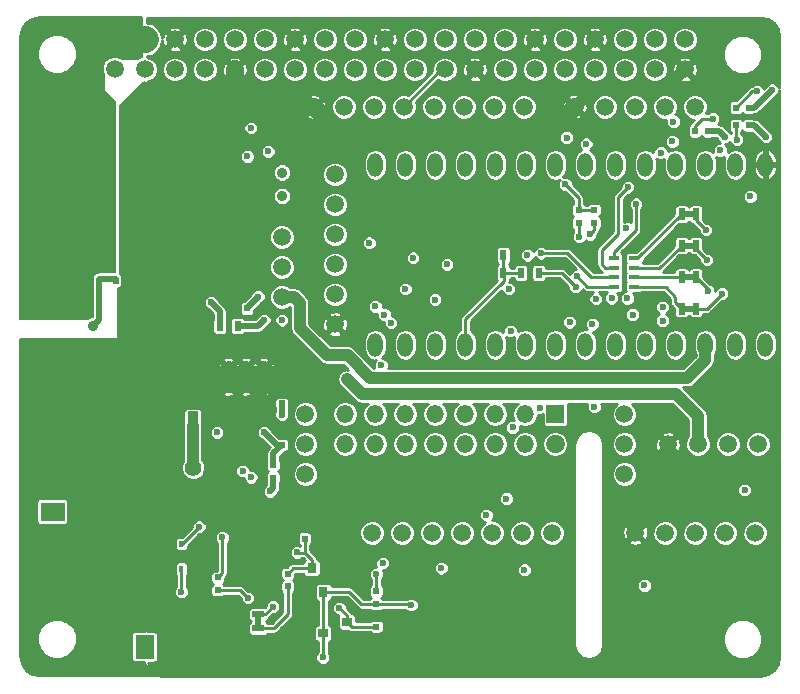
<source format=gbl>
G04 #@! TF.FileFunction,Copper,L4,Bot,Signal*
%FSLAX46Y46*%
G04 Gerber Fmt 4.6, Leading zero omitted, Abs format (unit mm)*
G04 Created by KiCad (PCBNEW 4.0.2+dfsg1-stable) date Sat 19 Aug 2017 09:03:07 PM PDT*
%MOMM*%
G01*
G04 APERTURE LIST*
%ADD10C,0.100000*%
%ADD11C,0.500000*%
%ADD12C,1.506220*%
%ADD13O,1.300000X2.000000*%
%ADD14R,0.599440X0.899160*%
%ADD15R,0.497840X0.599440*%
%ADD16R,0.899160X2.499360*%
%ADD17R,0.450000X0.590000*%
%ADD18R,0.600000X1.000000*%
%ADD19R,1.000000X0.600000*%
%ADD20R,0.599440X0.497840*%
%ADD21R,0.899160X0.419100*%
%ADD22R,0.797560X0.899160*%
%ADD23R,0.899160X0.797560*%
%ADD24C,1.500000*%
%ADD25R,2.000000X1.600000*%
%ADD26O,2.000000X1.600000*%
%ADD27R,1.600000X2.000000*%
%ADD28O,1.600000X2.000000*%
%ADD29C,1.200000*%
%ADD30R,1.500000X1.500000*%
%ADD31O,1.500000X1.500000*%
%ADD32C,0.465000*%
%ADD33C,0.600000*%
%ADD34C,0.900000*%
%ADD35C,1.400000*%
%ADD36C,0.130000*%
%ADD37C,1.000000*%
%ADD38C,1.500000*%
%ADD39C,0.250000*%
%ADD40C,2.300000*%
%ADD41C,0.200000*%
G04 APERTURE END LIST*
D10*
D11*
X131353000Y-85020000D02*
X132553000Y-85020000D01*
X131353000Y-82353000D02*
X132553000Y-82353000D01*
X131353000Y-79686000D02*
X132553000Y-79686000D01*
X131353000Y-77019000D02*
X132553000Y-77019000D01*
X95500000Y-110900000D02*
X95500000Y-112100000D01*
D12*
X102000000Y-86350000D03*
X102000000Y-83810000D03*
X102000000Y-81270000D03*
X102000000Y-78730000D03*
X102000000Y-76190000D03*
X102000000Y-73650000D03*
X102610000Y-104000000D03*
X105150000Y-104000000D03*
X107690000Y-104000000D03*
X110230000Y-104000000D03*
X112770000Y-104000000D03*
X115310000Y-104000000D03*
X117850000Y-104000000D03*
X120390000Y-104000000D03*
D13*
X138430000Y-88068000D03*
X138430000Y-72828000D03*
X135890000Y-88068000D03*
X135890000Y-72828000D03*
X133350000Y-88068000D03*
X133350000Y-72828000D03*
X130810000Y-88068000D03*
X130810000Y-72828000D03*
X128270000Y-88068000D03*
X128270000Y-72828000D03*
X125730000Y-88068000D03*
X125730000Y-72828000D03*
X123190000Y-88068000D03*
X123190000Y-72828000D03*
X120650000Y-88068000D03*
X120650000Y-72828000D03*
X118110000Y-88068000D03*
X118110000Y-72828000D03*
X115570000Y-88068000D03*
X115570000Y-72828000D03*
X113030000Y-88068000D03*
X113030000Y-72828000D03*
X110490000Y-88068000D03*
X110490000Y-72828000D03*
X107950000Y-88068000D03*
X107950000Y-72828000D03*
X105410000Y-88068000D03*
X105410000Y-72828000D03*
D14*
X116249300Y-80500000D03*
X114750700Y-80500000D03*
D15*
X94548640Y-85000000D03*
X93451360Y-85000000D03*
D14*
X93749300Y-86500000D03*
X92250700Y-86500000D03*
D16*
X81991200Y-80264000D03*
X84886800Y-80264000D03*
X81991200Y-73152000D03*
X84886800Y-73152000D03*
X81991200Y-69596000D03*
X84886800Y-69596000D03*
X81991200Y-76708000D03*
X84886800Y-76708000D03*
X89947800Y-95000000D03*
X87052200Y-95000000D03*
D17*
X89000000Y-104945000D03*
X89000000Y-107055000D03*
D12*
X97500000Y-78960000D03*
X97500000Y-81500000D03*
X97500000Y-84040000D03*
X130190000Y-96500000D03*
X132730000Y-96500000D03*
X135270000Y-96500000D03*
X137810000Y-96500000D03*
X99500000Y-93960000D03*
X99500000Y-96500000D03*
X99500000Y-99040000D03*
X126500000Y-93960000D03*
X126500000Y-96500000D03*
X126500000Y-99040000D03*
X100203000Y-67945000D03*
X102743000Y-67945000D03*
X105283000Y-67945000D03*
X107823000Y-67945000D03*
X110363000Y-67945000D03*
X112903000Y-67945000D03*
X115443000Y-67945000D03*
X117983000Y-67945000D03*
X122301000Y-67945000D03*
X124841000Y-67945000D03*
X127381000Y-67945000D03*
X129921000Y-67945000D03*
X132461000Y-67945000D03*
X127420000Y-104000000D03*
X129960000Y-104000000D03*
X132500000Y-104000000D03*
X135040000Y-104000000D03*
X137580000Y-104000000D03*
D18*
X131353000Y-85020000D03*
X132553000Y-85020000D03*
X131353000Y-82353000D03*
X132553000Y-82353000D03*
X131353000Y-79686000D03*
X132553000Y-79686000D03*
X131353000Y-77019000D03*
X132553000Y-77019000D03*
D19*
X95500000Y-110900000D03*
X95500000Y-112100000D03*
D14*
X119249300Y-82000000D03*
X117750700Y-82000000D03*
X116249300Y-82000000D03*
X114750700Y-82000000D03*
D15*
X132451360Y-70000000D03*
X133548640Y-70000000D03*
X135951360Y-69500000D03*
X137048640Y-69500000D03*
X135951360Y-68000000D03*
X137048640Y-68000000D03*
X99451360Y-104500000D03*
X100548640Y-104500000D03*
D20*
X105500000Y-111951360D03*
X105500000Y-113048640D03*
X92075000Y-107782360D03*
X92075000Y-108879640D03*
X105500000Y-108951360D03*
X105500000Y-110048640D03*
X97500000Y-93048640D03*
X97500000Y-91951360D03*
D15*
X80951360Y-82700000D03*
X82048640Y-82700000D03*
X83451360Y-82700000D03*
X84548640Y-82700000D03*
D20*
X122618500Y-76667360D03*
X122618500Y-77764640D03*
X123952000Y-76667360D03*
X123952000Y-77764640D03*
X96774000Y-99354640D03*
X96774000Y-98257360D03*
X97500000Y-96548640D03*
X97500000Y-95451360D03*
X98000000Y-108548640D03*
X98000000Y-107451360D03*
D21*
X125643640Y-83170880D03*
X125643640Y-82370780D03*
X125643640Y-81573220D03*
X125643640Y-80773120D03*
X127340360Y-80773120D03*
X127340360Y-81573220D03*
X127340360Y-82370780D03*
X127340360Y-83170880D03*
D22*
X100050040Y-107001780D03*
X101949960Y-107001780D03*
X101000000Y-108998220D03*
D23*
X102998220Y-111550040D03*
X102998220Y-113449960D03*
X101001780Y-112500000D03*
D24*
X83370000Y-64770000D03*
X83370000Y-62230000D03*
X85910000Y-64770000D03*
X85910000Y-62230000D03*
X88450000Y-64770000D03*
X88450000Y-62230000D03*
X90990000Y-64770000D03*
X90990000Y-62230000D03*
X93530000Y-64770000D03*
X93530000Y-62230000D03*
X96070000Y-64770000D03*
X96070000Y-62230000D03*
X98610000Y-64770000D03*
X98610000Y-62230000D03*
X101150000Y-64770000D03*
X101150000Y-62230000D03*
X103690000Y-64770000D03*
X103690000Y-62230000D03*
X106230000Y-64770000D03*
X106230000Y-62230000D03*
X108770000Y-64770000D03*
X108770000Y-62230000D03*
X111310000Y-64770000D03*
X111310000Y-62230000D03*
X113850000Y-64770000D03*
X113850000Y-62230000D03*
X116390000Y-64770000D03*
X116390000Y-62230000D03*
X118930000Y-64770000D03*
X118930000Y-62230000D03*
X121470000Y-64770000D03*
X121470000Y-62230000D03*
X124010000Y-64770000D03*
X124010000Y-62230000D03*
X126550000Y-64770000D03*
X126550000Y-62230000D03*
X129090000Y-64770000D03*
X129090000Y-62230000D03*
X131630000Y-64770000D03*
X131630000Y-62230000D03*
D25*
X78105000Y-102263000D03*
D26*
X78105000Y-105763000D03*
D27*
X85880000Y-113665000D03*
D28*
X89380000Y-113665000D03*
D29*
X92988000Y-90055000D03*
X92988000Y-91555000D03*
X94488000Y-90055000D03*
X94488000Y-91555000D03*
X95988000Y-91555000D03*
X95988000Y-90055000D03*
D30*
X120660000Y-93960000D03*
D31*
X118120000Y-93960000D03*
X115580000Y-93960000D03*
X113040000Y-93960000D03*
X110500000Y-93960000D03*
X107960000Y-93960000D03*
X105420000Y-93960000D03*
X102880000Y-93960000D03*
X120660000Y-96500000D03*
X118120000Y-96500000D03*
X115580000Y-96500000D03*
X113040000Y-96500000D03*
X110500000Y-96500000D03*
X107960000Y-96500000D03*
X105420000Y-96500000D03*
X102880000Y-96500000D03*
X120660000Y-99040000D03*
X118120000Y-99040000D03*
X115580000Y-99040000D03*
X113040000Y-99040000D03*
X110500000Y-99040000D03*
X107960000Y-99040000D03*
X105420000Y-99040000D03*
X102880000Y-99040000D03*
D32*
X98501200Y-91897200D03*
X98094800Y-90373200D03*
X98501200Y-88798400D03*
X90779600Y-88722200D03*
X90779600Y-90805000D03*
X90779600Y-92837000D03*
D33*
X104394000Y-114173000D03*
D34*
X91500000Y-70000000D03*
X89000000Y-70000000D03*
D33*
X76000000Y-98000000D03*
X78000000Y-98000000D03*
D34*
X100000000Y-91000000D03*
D35*
X87000000Y-98000000D03*
D34*
X97500000Y-73500000D03*
X97500000Y-75500000D03*
D33*
X79500000Y-75500000D03*
X80250000Y-74000000D03*
X96750000Y-110250000D03*
X78500000Y-69500000D03*
X79000000Y-70500000D03*
X81000000Y-85000000D03*
X79500000Y-80000000D03*
X121500000Y-74500000D03*
X111480600Y-81280000D03*
X108610400Y-80721200D03*
X116713000Y-83362800D03*
X107950000Y-83362800D03*
X116865400Y-86918800D03*
X117043200Y-95072200D03*
X104902000Y-79451200D03*
X118287800Y-80492600D03*
X105918000Y-89814400D03*
X114808000Y-102489000D03*
X126669800Y-78232000D03*
X123799600Y-86334600D03*
X123952000Y-93319600D03*
X119443500Y-80327500D03*
X122529600Y-82270600D03*
X126746000Y-84150200D03*
X125412500Y-84137500D03*
X130556000Y-70866000D03*
X133540500Y-83502500D03*
X123596400Y-78740000D03*
X134747000Y-83743800D03*
X122682000Y-78930500D03*
X121615200Y-70548500D03*
X133477000Y-80899000D03*
X94869000Y-69723000D03*
X133413500Y-78359000D03*
X128193800Y-108458000D03*
X136677400Y-100380800D03*
X137160000Y-75514200D03*
X134620000Y-71628000D03*
X129590800Y-71805800D03*
X129743200Y-86029800D03*
X116509800Y-101117400D03*
X118033800Y-107137200D03*
X134010400Y-68935600D03*
X96342200Y-71704200D03*
X102362000Y-110363000D03*
X136017000Y-70713600D03*
X137718800Y-66624200D03*
X130657600Y-69189600D03*
X123266200Y-71069200D03*
X94589600Y-72136000D03*
X98780600Y-105664000D03*
X126809500Y-74739500D03*
X127482600Y-76149200D03*
X129730500Y-84899500D03*
X105410000Y-84836000D03*
X127190500Y-85534500D03*
X106172000Y-85534500D03*
X110464600Y-84251800D03*
X124079000Y-84201000D03*
X106743500Y-86233000D03*
X121856500Y-86169500D03*
X106045000Y-106553000D03*
X92456000Y-104394000D03*
X90500000Y-103500000D03*
X135000000Y-70500000D03*
X138500000Y-70500000D03*
X139000000Y-66500000D03*
X94640400Y-109524800D03*
X111000000Y-107000000D03*
X105500000Y-107500000D03*
X89000000Y-109000000D03*
X94183200Y-98766400D03*
X94900000Y-99300000D03*
X119329200Y-93395800D03*
X122364500Y-83185000D03*
X96500000Y-100500000D03*
D34*
X102997000Y-90995500D03*
D33*
X108458000Y-110109000D03*
X100965000Y-114554000D03*
D35*
X90000000Y-98500000D03*
D33*
X95500000Y-84000000D03*
X92000000Y-95500000D03*
X96000000Y-86000000D03*
X91500000Y-84500000D03*
X97500000Y-94000000D03*
X97500000Y-86000000D03*
D34*
X81500000Y-86500000D03*
D33*
X96000000Y-95500000D03*
D36*
X95988000Y-91555000D02*
X98159000Y-91555000D01*
X98159000Y-91555000D02*
X98501200Y-91897200D01*
X98094800Y-90373200D02*
X98501200Y-89966800D01*
X98501200Y-89966800D02*
X98501200Y-88798400D01*
X92988000Y-91555000D02*
X92061600Y-91555000D01*
X90779600Y-90805000D02*
X90779600Y-88722200D01*
X92061600Y-91555000D02*
X90779600Y-92837000D01*
D37*
X122301000Y-67945000D02*
X122305000Y-67945000D01*
X122305000Y-67945000D02*
X124000000Y-66250000D01*
X130150000Y-66250000D02*
X131630000Y-64770000D01*
X124000000Y-66250000D02*
X130150000Y-66250000D01*
D38*
X100203000Y-67945000D02*
X93555000Y-67945000D01*
X93555000Y-67945000D02*
X93500000Y-68000000D01*
X91500000Y-70000000D02*
X93500000Y-68000000D01*
X93500000Y-68000000D02*
X93500000Y-64800000D01*
X93500000Y-64800000D02*
X93530000Y-64770000D01*
D37*
X127420000Y-104000000D02*
X127420000Y-102500800D01*
X130190000Y-99730800D02*
X130190000Y-96500000D01*
X127420000Y-102500800D02*
X130190000Y-99730800D01*
D38*
X122301000Y-67945000D02*
X120091200Y-70154800D01*
X102412800Y-70154800D02*
X100203000Y-67945000D01*
X120091200Y-70154800D02*
X102412800Y-70154800D01*
D39*
X94488000Y-90055000D02*
X92988000Y-90055000D01*
X95988000Y-90055000D02*
X94488000Y-90055000D01*
X95988000Y-91555000D02*
X95988000Y-90055000D01*
X94488000Y-91555000D02*
X95988000Y-91555000D01*
X92988000Y-91555000D02*
X94488000Y-91555000D01*
X124010000Y-62230000D02*
X122758200Y-63481800D01*
X122758200Y-63481800D02*
X122758200Y-67487800D01*
X122758200Y-67487800D02*
X122301000Y-67945000D01*
X118930000Y-62230000D02*
X120218200Y-63518200D01*
X120218200Y-66370200D02*
X120218200Y-66319400D01*
X120218200Y-63518200D02*
X120218200Y-66370200D01*
X113850000Y-64770000D02*
X113850000Y-65005800D01*
X113850000Y-65005800D02*
X115163600Y-66319400D01*
X115163600Y-66319400D02*
X120218200Y-66319400D01*
X120218200Y-66319400D02*
X120675400Y-66319400D01*
X120675400Y-66319400D02*
X122301000Y-67945000D01*
X106230000Y-62230000D02*
X104952800Y-63507200D01*
X104952800Y-63507200D02*
X104952800Y-65430400D01*
X104952800Y-65430400D02*
X104165400Y-66217800D01*
X104165400Y-66217800D02*
X101930200Y-66217800D01*
X101930200Y-66217800D02*
X100203000Y-67945000D01*
X98610000Y-62230000D02*
X98628200Y-62230000D01*
X98628200Y-62230000D02*
X99847400Y-63449200D01*
X99847400Y-63449200D02*
X99847400Y-67589400D01*
X99847400Y-67589400D02*
X100203000Y-67945000D01*
D40*
X110500000Y-99040000D02*
X113040000Y-99040000D01*
X113040000Y-99040000D02*
X115580000Y-99040000D01*
X115580000Y-99040000D02*
X118120000Y-99040000D01*
X118120000Y-99040000D02*
X120660000Y-99040000D01*
D39*
X114750700Y-80500000D02*
X114750700Y-82000000D01*
X114750700Y-82000000D02*
X114708700Y-82042000D01*
X114708700Y-82042000D02*
X106308000Y-82042000D01*
X106308000Y-82042000D02*
X102000000Y-86350000D01*
D40*
X110500000Y-99040000D02*
X107960000Y-99040000D01*
X107960000Y-99040000D02*
X105420000Y-99040000D01*
X105420000Y-99040000D02*
X102880000Y-99040000D01*
X102880000Y-99040000D02*
X102610000Y-99310000D01*
X102610000Y-99310000D02*
X102610000Y-104000000D01*
D37*
X101949960Y-107001780D02*
X101949960Y-104660040D01*
X101949960Y-104660040D02*
X102610000Y-104000000D01*
X100548640Y-104500000D02*
X102110000Y-104500000D01*
D39*
X102110000Y-104500000D02*
X102610000Y-104000000D01*
D37*
X105500000Y-113048640D02*
X104502360Y-113048640D01*
X104502360Y-113048640D02*
X103886000Y-113665000D01*
X104394000Y-114173000D02*
X103886000Y-113665000D01*
D39*
X103886000Y-113665000D02*
X103670960Y-113449960D01*
D37*
X103670960Y-113449960D02*
X102998220Y-113449960D01*
X88596000Y-69596000D02*
X91096000Y-69596000D01*
X91096000Y-69596000D02*
X91500000Y-70000000D01*
X88596000Y-69596000D02*
X84886800Y-69596000D01*
X89000000Y-70000000D02*
X88596000Y-69596000D01*
D11*
X93451360Y-85000000D02*
X93451360Y-84951360D01*
X93451360Y-84951360D02*
X92000000Y-83500000D01*
X92000000Y-83500000D02*
X91000000Y-83500000D01*
X91000000Y-83500000D02*
X90500000Y-84000000D01*
X90500000Y-84000000D02*
X90500000Y-88500000D01*
X90500000Y-88500000D02*
X88000000Y-91000000D01*
X95988000Y-91555000D02*
X95988000Y-93939360D01*
X95988000Y-93939360D02*
X97500000Y-95451360D01*
D40*
X84886800Y-80264000D02*
X85500000Y-80877200D01*
X85500000Y-88500000D02*
X88000000Y-91000000D01*
X85500000Y-80877200D02*
X85500000Y-88500000D01*
D11*
X84548640Y-82500000D02*
X84548640Y-80602160D01*
X84548640Y-80602160D02*
X84886800Y-80264000D01*
X78000000Y-98000000D02*
X76000000Y-98000000D01*
D40*
X84886800Y-76708000D02*
X84886800Y-80264000D01*
X84886800Y-73152000D02*
X84886800Y-76708000D01*
X84886800Y-69596000D02*
X84886800Y-73152000D01*
X78105000Y-105763000D02*
X83263000Y-105763000D01*
X89500000Y-112000000D02*
X89500000Y-114000000D01*
X83263000Y-105763000D02*
X89500000Y-112000000D01*
X89500000Y-114000000D02*
X89380000Y-113665000D01*
X87052200Y-95000000D02*
X87052200Y-91947800D01*
X87052200Y-91947800D02*
X88000000Y-91000000D01*
X88000000Y-91000000D02*
X100000000Y-91000000D01*
D11*
X97500000Y-91951360D02*
X99048640Y-91951360D01*
X99048640Y-91951360D02*
X100000000Y-91000000D01*
D37*
X87000000Y-98000000D02*
X87052200Y-97947800D01*
X87052200Y-97947800D02*
X87052200Y-95000000D01*
D39*
X117750700Y-82000000D02*
X116249300Y-82000000D01*
X116249300Y-80500000D02*
X116249300Y-82000000D01*
X116249300Y-82000000D02*
X116268500Y-82019200D01*
X116268500Y-82019200D02*
X116268500Y-82677000D01*
X116268500Y-82677000D02*
X113030000Y-85915500D01*
X113030000Y-85915500D02*
X113030000Y-88068000D01*
D11*
X80708000Y-76708000D02*
X81991200Y-76708000D01*
X79500000Y-75500000D02*
X80708000Y-76708000D01*
X81098000Y-73152000D02*
X81991200Y-73152000D01*
X80250000Y-74000000D02*
X81098000Y-73152000D01*
D39*
X95500000Y-110900000D02*
X96100000Y-110900000D01*
X96100000Y-110900000D02*
X96750000Y-110250000D01*
D11*
X78895200Y-69104800D02*
X81500000Y-69104800D01*
X78500000Y-69500000D02*
X78895200Y-69104800D01*
X79904000Y-69596000D02*
X81991200Y-69596000D01*
X79000000Y-70500000D02*
X79904000Y-69596000D01*
X80951360Y-84951360D02*
X80951360Y-82500000D01*
X81000000Y-85000000D02*
X80951360Y-84951360D01*
X79764000Y-80264000D02*
X81991200Y-80264000D01*
X79500000Y-80000000D02*
X79764000Y-80264000D01*
D38*
X83370000Y-62230000D02*
X82770000Y-62230000D01*
X82770000Y-62230000D02*
X81500000Y-63500000D01*
X81500000Y-63500000D02*
X81500000Y-69104800D01*
X81500000Y-69104800D02*
X81991200Y-69596000D01*
D40*
X85910000Y-62230000D02*
X83370000Y-62230000D01*
X81991200Y-69596000D02*
X81991200Y-73152000D01*
X81991200Y-73152000D02*
X81991200Y-76708000D01*
X81991200Y-76708000D02*
X81991200Y-80264000D01*
D11*
X80951360Y-82500000D02*
X80951360Y-81303840D01*
X80951360Y-81303840D02*
X81991200Y-80264000D01*
D39*
X122618500Y-76667360D02*
X123952000Y-76667360D01*
X122618500Y-76667360D02*
X122618500Y-75618500D01*
X122618500Y-75618500D02*
X121500000Y-74500000D01*
D37*
X133350000Y-88068000D02*
X133350000Y-89344500D01*
X98518000Y-84040000D02*
X97500000Y-84040000D01*
X98996500Y-84518500D02*
X98518000Y-84040000D01*
X98996500Y-86677500D02*
X98996500Y-84518500D01*
X101282500Y-88963500D02*
X98996500Y-86677500D01*
X103060500Y-88963500D02*
X101282500Y-88963500D01*
X104965500Y-90868500D02*
X103060500Y-88963500D01*
X131826000Y-90868500D02*
X104965500Y-90868500D01*
X133350000Y-89344500D02*
X131826000Y-90868500D01*
D39*
X123709280Y-82370780D02*
X125643640Y-82370780D01*
X121666000Y-80327500D02*
X123709280Y-82370780D01*
X119443500Y-80327500D02*
X121666000Y-80327500D01*
X123366380Y-83170880D02*
X125643640Y-83170880D01*
X122529600Y-82270600D02*
X123366380Y-83170880D01*
X111310000Y-64770000D02*
X110998000Y-64770000D01*
X110998000Y-64770000D02*
X107823000Y-67945000D01*
X123952000Y-77764640D02*
X123952000Y-78384400D01*
X123952000Y-78384400D02*
X123596400Y-78740000D01*
X132553000Y-82353000D02*
X133540500Y-83340500D01*
X133540500Y-83340500D02*
X133540500Y-83502500D01*
X123888500Y-77828140D02*
X123952000Y-77764640D01*
X133470800Y-85020000D02*
X132553000Y-85020000D01*
X134747000Y-83743800D02*
X133470800Y-85020000D01*
X122618500Y-78867000D02*
X122618500Y-77764640D01*
X122682000Y-78930500D02*
X122618500Y-78867000D01*
X132553000Y-79686000D02*
X132553000Y-79975000D01*
X132553000Y-79975000D02*
X133477000Y-80899000D01*
X132553000Y-77019000D02*
X132553000Y-77498500D01*
X132553000Y-77498500D02*
X133413500Y-78359000D01*
X132451360Y-70000000D02*
X132451360Y-69580240D01*
X133096000Y-68935600D02*
X134010400Y-68935600D01*
X132451360Y-69580240D02*
X133096000Y-68935600D01*
X102998220Y-111550040D02*
X102998220Y-110999220D01*
X102998220Y-110999220D02*
X102362000Y-110363000D01*
X102998220Y-111550040D02*
X103399540Y-111951360D01*
X103399540Y-111951360D02*
X105500000Y-111951360D01*
X135951360Y-69500000D02*
X135951360Y-70647960D01*
X135951360Y-70647960D02*
X136017000Y-70713600D01*
X135951360Y-68000000D02*
X137327160Y-66624200D01*
X137327160Y-66624200D02*
X137718800Y-66624200D01*
X98780600Y-105664000D02*
X98790960Y-105674360D01*
X98790960Y-105674360D02*
X99451360Y-105674360D01*
X100050040Y-107001780D02*
X98449580Y-107001780D01*
X98449580Y-107001780D02*
X98000000Y-107451360D01*
X100050040Y-107001780D02*
X100050040Y-106273040D01*
X99451360Y-105674360D02*
X99451360Y-104500000D01*
X100050040Y-106273040D02*
X99451360Y-105674360D01*
X125643640Y-81573220D02*
X124880220Y-81573220D01*
X125984000Y-75565000D02*
X126809500Y-74739500D01*
X125984000Y-78676500D02*
X125984000Y-75565000D01*
X124587000Y-80073500D02*
X125984000Y-78676500D01*
X124587000Y-81280000D02*
X124587000Y-80073500D01*
X124880220Y-81573220D02*
X124587000Y-81280000D01*
X125643640Y-80773120D02*
X125643640Y-80223360D01*
X127482600Y-78384400D02*
X127482600Y-76149200D01*
X125643640Y-80223360D02*
X127482600Y-78384400D01*
X92075000Y-107782360D02*
X92456000Y-107401360D01*
X92456000Y-107401360D02*
X92456000Y-104394000D01*
X89000000Y-104945000D02*
X89055000Y-104945000D01*
X89055000Y-104945000D02*
X90500000Y-103500000D01*
D11*
X133548640Y-70000000D02*
X134500000Y-70000000D01*
X134500000Y-70000000D02*
X135000000Y-70500000D01*
X137048640Y-69500000D02*
X137500000Y-69500000D01*
X137500000Y-69500000D02*
X138500000Y-70500000D01*
X137048640Y-68000000D02*
X137500000Y-68000000D01*
X137500000Y-68000000D02*
X139000000Y-66500000D01*
D39*
X92075000Y-108879640D02*
X93995240Y-108879640D01*
X93995240Y-108879640D02*
X94640400Y-109524800D01*
X105500000Y-107500000D02*
X105500000Y-108951360D01*
X89000000Y-109000000D02*
X89000000Y-107055000D01*
X121179500Y-82000000D02*
X122364500Y-83185000D01*
X119249300Y-82000000D02*
X121179500Y-82000000D01*
D11*
X96774000Y-99354640D02*
X96774000Y-100226000D01*
X96774000Y-100226000D02*
X96500000Y-100500000D01*
D37*
X132715000Y-94107000D02*
X132715000Y-96520000D01*
X130873500Y-92265500D02*
X132715000Y-94107000D01*
X104267000Y-92265500D02*
X130873500Y-92265500D01*
X102997000Y-90995500D02*
X104267000Y-92265500D01*
X132715000Y-96520000D02*
X132730000Y-96500000D01*
D38*
X120660000Y-96500000D02*
X120670000Y-96500000D01*
D39*
X101000000Y-108998220D02*
X103181620Y-108998220D01*
X104232040Y-110048640D02*
X105500000Y-110048640D01*
X103181620Y-108998220D02*
X104232040Y-110048640D01*
X108397640Y-110048640D02*
X105500000Y-110048640D01*
X108458000Y-110109000D02*
X108397640Y-110048640D01*
X101001780Y-112500000D02*
X101001780Y-109000000D01*
X101001780Y-109000000D02*
X101000000Y-108998220D01*
X101001780Y-114517220D02*
X101001780Y-112500000D01*
X100965000Y-114554000D02*
X101001780Y-114517220D01*
X129489200Y-83170880D02*
X129983080Y-83170880D01*
X130810000Y-84477000D02*
X131353000Y-85020000D01*
X130810000Y-83997800D02*
X130810000Y-84477000D01*
X129983080Y-83170880D02*
X130810000Y-83997800D01*
X127340360Y-83170880D02*
X129489200Y-83170880D01*
X129489200Y-83170880D02*
X129503880Y-83170880D01*
X127340360Y-82370780D02*
X131335220Y-82370780D01*
X131335220Y-82370780D02*
X131353000Y-82353000D01*
X127340360Y-81573220D02*
X129465780Y-81573220D01*
X129465780Y-81573220D02*
X131353000Y-79686000D01*
X127340360Y-80773120D02*
X127598880Y-80773120D01*
X127598880Y-80773120D02*
X131353000Y-77019000D01*
X95500000Y-112100000D02*
X96815000Y-112100000D01*
X98000000Y-110915000D02*
X98000000Y-108548640D01*
X96815000Y-112100000D02*
X98000000Y-110915000D01*
D37*
X89947800Y-98447800D02*
X89947800Y-95000000D01*
X90000000Y-98500000D02*
X89947800Y-98447800D01*
D11*
X95500000Y-84000000D02*
X94548640Y-84951360D01*
X94548640Y-84951360D02*
X94548640Y-85000000D01*
X93749300Y-86500000D02*
X95500000Y-86500000D01*
X95500000Y-86500000D02*
X96000000Y-86000000D01*
X92250700Y-86500000D02*
X92250700Y-85250700D01*
X92250700Y-85250700D02*
X91500000Y-84500000D01*
X97500000Y-94000000D02*
X97500000Y-93048640D01*
X82048640Y-82500000D02*
X82048640Y-85951360D01*
X82048640Y-85951360D02*
X81500000Y-86500000D01*
X82048640Y-82500000D02*
X83451360Y-82500000D01*
X96000000Y-95500000D02*
X97048640Y-96548640D01*
X97048640Y-96548640D02*
X97500000Y-96548640D01*
X96774000Y-98257360D02*
X96774000Y-97274640D01*
X96774000Y-97274640D02*
X97500000Y-96548640D01*
D41*
G36*
X85900000Y-65819992D02*
X85900000Y-112359123D01*
X85080000Y-112359123D01*
X84968827Y-112380042D01*
X84866721Y-112445745D01*
X84798222Y-112545997D01*
X84774123Y-112665000D01*
X84774123Y-114665000D01*
X84795042Y-114776173D01*
X84860745Y-114878279D01*
X84960997Y-114946778D01*
X85080000Y-114970877D01*
X85900000Y-114970877D01*
X85900000Y-115000000D01*
X85907350Y-115037629D01*
X85929289Y-115070711D01*
X87008578Y-116150000D01*
X77034472Y-116150000D01*
X76371196Y-116018066D01*
X75838122Y-115661878D01*
X75481934Y-115128804D01*
X75350000Y-114465527D01*
X75350000Y-113326765D01*
X76849715Y-113326765D01*
X77100383Y-113933429D01*
X77564130Y-114397986D01*
X78170355Y-114649713D01*
X78826765Y-114650285D01*
X79433429Y-114399617D01*
X79897986Y-113935870D01*
X80149713Y-113329645D01*
X80150285Y-112673235D01*
X79899617Y-112066571D01*
X79435870Y-111602014D01*
X78829645Y-111350287D01*
X78173235Y-111349715D01*
X77566571Y-111600383D01*
X77102014Y-112064130D01*
X76850287Y-112670355D01*
X76849715Y-113326765D01*
X75350000Y-113326765D01*
X75350000Y-101463000D01*
X76799123Y-101463000D01*
X76799123Y-103063000D01*
X76820042Y-103174173D01*
X76885745Y-103276279D01*
X76985997Y-103344778D01*
X77105000Y-103368877D01*
X79105000Y-103368877D01*
X79216173Y-103347958D01*
X79318279Y-103282255D01*
X79386778Y-103182003D01*
X79410877Y-103063000D01*
X79410877Y-101463000D01*
X79389958Y-101351827D01*
X79324255Y-101249721D01*
X79224003Y-101181222D01*
X79105000Y-101157123D01*
X77105000Y-101157123D01*
X76993827Y-101178042D01*
X76891721Y-101243745D01*
X76823222Y-101343997D01*
X76799123Y-101463000D01*
X75350000Y-101463000D01*
X75350000Y-87600000D01*
X83500000Y-87600000D01*
X83538906Y-87592121D01*
X83571681Y-87569727D01*
X83593161Y-87536346D01*
X83600000Y-87500000D01*
X83600000Y-83305597D01*
X83700280Y-83305597D01*
X83811453Y-83284678D01*
X83913559Y-83218975D01*
X83982058Y-83118723D01*
X84006157Y-82999720D01*
X84006157Y-82400280D01*
X83985238Y-82289107D01*
X83919535Y-82187001D01*
X83867011Y-82151113D01*
X83840269Y-82111091D01*
X83784984Y-82074151D01*
X83800000Y-82000000D01*
X83800000Y-67841422D01*
X85821498Y-65819924D01*
X85900000Y-65819992D01*
X85900000Y-65819992D01*
G37*
X85900000Y-65819992D02*
X85900000Y-112359123D01*
X85080000Y-112359123D01*
X84968827Y-112380042D01*
X84866721Y-112445745D01*
X84798222Y-112545997D01*
X84774123Y-112665000D01*
X84774123Y-114665000D01*
X84795042Y-114776173D01*
X84860745Y-114878279D01*
X84960997Y-114946778D01*
X85080000Y-114970877D01*
X85900000Y-114970877D01*
X85900000Y-115000000D01*
X85907350Y-115037629D01*
X85929289Y-115070711D01*
X87008578Y-116150000D01*
X77034472Y-116150000D01*
X76371196Y-116018066D01*
X75838122Y-115661878D01*
X75481934Y-115128804D01*
X75350000Y-114465527D01*
X75350000Y-113326765D01*
X76849715Y-113326765D01*
X77100383Y-113933429D01*
X77564130Y-114397986D01*
X78170355Y-114649713D01*
X78826765Y-114650285D01*
X79433429Y-114399617D01*
X79897986Y-113935870D01*
X80149713Y-113329645D01*
X80150285Y-112673235D01*
X79899617Y-112066571D01*
X79435870Y-111602014D01*
X78829645Y-111350287D01*
X78173235Y-111349715D01*
X77566571Y-111600383D01*
X77102014Y-112064130D01*
X76850287Y-112670355D01*
X76849715Y-113326765D01*
X75350000Y-113326765D01*
X75350000Y-101463000D01*
X76799123Y-101463000D01*
X76799123Y-103063000D01*
X76820042Y-103174173D01*
X76885745Y-103276279D01*
X76985997Y-103344778D01*
X77105000Y-103368877D01*
X79105000Y-103368877D01*
X79216173Y-103347958D01*
X79318279Y-103282255D01*
X79386778Y-103182003D01*
X79410877Y-103063000D01*
X79410877Y-101463000D01*
X79389958Y-101351827D01*
X79324255Y-101249721D01*
X79224003Y-101181222D01*
X79105000Y-101157123D01*
X77105000Y-101157123D01*
X76993827Y-101178042D01*
X76891721Y-101243745D01*
X76823222Y-101343997D01*
X76799123Y-101463000D01*
X75350000Y-101463000D01*
X75350000Y-87600000D01*
X83500000Y-87600000D01*
X83538906Y-87592121D01*
X83571681Y-87569727D01*
X83593161Y-87536346D01*
X83600000Y-87500000D01*
X83600000Y-83305597D01*
X83700280Y-83305597D01*
X83811453Y-83284678D01*
X83913559Y-83218975D01*
X83982058Y-83118723D01*
X84006157Y-82999720D01*
X84006157Y-82400280D01*
X83985238Y-82289107D01*
X83919535Y-82187001D01*
X83867011Y-82151113D01*
X83840269Y-82111091D01*
X83784984Y-82074151D01*
X83800000Y-82000000D01*
X83800000Y-67841422D01*
X85821498Y-65819924D01*
X85900000Y-65819992D01*
G36*
X85700000Y-63720668D02*
X85316000Y-63879334D01*
X85295298Y-63900000D01*
X83985148Y-63900000D01*
X83965554Y-63880372D01*
X83579774Y-63720182D01*
X83162058Y-63719818D01*
X82776000Y-63879334D01*
X82480372Y-64174446D01*
X82320182Y-64560226D01*
X82319818Y-64977942D01*
X82400000Y-65171997D01*
X82400000Y-66500000D01*
X82407879Y-66538906D01*
X82429289Y-66570711D01*
X83400000Y-67541422D01*
X83400000Y-81900000D01*
X82000000Y-81900000D01*
X81961094Y-81907879D01*
X81928319Y-81930273D01*
X81906839Y-81963654D01*
X81903994Y-81978772D01*
X81838164Y-81991866D01*
X81659731Y-82111091D01*
X81633037Y-82151042D01*
X81586441Y-82181025D01*
X81517942Y-82281277D01*
X81493843Y-82400280D01*
X81493843Y-82999720D01*
X81498640Y-83025213D01*
X81498640Y-85723542D01*
X81472206Y-85749976D01*
X81351470Y-85749870D01*
X81075714Y-85863811D01*
X81039462Y-85900000D01*
X75350000Y-85900000D01*
X75350000Y-63826765D01*
X76849715Y-63826765D01*
X77100383Y-64433429D01*
X77564130Y-64897986D01*
X78170355Y-65149713D01*
X78826765Y-65150285D01*
X79433429Y-64899617D01*
X79897986Y-64435870D01*
X80149713Y-63829645D01*
X80150285Y-63173235D01*
X79899617Y-62566571D01*
X79435870Y-62102014D01*
X78829645Y-61850287D01*
X78173235Y-61849715D01*
X77566571Y-62100383D01*
X77102014Y-62564130D01*
X76850287Y-63170355D01*
X76849715Y-63826765D01*
X75350000Y-63826765D01*
X75350000Y-62034473D01*
X75481934Y-61371196D01*
X75838122Y-60838122D01*
X76371196Y-60481934D01*
X77034472Y-60350000D01*
X85700000Y-60350000D01*
X85700000Y-63720668D01*
X85700000Y-63720668D01*
G37*
X85700000Y-63720668D02*
X85316000Y-63879334D01*
X85295298Y-63900000D01*
X83985148Y-63900000D01*
X83965554Y-63880372D01*
X83579774Y-63720182D01*
X83162058Y-63719818D01*
X82776000Y-63879334D01*
X82480372Y-64174446D01*
X82320182Y-64560226D01*
X82319818Y-64977942D01*
X82400000Y-65171997D01*
X82400000Y-66500000D01*
X82407879Y-66538906D01*
X82429289Y-66570711D01*
X83400000Y-67541422D01*
X83400000Y-81900000D01*
X82000000Y-81900000D01*
X81961094Y-81907879D01*
X81928319Y-81930273D01*
X81906839Y-81963654D01*
X81903994Y-81978772D01*
X81838164Y-81991866D01*
X81659731Y-82111091D01*
X81633037Y-82151042D01*
X81586441Y-82181025D01*
X81517942Y-82281277D01*
X81493843Y-82400280D01*
X81493843Y-82999720D01*
X81498640Y-83025213D01*
X81498640Y-85723542D01*
X81472206Y-85749976D01*
X81351470Y-85749870D01*
X81075714Y-85863811D01*
X81039462Y-85900000D01*
X75350000Y-85900000D01*
X75350000Y-63826765D01*
X76849715Y-63826765D01*
X77100383Y-64433429D01*
X77564130Y-64897986D01*
X78170355Y-65149713D01*
X78826765Y-65150285D01*
X79433429Y-64899617D01*
X79897986Y-64435870D01*
X80149713Y-63829645D01*
X80150285Y-63173235D01*
X79899617Y-62566571D01*
X79435870Y-62102014D01*
X78829645Y-61850287D01*
X78173235Y-61849715D01*
X77566571Y-62100383D01*
X77102014Y-62564130D01*
X76850287Y-63170355D01*
X76849715Y-63826765D01*
X75350000Y-63826765D01*
X75350000Y-62034473D01*
X75481934Y-61371196D01*
X75838122Y-60838122D01*
X76371196Y-60481934D01*
X77034472Y-60350000D01*
X85700000Y-60350000D01*
X85700000Y-63720668D01*
D39*
G36*
X138619048Y-60505483D02*
X139143854Y-60856146D01*
X139494517Y-61380950D01*
X139625000Y-62036936D01*
X139625000Y-66375964D01*
X139530158Y-66146429D01*
X139354496Y-65970460D01*
X139124866Y-65875109D01*
X138876225Y-65874892D01*
X138646429Y-65969842D01*
X138470460Y-66145504D01*
X138420140Y-66266687D01*
X138297856Y-66388971D01*
X138248958Y-66270629D01*
X138073296Y-66094660D01*
X137843666Y-65999309D01*
X137595025Y-65999092D01*
X137365229Y-66094042D01*
X137274423Y-66184690D01*
X137154952Y-66208454D01*
X137061901Y-66270629D01*
X137008962Y-66306002D01*
X135946051Y-67368913D01*
X135702440Y-67368913D01*
X135582002Y-67391575D01*
X135471387Y-67462754D01*
X135397180Y-67571360D01*
X135371073Y-67700280D01*
X135371073Y-68299720D01*
X135393735Y-68420158D01*
X135464914Y-68530773D01*
X135573520Y-68604980D01*
X135702440Y-68631087D01*
X136200280Y-68631087D01*
X136320718Y-68608425D01*
X136431333Y-68537246D01*
X136500871Y-68435474D01*
X136562194Y-68530773D01*
X136670800Y-68604980D01*
X136799720Y-68631087D01*
X137297560Y-68631087D01*
X137417998Y-68608425D01*
X137469942Y-68575000D01*
X137500000Y-68575000D01*
X137720043Y-68531231D01*
X137906586Y-68406586D01*
X139233334Y-67079839D01*
X139353571Y-67030158D01*
X139529540Y-66854496D01*
X139624891Y-66624866D01*
X139625000Y-66499973D01*
X139625000Y-114463064D01*
X139494517Y-115119050D01*
X139143854Y-115643854D01*
X138619048Y-115994517D01*
X137963068Y-116125000D01*
X87301776Y-116125000D01*
X86173143Y-114996367D01*
X86680000Y-114996367D01*
X86800438Y-114973705D01*
X86911053Y-114902526D01*
X86985260Y-114793920D01*
X87011367Y-114665000D01*
X87011367Y-113967562D01*
X88253017Y-113967562D01*
X88378052Y-114391033D01*
X88655625Y-114734420D01*
X89043477Y-114945446D01*
X89081640Y-114949715D01*
X89255000Y-114901238D01*
X89255000Y-113790000D01*
X89505000Y-113790000D01*
X89505000Y-114901238D01*
X89678360Y-114949715D01*
X89716523Y-114945446D01*
X90104375Y-114734420D01*
X90381948Y-114391033D01*
X90506983Y-113967562D01*
X90427902Y-113790000D01*
X89505000Y-113790000D01*
X89255000Y-113790000D01*
X88332098Y-113790000D01*
X88253017Y-113967562D01*
X87011367Y-113967562D01*
X87011367Y-113362438D01*
X88253017Y-113362438D01*
X88332098Y-113540000D01*
X89255000Y-113540000D01*
X89255000Y-112428762D01*
X89505000Y-112428762D01*
X89505000Y-113540000D01*
X90427902Y-113540000D01*
X90506983Y-113362438D01*
X90381948Y-112938967D01*
X90104375Y-112595580D01*
X89716523Y-112384554D01*
X89678360Y-112380285D01*
X89505000Y-112428762D01*
X89255000Y-112428762D01*
X89081640Y-112380285D01*
X89043477Y-112384554D01*
X88655625Y-112595580D01*
X88378052Y-112938967D01*
X88253017Y-113362438D01*
X87011367Y-113362438D01*
X87011367Y-112665000D01*
X86988705Y-112544562D01*
X86917526Y-112433947D01*
X86808920Y-112359740D01*
X86680000Y-112333633D01*
X86125000Y-112333633D01*
X86125000Y-110600000D01*
X94668633Y-110600000D01*
X94668633Y-111200000D01*
X94691295Y-111320438D01*
X94762474Y-111431053D01*
X94864668Y-111500879D01*
X94768947Y-111562474D01*
X94694740Y-111671080D01*
X94668633Y-111800000D01*
X94668633Y-112400000D01*
X94691295Y-112520438D01*
X94762474Y-112631053D01*
X94871080Y-112705260D01*
X95000000Y-112731367D01*
X96000000Y-112731367D01*
X96120438Y-112708705D01*
X96231053Y-112637526D01*
X96290857Y-112550000D01*
X96815000Y-112550000D01*
X96987208Y-112515746D01*
X97133198Y-112418198D01*
X97450176Y-112101220D01*
X100220833Y-112101220D01*
X100220833Y-112898780D01*
X100243495Y-113019218D01*
X100314674Y-113129833D01*
X100423280Y-113204040D01*
X100551780Y-113230062D01*
X100551780Y-114083387D01*
X100435460Y-114199504D01*
X100340109Y-114429134D01*
X100339892Y-114677775D01*
X100434842Y-114907571D01*
X100610504Y-115083540D01*
X100840134Y-115178891D01*
X101088775Y-115179108D01*
X101318571Y-115084158D01*
X101494540Y-114908496D01*
X101589891Y-114678866D01*
X101590108Y-114430225D01*
X101495158Y-114200429D01*
X101451780Y-114156975D01*
X101451780Y-113230068D01*
X101571798Y-113207485D01*
X101682413Y-113136306D01*
X101756620Y-113027700D01*
X101782727Y-112898780D01*
X101782727Y-112101220D01*
X101760065Y-111980782D01*
X101688886Y-111870167D01*
X101580280Y-111795960D01*
X101451780Y-111769938D01*
X101451780Y-110486775D01*
X101736892Y-110486775D01*
X101831842Y-110716571D01*
X102007504Y-110892540D01*
X102237134Y-110987891D01*
X102266900Y-110987917D01*
X102243380Y-111022340D01*
X102217273Y-111151260D01*
X102217273Y-111948820D01*
X102239935Y-112069258D01*
X102311114Y-112179873D01*
X102419720Y-112254080D01*
X102548640Y-112280187D01*
X103097249Y-112280187D01*
X103227332Y-112367106D01*
X103399540Y-112401360D01*
X104943467Y-112401360D01*
X104962754Y-112431333D01*
X105071360Y-112505540D01*
X105200280Y-112531647D01*
X105799720Y-112531647D01*
X105920158Y-112508985D01*
X106030773Y-112437806D01*
X106104980Y-112329200D01*
X106131087Y-112200280D01*
X106131087Y-111702440D01*
X106108425Y-111582002D01*
X106037246Y-111471387D01*
X105928640Y-111397180D01*
X105799720Y-111371073D01*
X105200280Y-111371073D01*
X105079842Y-111393735D01*
X104969227Y-111464914D01*
X104944325Y-111501360D01*
X103779167Y-111501360D01*
X103779167Y-111151260D01*
X103756505Y-111030822D01*
X103685326Y-110920207D01*
X103576720Y-110846000D01*
X103447800Y-110819893D01*
X103409209Y-110819893D01*
X103316418Y-110681022D01*
X102987010Y-110351614D01*
X102987108Y-110239225D01*
X102892158Y-110009429D01*
X102716496Y-109833460D01*
X102486866Y-109738109D01*
X102238225Y-109737892D01*
X102008429Y-109832842D01*
X101832460Y-110008504D01*
X101737109Y-110238134D01*
X101736892Y-110486775D01*
X101451780Y-110486775D01*
X101451780Y-109769194D01*
X101519218Y-109756505D01*
X101629833Y-109685326D01*
X101704040Y-109576720D01*
X101730062Y-109448220D01*
X102995224Y-109448220D01*
X103913842Y-110366838D01*
X104059832Y-110464386D01*
X104232040Y-110498640D01*
X104943467Y-110498640D01*
X104962754Y-110528613D01*
X105071360Y-110602820D01*
X105200280Y-110628927D01*
X105799720Y-110628927D01*
X105920158Y-110606265D01*
X106030773Y-110535086D01*
X106055675Y-110498640D01*
X107963848Y-110498640D01*
X108103504Y-110638540D01*
X108333134Y-110733891D01*
X108581775Y-110734108D01*
X108811571Y-110639158D01*
X108987540Y-110463496D01*
X109082891Y-110233866D01*
X109083108Y-109985225D01*
X108988158Y-109755429D01*
X108812496Y-109579460D01*
X108582866Y-109484109D01*
X108334225Y-109483892D01*
X108104429Y-109578842D01*
X108084596Y-109598640D01*
X106056533Y-109598640D01*
X106037246Y-109568667D01*
X105935474Y-109499129D01*
X106030773Y-109437806D01*
X106104980Y-109329200D01*
X106131087Y-109200280D01*
X106131087Y-108702440D01*
X106108425Y-108582002D01*
X106037246Y-108471387D01*
X105950000Y-108411775D01*
X105950000Y-107933897D01*
X106029540Y-107854496D01*
X106124891Y-107624866D01*
X106125108Y-107376225D01*
X106043202Y-107177998D01*
X106168775Y-107178108D01*
X106300270Y-107123775D01*
X110374892Y-107123775D01*
X110469842Y-107353571D01*
X110645504Y-107529540D01*
X110875134Y-107624891D01*
X111123775Y-107625108D01*
X111353571Y-107530158D01*
X111529540Y-107354496D01*
X111568373Y-107260975D01*
X117408692Y-107260975D01*
X117503642Y-107490771D01*
X117679304Y-107666740D01*
X117908934Y-107762091D01*
X118157575Y-107762308D01*
X118387371Y-107667358D01*
X118563340Y-107491696D01*
X118658691Y-107262066D01*
X118658908Y-107013425D01*
X118563958Y-106783629D01*
X118388296Y-106607660D01*
X118158666Y-106512309D01*
X117910025Y-106512092D01*
X117680229Y-106607042D01*
X117504260Y-106782704D01*
X117408909Y-107012334D01*
X117408692Y-107260975D01*
X111568373Y-107260975D01*
X111624891Y-107124866D01*
X111625108Y-106876225D01*
X111530158Y-106646429D01*
X111354496Y-106470460D01*
X111124866Y-106375109D01*
X110876225Y-106374892D01*
X110646429Y-106469842D01*
X110470460Y-106645504D01*
X110375109Y-106875134D01*
X110374892Y-107123775D01*
X106300270Y-107123775D01*
X106398571Y-107083158D01*
X106574540Y-106907496D01*
X106669891Y-106677866D01*
X106670108Y-106429225D01*
X106575158Y-106199429D01*
X106399496Y-106023460D01*
X106169866Y-105928109D01*
X105921225Y-105927892D01*
X105691429Y-106022842D01*
X105515460Y-106198504D01*
X105420109Y-106428134D01*
X105419892Y-106676775D01*
X105501798Y-106875002D01*
X105376225Y-106874892D01*
X105146429Y-106969842D01*
X104970460Y-107145504D01*
X104875109Y-107375134D01*
X104874892Y-107623775D01*
X104969842Y-107853571D01*
X105050000Y-107933869D01*
X105050000Y-108412938D01*
X104969227Y-108464914D01*
X104895020Y-108573520D01*
X104868913Y-108702440D01*
X104868913Y-109200280D01*
X104891575Y-109320718D01*
X104962754Y-109431333D01*
X105064526Y-109500871D01*
X104969227Y-109562194D01*
X104944325Y-109598640D01*
X104418436Y-109598640D01*
X103499818Y-108680022D01*
X103353828Y-108582474D01*
X103181620Y-108548220D01*
X101730068Y-108548220D01*
X101707485Y-108428202D01*
X101636306Y-108317587D01*
X101527700Y-108243380D01*
X101398780Y-108217273D01*
X100601220Y-108217273D01*
X100480782Y-108239935D01*
X100370167Y-108311114D01*
X100295960Y-108419720D01*
X100269853Y-108548640D01*
X100269853Y-109447800D01*
X100292515Y-109568238D01*
X100363694Y-109678853D01*
X100472300Y-109753060D01*
X100551780Y-109769155D01*
X100551780Y-111769932D01*
X100431762Y-111792515D01*
X100321147Y-111863694D01*
X100246940Y-111972300D01*
X100220833Y-112101220D01*
X97450176Y-112101220D01*
X98318198Y-111233198D01*
X98359472Y-111171427D01*
X98415746Y-111087208D01*
X98450000Y-110915000D01*
X98450000Y-109087062D01*
X98530773Y-109035086D01*
X98604980Y-108926480D01*
X98631087Y-108797560D01*
X98631087Y-108299720D01*
X98608425Y-108179282D01*
X98537246Y-108068667D01*
X98435474Y-107999129D01*
X98530773Y-107937806D01*
X98604980Y-107829200D01*
X98631087Y-107700280D01*
X98631087Y-107456669D01*
X98635976Y-107451780D01*
X99319972Y-107451780D01*
X99342555Y-107571798D01*
X99413734Y-107682413D01*
X99522340Y-107756620D01*
X99651260Y-107782727D01*
X100448820Y-107782727D01*
X100569258Y-107760065D01*
X100679873Y-107688886D01*
X100754080Y-107580280D01*
X100780187Y-107451360D01*
X100780187Y-106552200D01*
X100757525Y-106431762D01*
X100686346Y-106321147D01*
X100577740Y-106246940D01*
X100491369Y-106229449D01*
X100465786Y-106100832D01*
X100368238Y-105954842D01*
X99901360Y-105487964D01*
X99901360Y-105056533D01*
X99931333Y-105037246D01*
X100005540Y-104928640D01*
X100031030Y-104802762D01*
X101984015Y-104802762D01*
X102069206Y-104957001D01*
X102476600Y-105091107D01*
X102904303Y-105059101D01*
X103150794Y-104957001D01*
X103235985Y-104802762D01*
X102610000Y-104176777D01*
X101984015Y-104802762D01*
X100031030Y-104802762D01*
X100031647Y-104799720D01*
X100031647Y-104200280D01*
X100008985Y-104079842D01*
X99937806Y-103969227D01*
X99829200Y-103895020D01*
X99700280Y-103868913D01*
X99202440Y-103868913D01*
X99082002Y-103891575D01*
X98971387Y-103962754D01*
X98897180Y-104071360D01*
X98871073Y-104200280D01*
X98871073Y-104799720D01*
X98893735Y-104920158D01*
X98964914Y-105030773D01*
X99001360Y-105055675D01*
X99001360Y-105078928D01*
X98905466Y-105039109D01*
X98656825Y-105038892D01*
X98427029Y-105133842D01*
X98251060Y-105309504D01*
X98155709Y-105539134D01*
X98155492Y-105787775D01*
X98250442Y-106017571D01*
X98426104Y-106193540D01*
X98655734Y-106288891D01*
X98904375Y-106289108D01*
X99134171Y-106194158D01*
X99204091Y-106124360D01*
X99264964Y-106124360D01*
X99441546Y-106300942D01*
X99420207Y-106314674D01*
X99346000Y-106423280D01*
X99319978Y-106551780D01*
X98449580Y-106551780D01*
X98277372Y-106586034D01*
X98186985Y-106646429D01*
X98131382Y-106683582D01*
X97943891Y-106871073D01*
X97700280Y-106871073D01*
X97579842Y-106893735D01*
X97469227Y-106964914D01*
X97395020Y-107073520D01*
X97368913Y-107202440D01*
X97368913Y-107700280D01*
X97391575Y-107820718D01*
X97462754Y-107931333D01*
X97564526Y-108000871D01*
X97469227Y-108062194D01*
X97395020Y-108170800D01*
X97368913Y-108299720D01*
X97368913Y-108797560D01*
X97391575Y-108917998D01*
X97462754Y-109028613D01*
X97550000Y-109088225D01*
X97550000Y-110728604D01*
X96628604Y-111650000D01*
X96289682Y-111650000D01*
X96237526Y-111568947D01*
X96135332Y-111499121D01*
X96231053Y-111437526D01*
X96305260Y-111328920D01*
X96313517Y-111288144D01*
X96418198Y-111218198D01*
X96761386Y-110875010D01*
X96873775Y-110875108D01*
X97103571Y-110780158D01*
X97279540Y-110604496D01*
X97374891Y-110374866D01*
X97375108Y-110126225D01*
X97280158Y-109896429D01*
X97104496Y-109720460D01*
X96874866Y-109625109D01*
X96626225Y-109624892D01*
X96396429Y-109719842D01*
X96220460Y-109895504D01*
X96125109Y-110125134D01*
X96125010Y-110238594D01*
X96078978Y-110284626D01*
X96000000Y-110268633D01*
X95000000Y-110268633D01*
X94879562Y-110291295D01*
X94768947Y-110362474D01*
X94694740Y-110471080D01*
X94668633Y-110600000D01*
X86125000Y-110600000D01*
X86125000Y-109123775D01*
X88374892Y-109123775D01*
X88469842Y-109353571D01*
X88645504Y-109529540D01*
X88875134Y-109624891D01*
X89123775Y-109625108D01*
X89353571Y-109530158D01*
X89529540Y-109354496D01*
X89624891Y-109124866D01*
X89625108Y-108876225D01*
X89530158Y-108646429D01*
X89450000Y-108566131D01*
X89450000Y-107591421D01*
X89456053Y-107587526D01*
X89493008Y-107533440D01*
X91443913Y-107533440D01*
X91443913Y-108031280D01*
X91466575Y-108151718D01*
X91537754Y-108262333D01*
X91639526Y-108331871D01*
X91544227Y-108393194D01*
X91470020Y-108501800D01*
X91443913Y-108630720D01*
X91443913Y-109128560D01*
X91466575Y-109248998D01*
X91537754Y-109359613D01*
X91646360Y-109433820D01*
X91775280Y-109459927D01*
X92374720Y-109459927D01*
X92495158Y-109437265D01*
X92605773Y-109366086D01*
X92630675Y-109329640D01*
X93808844Y-109329640D01*
X94015390Y-109536186D01*
X94015292Y-109648575D01*
X94110242Y-109878371D01*
X94285904Y-110054340D01*
X94515534Y-110149691D01*
X94764175Y-110149908D01*
X94993971Y-110054958D01*
X95169940Y-109879296D01*
X95265291Y-109649666D01*
X95265508Y-109401025D01*
X95170558Y-109171229D01*
X94994896Y-108995260D01*
X94765266Y-108899909D01*
X94651806Y-108899810D01*
X94313438Y-108561442D01*
X94296314Y-108550000D01*
X94167448Y-108463894D01*
X93995240Y-108429640D01*
X92631533Y-108429640D01*
X92612246Y-108399667D01*
X92510474Y-108330129D01*
X92605773Y-108268806D01*
X92679980Y-108160200D01*
X92706087Y-108031280D01*
X92706087Y-107787669D01*
X92774198Y-107719558D01*
X92871746Y-107573568D01*
X92906000Y-107401360D01*
X92906000Y-104827897D01*
X92985540Y-104748496D01*
X93080891Y-104518866D01*
X93081108Y-104270225D01*
X92986158Y-104040429D01*
X92812633Y-103866600D01*
X101518893Y-103866600D01*
X101550899Y-104294303D01*
X101652999Y-104540794D01*
X101807238Y-104625985D01*
X102433223Y-104000000D01*
X102786777Y-104000000D01*
X103412762Y-104625985D01*
X103567001Y-104540794D01*
X103674737Y-104213508D01*
X104071704Y-104213508D01*
X104235490Y-104609902D01*
X104538503Y-104913444D01*
X104934610Y-105077922D01*
X105363508Y-105078296D01*
X105759902Y-104914510D01*
X106063444Y-104611497D01*
X106227922Y-104215390D01*
X106227923Y-104213508D01*
X106611704Y-104213508D01*
X106775490Y-104609902D01*
X107078503Y-104913444D01*
X107474610Y-105077922D01*
X107903508Y-105078296D01*
X108299902Y-104914510D01*
X108603444Y-104611497D01*
X108767922Y-104215390D01*
X108767923Y-104213508D01*
X109151704Y-104213508D01*
X109315490Y-104609902D01*
X109618503Y-104913444D01*
X110014610Y-105077922D01*
X110443508Y-105078296D01*
X110839902Y-104914510D01*
X111143444Y-104611497D01*
X111307922Y-104215390D01*
X111307923Y-104213508D01*
X111691704Y-104213508D01*
X111855490Y-104609902D01*
X112158503Y-104913444D01*
X112554610Y-105077922D01*
X112983508Y-105078296D01*
X113379902Y-104914510D01*
X113683444Y-104611497D01*
X113847922Y-104215390D01*
X113848296Y-103786492D01*
X113684510Y-103390098D01*
X113381497Y-103086556D01*
X112985390Y-102922078D01*
X112556492Y-102921704D01*
X112160098Y-103085490D01*
X111856556Y-103388503D01*
X111692078Y-103784610D01*
X111691704Y-104213508D01*
X111307923Y-104213508D01*
X111308296Y-103786492D01*
X111144510Y-103390098D01*
X110841497Y-103086556D01*
X110445390Y-102922078D01*
X110016492Y-102921704D01*
X109620098Y-103085490D01*
X109316556Y-103388503D01*
X109152078Y-103784610D01*
X109151704Y-104213508D01*
X108767923Y-104213508D01*
X108768296Y-103786492D01*
X108604510Y-103390098D01*
X108301497Y-103086556D01*
X107905390Y-102922078D01*
X107476492Y-102921704D01*
X107080098Y-103085490D01*
X106776556Y-103388503D01*
X106612078Y-103784610D01*
X106611704Y-104213508D01*
X106227923Y-104213508D01*
X106228296Y-103786492D01*
X106064510Y-103390098D01*
X105761497Y-103086556D01*
X105365390Y-102922078D01*
X104936492Y-102921704D01*
X104540098Y-103085490D01*
X104236556Y-103388503D01*
X104072078Y-103784610D01*
X104071704Y-104213508D01*
X103674737Y-104213508D01*
X103701107Y-104133400D01*
X103669101Y-103705697D01*
X103567001Y-103459206D01*
X103412762Y-103374015D01*
X102786777Y-104000000D01*
X102433223Y-104000000D01*
X101807238Y-103374015D01*
X101652999Y-103459206D01*
X101518893Y-103866600D01*
X92812633Y-103866600D01*
X92810496Y-103864460D01*
X92580866Y-103769109D01*
X92332225Y-103768892D01*
X92102429Y-103863842D01*
X91926460Y-104039504D01*
X91831109Y-104269134D01*
X91830892Y-104517775D01*
X91925842Y-104747571D01*
X92006000Y-104827869D01*
X92006000Y-107202073D01*
X91775280Y-107202073D01*
X91654842Y-107224735D01*
X91544227Y-107295914D01*
X91470020Y-107404520D01*
X91443913Y-107533440D01*
X89493008Y-107533440D01*
X89530260Y-107478920D01*
X89556367Y-107350000D01*
X89556367Y-106760000D01*
X89533705Y-106639562D01*
X89462526Y-106528947D01*
X89353920Y-106454740D01*
X89225000Y-106428633D01*
X88775000Y-106428633D01*
X88654562Y-106451295D01*
X88543947Y-106522474D01*
X88469740Y-106631080D01*
X88443633Y-106760000D01*
X88443633Y-107350000D01*
X88466295Y-107470438D01*
X88537474Y-107581053D01*
X88550000Y-107589612D01*
X88550000Y-108566103D01*
X88470460Y-108645504D01*
X88375109Y-108875134D01*
X88374892Y-109123775D01*
X86125000Y-109123775D01*
X86125000Y-104650000D01*
X88443633Y-104650000D01*
X88443633Y-105240000D01*
X88466295Y-105360438D01*
X88537474Y-105471053D01*
X88646080Y-105545260D01*
X88775000Y-105571367D01*
X89225000Y-105571367D01*
X89345438Y-105548705D01*
X89456053Y-105477526D01*
X89530260Y-105368920D01*
X89556367Y-105240000D01*
X89556367Y-105080029D01*
X90511386Y-104125010D01*
X90623775Y-104125108D01*
X90853571Y-104030158D01*
X91029540Y-103854496D01*
X91124891Y-103624866D01*
X91125108Y-103376225D01*
X91051152Y-103197238D01*
X101984015Y-103197238D01*
X102610000Y-103823223D01*
X103235985Y-103197238D01*
X103150794Y-103042999D01*
X102743400Y-102908893D01*
X102315697Y-102940899D01*
X102069206Y-103042999D01*
X101984015Y-103197238D01*
X91051152Y-103197238D01*
X91030158Y-103146429D01*
X90854496Y-102970460D01*
X90624866Y-102875109D01*
X90376225Y-102874892D01*
X90146429Y-102969842D01*
X89970460Y-103145504D01*
X89875109Y-103375134D01*
X89875010Y-103488594D01*
X89044971Y-104318633D01*
X88775000Y-104318633D01*
X88654562Y-104341295D01*
X88543947Y-104412474D01*
X88469740Y-104521080D01*
X88443633Y-104650000D01*
X86125000Y-104650000D01*
X86125000Y-102612775D01*
X114182892Y-102612775D01*
X114277842Y-102842571D01*
X114453504Y-103018540D01*
X114675022Y-103110523D01*
X114396556Y-103388503D01*
X114232078Y-103784610D01*
X114231704Y-104213508D01*
X114395490Y-104609902D01*
X114698503Y-104913444D01*
X115094610Y-105077922D01*
X115523508Y-105078296D01*
X115919902Y-104914510D01*
X116223444Y-104611497D01*
X116387922Y-104215390D01*
X116387923Y-104213508D01*
X116771704Y-104213508D01*
X116935490Y-104609902D01*
X117238503Y-104913444D01*
X117634610Y-105077922D01*
X118063508Y-105078296D01*
X118459902Y-104914510D01*
X118763444Y-104611497D01*
X118927922Y-104215390D01*
X118927923Y-104213508D01*
X119311704Y-104213508D01*
X119475490Y-104609902D01*
X119778503Y-104913444D01*
X120174610Y-105077922D01*
X120603508Y-105078296D01*
X120999902Y-104914510D01*
X121303444Y-104611497D01*
X121467922Y-104215390D01*
X121468296Y-103786492D01*
X121304510Y-103390098D01*
X121001497Y-103086556D01*
X120605390Y-102922078D01*
X120176492Y-102921704D01*
X119780098Y-103085490D01*
X119476556Y-103388503D01*
X119312078Y-103784610D01*
X119311704Y-104213508D01*
X118927923Y-104213508D01*
X118928296Y-103786492D01*
X118764510Y-103390098D01*
X118461497Y-103086556D01*
X118065390Y-102922078D01*
X117636492Y-102921704D01*
X117240098Y-103085490D01*
X116936556Y-103388503D01*
X116772078Y-103784610D01*
X116771704Y-104213508D01*
X116387923Y-104213508D01*
X116388296Y-103786492D01*
X116224510Y-103390098D01*
X115921497Y-103086556D01*
X115525390Y-102922078D01*
X115259053Y-102921846D01*
X115337540Y-102843496D01*
X115432891Y-102613866D01*
X115433108Y-102365225D01*
X115338158Y-102135429D01*
X115162496Y-101959460D01*
X114932866Y-101864109D01*
X114684225Y-101863892D01*
X114454429Y-101958842D01*
X114278460Y-102134504D01*
X114183109Y-102364134D01*
X114182892Y-102612775D01*
X86125000Y-102612775D01*
X86125000Y-101241175D01*
X115884692Y-101241175D01*
X115979642Y-101470971D01*
X116155304Y-101646940D01*
X116384934Y-101742291D01*
X116633575Y-101742508D01*
X116863371Y-101647558D01*
X117039340Y-101471896D01*
X117134691Y-101242266D01*
X117134908Y-100993625D01*
X117039958Y-100763829D01*
X116864296Y-100587860D01*
X116634666Y-100492509D01*
X116386025Y-100492292D01*
X116156229Y-100587242D01*
X115980260Y-100762904D01*
X115884909Y-100992534D01*
X115884692Y-101241175D01*
X86125000Y-101241175D01*
X86125000Y-98702991D01*
X88974822Y-98702991D01*
X89130541Y-99079857D01*
X89418626Y-99368446D01*
X89795220Y-99524822D01*
X90202991Y-99525178D01*
X90579857Y-99369459D01*
X90868446Y-99081374D01*
X90947839Y-98890175D01*
X93558092Y-98890175D01*
X93653042Y-99119971D01*
X93828704Y-99295940D01*
X94058334Y-99391291D01*
X94274920Y-99391480D01*
X94274892Y-99423775D01*
X94369842Y-99653571D01*
X94545504Y-99829540D01*
X94775134Y-99924891D01*
X95023775Y-99925108D01*
X95253571Y-99830158D01*
X95429540Y-99654496D01*
X95524891Y-99424866D01*
X95525108Y-99176225D01*
X95430158Y-98946429D01*
X95254496Y-98770460D01*
X95024866Y-98675109D01*
X94808280Y-98674920D01*
X94808308Y-98642625D01*
X94713358Y-98412829D01*
X94537696Y-98236860D01*
X94308066Y-98141509D01*
X94059425Y-98141292D01*
X93829629Y-98236242D01*
X93653660Y-98411904D01*
X93558309Y-98641534D01*
X93558092Y-98890175D01*
X90947839Y-98890175D01*
X91024822Y-98704780D01*
X91025178Y-98297009D01*
X90869459Y-97920143D01*
X90772800Y-97823315D01*
X90772800Y-95623775D01*
X91374892Y-95623775D01*
X91469842Y-95853571D01*
X91645504Y-96029540D01*
X91875134Y-96124891D01*
X92123775Y-96125108D01*
X92353571Y-96030158D01*
X92529540Y-95854496D01*
X92624891Y-95624866D01*
X92624891Y-95623775D01*
X95374892Y-95623775D01*
X95469842Y-95853571D01*
X95645504Y-96029540D01*
X95766688Y-96079860D01*
X96461148Y-96774320D01*
X96367414Y-96868054D01*
X96242769Y-97054597D01*
X96199000Y-97274640D01*
X96199000Y-97835643D01*
X96169020Y-97879520D01*
X96142913Y-98008440D01*
X96142913Y-98506280D01*
X96165575Y-98626718D01*
X96236754Y-98737333D01*
X96338526Y-98806871D01*
X96243227Y-98868194D01*
X96169020Y-98976800D01*
X96142913Y-99105720D01*
X96142913Y-99603560D01*
X96165575Y-99723998D01*
X96199000Y-99775942D01*
X96199000Y-99948120D01*
X96146429Y-99969842D01*
X95970460Y-100145504D01*
X95875109Y-100375134D01*
X95874892Y-100623775D01*
X95969842Y-100853571D01*
X96145504Y-101029540D01*
X96375134Y-101124891D01*
X96623775Y-101125108D01*
X96853571Y-101030158D01*
X97029540Y-100854496D01*
X97079860Y-100733313D01*
X97180587Y-100632586D01*
X97305231Y-100446043D01*
X97349000Y-100226000D01*
X97349000Y-99776357D01*
X97378980Y-99732480D01*
X97405087Y-99603560D01*
X97405087Y-99253508D01*
X98421704Y-99253508D01*
X98585490Y-99649902D01*
X98888503Y-99953444D01*
X99284610Y-100117922D01*
X99713508Y-100118296D01*
X100109902Y-99954510D01*
X100413444Y-99651497D01*
X100546739Y-99330487D01*
X101844992Y-99330487D01*
X101942723Y-99566463D01*
X102215538Y-99885069D01*
X102589511Y-100075021D01*
X102755000Y-100026471D01*
X102755000Y-99165000D01*
X103005000Y-99165000D01*
X103005000Y-100026471D01*
X103170489Y-100075021D01*
X103544462Y-99885069D01*
X103817277Y-99566463D01*
X103915008Y-99330487D01*
X104384992Y-99330487D01*
X104482723Y-99566463D01*
X104755538Y-99885069D01*
X105129511Y-100075021D01*
X105295000Y-100026471D01*
X105295000Y-99165000D01*
X105545000Y-99165000D01*
X105545000Y-100026471D01*
X105710489Y-100075021D01*
X106084462Y-99885069D01*
X106357277Y-99566463D01*
X106455008Y-99330487D01*
X106924992Y-99330487D01*
X107022723Y-99566463D01*
X107295538Y-99885069D01*
X107669511Y-100075021D01*
X107835000Y-100026471D01*
X107835000Y-99165000D01*
X108085000Y-99165000D01*
X108085000Y-100026471D01*
X108250489Y-100075021D01*
X108624462Y-99885069D01*
X108897277Y-99566463D01*
X108995008Y-99330487D01*
X109464992Y-99330487D01*
X109562723Y-99566463D01*
X109835538Y-99885069D01*
X110209511Y-100075021D01*
X110375000Y-100026471D01*
X110375000Y-99165000D01*
X110625000Y-99165000D01*
X110625000Y-100026471D01*
X110790489Y-100075021D01*
X111164462Y-99885069D01*
X111437277Y-99566463D01*
X111535008Y-99330487D01*
X112004992Y-99330487D01*
X112102723Y-99566463D01*
X112375538Y-99885069D01*
X112749511Y-100075021D01*
X112915000Y-100026471D01*
X112915000Y-99165000D01*
X113165000Y-99165000D01*
X113165000Y-100026471D01*
X113330489Y-100075021D01*
X113704462Y-99885069D01*
X113977277Y-99566463D01*
X114075008Y-99330487D01*
X114544992Y-99330487D01*
X114642723Y-99566463D01*
X114915538Y-99885069D01*
X115289511Y-100075021D01*
X115455000Y-100026471D01*
X115455000Y-99165000D01*
X115705000Y-99165000D01*
X115705000Y-100026471D01*
X115870489Y-100075021D01*
X116244462Y-99885069D01*
X116517277Y-99566463D01*
X116615008Y-99330487D01*
X117084992Y-99330487D01*
X117182723Y-99566463D01*
X117455538Y-99885069D01*
X117829511Y-100075021D01*
X117995000Y-100026471D01*
X117995000Y-99165000D01*
X118245000Y-99165000D01*
X118245000Y-100026471D01*
X118410489Y-100075021D01*
X118784462Y-99885069D01*
X119057277Y-99566463D01*
X119155008Y-99330487D01*
X119624992Y-99330487D01*
X119722723Y-99566463D01*
X119995538Y-99885069D01*
X120369511Y-100075021D01*
X120535000Y-100026471D01*
X120535000Y-99165000D01*
X120785000Y-99165000D01*
X120785000Y-100026471D01*
X120950489Y-100075021D01*
X121324462Y-99885069D01*
X121597277Y-99566463D01*
X121695008Y-99330487D01*
X121645857Y-99165000D01*
X120785000Y-99165000D01*
X120535000Y-99165000D01*
X119674143Y-99165000D01*
X119624992Y-99330487D01*
X119155008Y-99330487D01*
X119105857Y-99165000D01*
X118245000Y-99165000D01*
X117995000Y-99165000D01*
X117134143Y-99165000D01*
X117084992Y-99330487D01*
X116615008Y-99330487D01*
X116565857Y-99165000D01*
X115705000Y-99165000D01*
X115455000Y-99165000D01*
X114594143Y-99165000D01*
X114544992Y-99330487D01*
X114075008Y-99330487D01*
X114025857Y-99165000D01*
X113165000Y-99165000D01*
X112915000Y-99165000D01*
X112054143Y-99165000D01*
X112004992Y-99330487D01*
X111535008Y-99330487D01*
X111485857Y-99165000D01*
X110625000Y-99165000D01*
X110375000Y-99165000D01*
X109514143Y-99165000D01*
X109464992Y-99330487D01*
X108995008Y-99330487D01*
X108945857Y-99165000D01*
X108085000Y-99165000D01*
X107835000Y-99165000D01*
X106974143Y-99165000D01*
X106924992Y-99330487D01*
X106455008Y-99330487D01*
X106405857Y-99165000D01*
X105545000Y-99165000D01*
X105295000Y-99165000D01*
X104434143Y-99165000D01*
X104384992Y-99330487D01*
X103915008Y-99330487D01*
X103865857Y-99165000D01*
X103005000Y-99165000D01*
X102755000Y-99165000D01*
X101894143Y-99165000D01*
X101844992Y-99330487D01*
X100546739Y-99330487D01*
X100577922Y-99255390D01*
X100578296Y-98826492D01*
X100546490Y-98749513D01*
X101844992Y-98749513D01*
X101894143Y-98915000D01*
X102755000Y-98915000D01*
X102755000Y-98053529D01*
X103005000Y-98053529D01*
X103005000Y-98915000D01*
X103865857Y-98915000D01*
X103915008Y-98749513D01*
X104384992Y-98749513D01*
X104434143Y-98915000D01*
X105295000Y-98915000D01*
X105295000Y-98053529D01*
X105545000Y-98053529D01*
X105545000Y-98915000D01*
X106405857Y-98915000D01*
X106455008Y-98749513D01*
X106924992Y-98749513D01*
X106974143Y-98915000D01*
X107835000Y-98915000D01*
X107835000Y-98053529D01*
X108085000Y-98053529D01*
X108085000Y-98915000D01*
X108945857Y-98915000D01*
X108995008Y-98749513D01*
X109464992Y-98749513D01*
X109514143Y-98915000D01*
X110375000Y-98915000D01*
X110375000Y-98053529D01*
X110625000Y-98053529D01*
X110625000Y-98915000D01*
X111485857Y-98915000D01*
X111535008Y-98749513D01*
X112004992Y-98749513D01*
X112054143Y-98915000D01*
X112915000Y-98915000D01*
X112915000Y-98053529D01*
X113165000Y-98053529D01*
X113165000Y-98915000D01*
X114025857Y-98915000D01*
X114075008Y-98749513D01*
X114544992Y-98749513D01*
X114594143Y-98915000D01*
X115455000Y-98915000D01*
X115455000Y-98053529D01*
X115705000Y-98053529D01*
X115705000Y-98915000D01*
X116565857Y-98915000D01*
X116615008Y-98749513D01*
X117084992Y-98749513D01*
X117134143Y-98915000D01*
X117995000Y-98915000D01*
X117995000Y-98053529D01*
X118245000Y-98053529D01*
X118245000Y-98915000D01*
X119105857Y-98915000D01*
X119155008Y-98749513D01*
X119624992Y-98749513D01*
X119674143Y-98915000D01*
X120535000Y-98915000D01*
X120535000Y-98053529D01*
X120785000Y-98053529D01*
X120785000Y-98915000D01*
X121645857Y-98915000D01*
X121695008Y-98749513D01*
X121597277Y-98513537D01*
X121324462Y-98194931D01*
X120950489Y-98004979D01*
X120785000Y-98053529D01*
X120535000Y-98053529D01*
X120369511Y-98004979D01*
X119995538Y-98194931D01*
X119722723Y-98513537D01*
X119624992Y-98749513D01*
X119155008Y-98749513D01*
X119057277Y-98513537D01*
X118784462Y-98194931D01*
X118410489Y-98004979D01*
X118245000Y-98053529D01*
X117995000Y-98053529D01*
X117829511Y-98004979D01*
X117455538Y-98194931D01*
X117182723Y-98513537D01*
X117084992Y-98749513D01*
X116615008Y-98749513D01*
X116517277Y-98513537D01*
X116244462Y-98194931D01*
X115870489Y-98004979D01*
X115705000Y-98053529D01*
X115455000Y-98053529D01*
X115289511Y-98004979D01*
X114915538Y-98194931D01*
X114642723Y-98513537D01*
X114544992Y-98749513D01*
X114075008Y-98749513D01*
X113977277Y-98513537D01*
X113704462Y-98194931D01*
X113330489Y-98004979D01*
X113165000Y-98053529D01*
X112915000Y-98053529D01*
X112749511Y-98004979D01*
X112375538Y-98194931D01*
X112102723Y-98513537D01*
X112004992Y-98749513D01*
X111535008Y-98749513D01*
X111437277Y-98513537D01*
X111164462Y-98194931D01*
X110790489Y-98004979D01*
X110625000Y-98053529D01*
X110375000Y-98053529D01*
X110209511Y-98004979D01*
X109835538Y-98194931D01*
X109562723Y-98513537D01*
X109464992Y-98749513D01*
X108995008Y-98749513D01*
X108897277Y-98513537D01*
X108624462Y-98194931D01*
X108250489Y-98004979D01*
X108085000Y-98053529D01*
X107835000Y-98053529D01*
X107669511Y-98004979D01*
X107295538Y-98194931D01*
X107022723Y-98513537D01*
X106924992Y-98749513D01*
X106455008Y-98749513D01*
X106357277Y-98513537D01*
X106084462Y-98194931D01*
X105710489Y-98004979D01*
X105545000Y-98053529D01*
X105295000Y-98053529D01*
X105129511Y-98004979D01*
X104755538Y-98194931D01*
X104482723Y-98513537D01*
X104384992Y-98749513D01*
X103915008Y-98749513D01*
X103817277Y-98513537D01*
X103544462Y-98194931D01*
X103170489Y-98004979D01*
X103005000Y-98053529D01*
X102755000Y-98053529D01*
X102589511Y-98004979D01*
X102215538Y-98194931D01*
X101942723Y-98513537D01*
X101844992Y-98749513D01*
X100546490Y-98749513D01*
X100414510Y-98430098D01*
X100111497Y-98126556D01*
X99715390Y-97962078D01*
X99286492Y-97961704D01*
X98890098Y-98125490D01*
X98586556Y-98428503D01*
X98422078Y-98824610D01*
X98421704Y-99253508D01*
X97405087Y-99253508D01*
X97405087Y-99105720D01*
X97382425Y-98985282D01*
X97311246Y-98874667D01*
X97209474Y-98805129D01*
X97304773Y-98743806D01*
X97378980Y-98635200D01*
X97405087Y-98506280D01*
X97405087Y-98008440D01*
X97382425Y-97888002D01*
X97349000Y-97836058D01*
X97349000Y-97512812D01*
X97732885Y-97128927D01*
X97799720Y-97128927D01*
X97920158Y-97106265D01*
X98030773Y-97035086D01*
X98104980Y-96926480D01*
X98131087Y-96797560D01*
X98131087Y-96713508D01*
X98421704Y-96713508D01*
X98585490Y-97109902D01*
X98888503Y-97413444D01*
X99284610Y-97577922D01*
X99713508Y-97578296D01*
X100109902Y-97414510D01*
X100413444Y-97111497D01*
X100577922Y-96715390D01*
X100578109Y-96500000D01*
X101783940Y-96500000D01*
X101865770Y-96911385D01*
X102098800Y-97260140D01*
X102447555Y-97493170D01*
X102858940Y-97575000D01*
X102901060Y-97575000D01*
X103312445Y-97493170D01*
X103661200Y-97260140D01*
X103894230Y-96911385D01*
X103976060Y-96500000D01*
X104323940Y-96500000D01*
X104405770Y-96911385D01*
X104638800Y-97260140D01*
X104987555Y-97493170D01*
X105398940Y-97575000D01*
X105441060Y-97575000D01*
X105852445Y-97493170D01*
X106201200Y-97260140D01*
X106434230Y-96911385D01*
X106516060Y-96500000D01*
X106863940Y-96500000D01*
X106945770Y-96911385D01*
X107178800Y-97260140D01*
X107527555Y-97493170D01*
X107938940Y-97575000D01*
X107981060Y-97575000D01*
X108392445Y-97493170D01*
X108741200Y-97260140D01*
X108974230Y-96911385D01*
X109056060Y-96500000D01*
X109403940Y-96500000D01*
X109485770Y-96911385D01*
X109718800Y-97260140D01*
X110067555Y-97493170D01*
X110478940Y-97575000D01*
X110521060Y-97575000D01*
X110932445Y-97493170D01*
X111281200Y-97260140D01*
X111514230Y-96911385D01*
X111596060Y-96500000D01*
X111943940Y-96500000D01*
X112025770Y-96911385D01*
X112258800Y-97260140D01*
X112607555Y-97493170D01*
X113018940Y-97575000D01*
X113061060Y-97575000D01*
X113472445Y-97493170D01*
X113821200Y-97260140D01*
X114054230Y-96911385D01*
X114136060Y-96500000D01*
X114483940Y-96500000D01*
X114565770Y-96911385D01*
X114798800Y-97260140D01*
X115147555Y-97493170D01*
X115558940Y-97575000D01*
X115601060Y-97575000D01*
X116012445Y-97493170D01*
X116361200Y-97260140D01*
X116594230Y-96911385D01*
X116676060Y-96500000D01*
X117023940Y-96500000D01*
X117105770Y-96911385D01*
X117338800Y-97260140D01*
X117687555Y-97493170D01*
X118098940Y-97575000D01*
X118141060Y-97575000D01*
X118552445Y-97493170D01*
X118901200Y-97260140D01*
X119134230Y-96911385D01*
X119216060Y-96500000D01*
X119563940Y-96500000D01*
X119645770Y-96911385D01*
X119878800Y-97260140D01*
X120227555Y-97493170D01*
X120638940Y-97575000D01*
X120681060Y-97575000D01*
X121092445Y-97493170D01*
X121441200Y-97260140D01*
X121674230Y-96911385D01*
X121756060Y-96500000D01*
X122275000Y-96500000D01*
X122275000Y-113500000D01*
X122368248Y-113968787D01*
X122633794Y-114366206D01*
X123031213Y-114631752D01*
X123500000Y-114725000D01*
X123968787Y-114631752D01*
X124366206Y-114366206D01*
X124631752Y-113968787D01*
X124725000Y-113500000D01*
X124725000Y-113331716D01*
X134824710Y-113331716D01*
X135079176Y-113947572D01*
X135549950Y-114419168D01*
X136165360Y-114674708D01*
X136831716Y-114675290D01*
X137447572Y-114420824D01*
X137919168Y-113950050D01*
X138174708Y-113334640D01*
X138175290Y-112668284D01*
X137920824Y-112052428D01*
X137450050Y-111580832D01*
X136834640Y-111325292D01*
X136168284Y-111324710D01*
X135552428Y-111579176D01*
X135080832Y-112049950D01*
X134825292Y-112665360D01*
X134824710Y-113331716D01*
X124725000Y-113331716D01*
X124725000Y-108581775D01*
X127568692Y-108581775D01*
X127663642Y-108811571D01*
X127839304Y-108987540D01*
X128068934Y-109082891D01*
X128317575Y-109083108D01*
X128547371Y-108988158D01*
X128723340Y-108812496D01*
X128818691Y-108582866D01*
X128818908Y-108334225D01*
X128723958Y-108104429D01*
X128548296Y-107928460D01*
X128318666Y-107833109D01*
X128070025Y-107832892D01*
X127840229Y-107927842D01*
X127664260Y-108103504D01*
X127568909Y-108333134D01*
X127568692Y-108581775D01*
X124725000Y-108581775D01*
X124725000Y-104802762D01*
X126794015Y-104802762D01*
X126879206Y-104957001D01*
X127286600Y-105091107D01*
X127714303Y-105059101D01*
X127960794Y-104957001D01*
X128045985Y-104802762D01*
X127420000Y-104176777D01*
X126794015Y-104802762D01*
X124725000Y-104802762D01*
X124725000Y-103866600D01*
X126328893Y-103866600D01*
X126360899Y-104294303D01*
X126462999Y-104540794D01*
X126617238Y-104625985D01*
X127243223Y-104000000D01*
X127596777Y-104000000D01*
X128222762Y-104625985D01*
X128377001Y-104540794D01*
X128484737Y-104213508D01*
X128881704Y-104213508D01*
X129045490Y-104609902D01*
X129348503Y-104913444D01*
X129744610Y-105077922D01*
X130173508Y-105078296D01*
X130569902Y-104914510D01*
X130873444Y-104611497D01*
X131037922Y-104215390D01*
X131037923Y-104213508D01*
X131421704Y-104213508D01*
X131585490Y-104609902D01*
X131888503Y-104913444D01*
X132284610Y-105077922D01*
X132713508Y-105078296D01*
X133109902Y-104914510D01*
X133413444Y-104611497D01*
X133577922Y-104215390D01*
X133577923Y-104213508D01*
X133961704Y-104213508D01*
X134125490Y-104609902D01*
X134428503Y-104913444D01*
X134824610Y-105077922D01*
X135253508Y-105078296D01*
X135649902Y-104914510D01*
X135953444Y-104611497D01*
X136117922Y-104215390D01*
X136117923Y-104213508D01*
X136501704Y-104213508D01*
X136665490Y-104609902D01*
X136968503Y-104913444D01*
X137364610Y-105077922D01*
X137793508Y-105078296D01*
X138189902Y-104914510D01*
X138493444Y-104611497D01*
X138657922Y-104215390D01*
X138658296Y-103786492D01*
X138494510Y-103390098D01*
X138191497Y-103086556D01*
X137795390Y-102922078D01*
X137366492Y-102921704D01*
X136970098Y-103085490D01*
X136666556Y-103388503D01*
X136502078Y-103784610D01*
X136501704Y-104213508D01*
X136117923Y-104213508D01*
X136118296Y-103786492D01*
X135954510Y-103390098D01*
X135651497Y-103086556D01*
X135255390Y-102922078D01*
X134826492Y-102921704D01*
X134430098Y-103085490D01*
X134126556Y-103388503D01*
X133962078Y-103784610D01*
X133961704Y-104213508D01*
X133577923Y-104213508D01*
X133578296Y-103786492D01*
X133414510Y-103390098D01*
X133111497Y-103086556D01*
X132715390Y-102922078D01*
X132286492Y-102921704D01*
X131890098Y-103085490D01*
X131586556Y-103388503D01*
X131422078Y-103784610D01*
X131421704Y-104213508D01*
X131037923Y-104213508D01*
X131038296Y-103786492D01*
X130874510Y-103390098D01*
X130571497Y-103086556D01*
X130175390Y-102922078D01*
X129746492Y-102921704D01*
X129350098Y-103085490D01*
X129046556Y-103388503D01*
X128882078Y-103784610D01*
X128881704Y-104213508D01*
X128484737Y-104213508D01*
X128511107Y-104133400D01*
X128479101Y-103705697D01*
X128377001Y-103459206D01*
X128222762Y-103374015D01*
X127596777Y-104000000D01*
X127243223Y-104000000D01*
X126617238Y-103374015D01*
X126462999Y-103459206D01*
X126328893Y-103866600D01*
X124725000Y-103866600D01*
X124725000Y-103197238D01*
X126794015Y-103197238D01*
X127420000Y-103823223D01*
X128045985Y-103197238D01*
X127960794Y-103042999D01*
X127553400Y-102908893D01*
X127125697Y-102940899D01*
X126879206Y-103042999D01*
X126794015Y-103197238D01*
X124725000Y-103197238D01*
X124725000Y-100504575D01*
X136052292Y-100504575D01*
X136147242Y-100734371D01*
X136322904Y-100910340D01*
X136552534Y-101005691D01*
X136801175Y-101005908D01*
X137030971Y-100910958D01*
X137206940Y-100735296D01*
X137302291Y-100505666D01*
X137302508Y-100257025D01*
X137207558Y-100027229D01*
X137031896Y-99851260D01*
X136802266Y-99755909D01*
X136553625Y-99755692D01*
X136323829Y-99850642D01*
X136147860Y-100026304D01*
X136052509Y-100255934D01*
X136052292Y-100504575D01*
X124725000Y-100504575D01*
X124725000Y-99253508D01*
X125421704Y-99253508D01*
X125585490Y-99649902D01*
X125888503Y-99953444D01*
X126284610Y-100117922D01*
X126713508Y-100118296D01*
X127109902Y-99954510D01*
X127413444Y-99651497D01*
X127577922Y-99255390D01*
X127578296Y-98826492D01*
X127414510Y-98430098D01*
X127111497Y-98126556D01*
X126715390Y-97962078D01*
X126286492Y-97961704D01*
X125890098Y-98125490D01*
X125586556Y-98428503D01*
X125422078Y-98824610D01*
X125421704Y-99253508D01*
X124725000Y-99253508D01*
X124725000Y-96713508D01*
X125421704Y-96713508D01*
X125585490Y-97109902D01*
X125888503Y-97413444D01*
X126284610Y-97577922D01*
X126713508Y-97578296D01*
X127109902Y-97414510D01*
X127221845Y-97302762D01*
X129564015Y-97302762D01*
X129649206Y-97457001D01*
X130056600Y-97591107D01*
X130484303Y-97559101D01*
X130730794Y-97457001D01*
X130815985Y-97302762D01*
X130190000Y-96676777D01*
X129564015Y-97302762D01*
X127221845Y-97302762D01*
X127413444Y-97111497D01*
X127577922Y-96715390D01*
X127578226Y-96366600D01*
X129098893Y-96366600D01*
X129130899Y-96794303D01*
X129232999Y-97040794D01*
X129387238Y-97125985D01*
X130013223Y-96500000D01*
X130366777Y-96500000D01*
X130992762Y-97125985D01*
X131147001Y-97040794D01*
X131281107Y-96633400D01*
X131249101Y-96205697D01*
X131147001Y-95959206D01*
X130992762Y-95874015D01*
X130366777Y-96500000D01*
X130013223Y-96500000D01*
X129387238Y-95874015D01*
X129232999Y-95959206D01*
X129098893Y-96366600D01*
X127578226Y-96366600D01*
X127578296Y-96286492D01*
X127414510Y-95890098D01*
X127221987Y-95697238D01*
X129564015Y-95697238D01*
X130190000Y-96323223D01*
X130815985Y-95697238D01*
X130730794Y-95542999D01*
X130323400Y-95408893D01*
X129895697Y-95440899D01*
X129649206Y-95542999D01*
X129564015Y-95697238D01*
X127221987Y-95697238D01*
X127111497Y-95586556D01*
X126715390Y-95422078D01*
X126286492Y-95421704D01*
X125890098Y-95585490D01*
X125586556Y-95888503D01*
X125422078Y-96284610D01*
X125421704Y-96713508D01*
X124725000Y-96713508D01*
X124725000Y-96500000D01*
X124631752Y-96031213D01*
X124366206Y-95633794D01*
X123968787Y-95368248D01*
X123500000Y-95275000D01*
X123031213Y-95368248D01*
X122633794Y-95633794D01*
X122368248Y-96031213D01*
X122275000Y-96500000D01*
X121756060Y-96500000D01*
X121674230Y-96088615D01*
X121441200Y-95739860D01*
X121092445Y-95506830D01*
X120681060Y-95425000D01*
X120638940Y-95425000D01*
X120227555Y-95506830D01*
X119878800Y-95739860D01*
X119645770Y-96088615D01*
X119563940Y-96500000D01*
X119216060Y-96500000D01*
X119134230Y-96088615D01*
X118901200Y-95739860D01*
X118552445Y-95506830D01*
X118141060Y-95425000D01*
X118098940Y-95425000D01*
X117687555Y-95506830D01*
X117338800Y-95739860D01*
X117105770Y-96088615D01*
X117023940Y-96500000D01*
X116676060Y-96500000D01*
X116594230Y-96088615D01*
X116361200Y-95739860D01*
X116012445Y-95506830D01*
X115601060Y-95425000D01*
X115558940Y-95425000D01*
X115147555Y-95506830D01*
X114798800Y-95739860D01*
X114565770Y-96088615D01*
X114483940Y-96500000D01*
X114136060Y-96500000D01*
X114054230Y-96088615D01*
X113821200Y-95739860D01*
X113472445Y-95506830D01*
X113061060Y-95425000D01*
X113018940Y-95425000D01*
X112607555Y-95506830D01*
X112258800Y-95739860D01*
X112025770Y-96088615D01*
X111943940Y-96500000D01*
X111596060Y-96500000D01*
X111514230Y-96088615D01*
X111281200Y-95739860D01*
X110932445Y-95506830D01*
X110521060Y-95425000D01*
X110478940Y-95425000D01*
X110067555Y-95506830D01*
X109718800Y-95739860D01*
X109485770Y-96088615D01*
X109403940Y-96500000D01*
X109056060Y-96500000D01*
X108974230Y-96088615D01*
X108741200Y-95739860D01*
X108392445Y-95506830D01*
X107981060Y-95425000D01*
X107938940Y-95425000D01*
X107527555Y-95506830D01*
X107178800Y-95739860D01*
X106945770Y-96088615D01*
X106863940Y-96500000D01*
X106516060Y-96500000D01*
X106434230Y-96088615D01*
X106201200Y-95739860D01*
X105852445Y-95506830D01*
X105441060Y-95425000D01*
X105398940Y-95425000D01*
X104987555Y-95506830D01*
X104638800Y-95739860D01*
X104405770Y-96088615D01*
X104323940Y-96500000D01*
X103976060Y-96500000D01*
X103894230Y-96088615D01*
X103661200Y-95739860D01*
X103312445Y-95506830D01*
X102901060Y-95425000D01*
X102858940Y-95425000D01*
X102447555Y-95506830D01*
X102098800Y-95739860D01*
X101865770Y-96088615D01*
X101783940Y-96500000D01*
X100578109Y-96500000D01*
X100578296Y-96286492D01*
X100414510Y-95890098D01*
X100111497Y-95586556D01*
X99715390Y-95422078D01*
X99286492Y-95421704D01*
X98890098Y-95585490D01*
X98586556Y-95888503D01*
X98422078Y-96284610D01*
X98421704Y-96713508D01*
X98131087Y-96713508D01*
X98131087Y-96299720D01*
X98108425Y-96179282D01*
X98037246Y-96068667D01*
X97928640Y-95994460D01*
X97799720Y-95968353D01*
X97281525Y-95968353D01*
X96579840Y-95266668D01*
X96530158Y-95146429D01*
X96354496Y-94970460D01*
X96124866Y-94875109D01*
X95876225Y-94874892D01*
X95646429Y-94969842D01*
X95470460Y-95145504D01*
X95375109Y-95375134D01*
X95374892Y-95623775D01*
X92624891Y-95623775D01*
X92625108Y-95376225D01*
X92530158Y-95146429D01*
X92354496Y-94970460D01*
X92124866Y-94875109D01*
X91876225Y-94874892D01*
X91646429Y-94969842D01*
X91470460Y-95145504D01*
X91375109Y-95375134D01*
X91374892Y-95623775D01*
X90772800Y-95623775D01*
X90772800Y-95000000D01*
X90728747Y-94778529D01*
X90728747Y-93750320D01*
X90706085Y-93629882D01*
X90634906Y-93519267D01*
X90526300Y-93445060D01*
X90397380Y-93418953D01*
X89498220Y-93418953D01*
X89377782Y-93441615D01*
X89267167Y-93512794D01*
X89192960Y-93621400D01*
X89166853Y-93750320D01*
X89166853Y-94778529D01*
X89122800Y-95000000D01*
X89122800Y-97939708D01*
X88975178Y-98295220D01*
X88974822Y-98702991D01*
X86125000Y-98702991D01*
X86125000Y-92799720D01*
X96868913Y-92799720D01*
X96868913Y-93297560D01*
X96891575Y-93417998D01*
X96925000Y-93469942D01*
X96925000Y-93754983D01*
X96875109Y-93875134D01*
X96874892Y-94123775D01*
X96969842Y-94353571D01*
X97145504Y-94529540D01*
X97375134Y-94624891D01*
X97623775Y-94625108D01*
X97853571Y-94530158D01*
X98029540Y-94354496D01*
X98104693Y-94173508D01*
X98421704Y-94173508D01*
X98585490Y-94569902D01*
X98888503Y-94873444D01*
X99284610Y-95037922D01*
X99713508Y-95038296D01*
X100109902Y-94874510D01*
X100413444Y-94571497D01*
X100577922Y-94175390D01*
X100578109Y-93960000D01*
X101783940Y-93960000D01*
X101865770Y-94371385D01*
X102098800Y-94720140D01*
X102447555Y-94953170D01*
X102858940Y-95035000D01*
X102901060Y-95035000D01*
X103312445Y-94953170D01*
X103661200Y-94720140D01*
X103894230Y-94371385D01*
X103976060Y-93960000D01*
X103894230Y-93548615D01*
X103661200Y-93199860D01*
X103312445Y-92966830D01*
X102901060Y-92885000D01*
X102858940Y-92885000D01*
X102447555Y-92966830D01*
X102098800Y-93199860D01*
X101865770Y-93548615D01*
X101783940Y-93960000D01*
X100578109Y-93960000D01*
X100578296Y-93746492D01*
X100414510Y-93350098D01*
X100111497Y-93046556D01*
X99715390Y-92882078D01*
X99286492Y-92881704D01*
X98890098Y-93045490D01*
X98586556Y-93348503D01*
X98422078Y-93744610D01*
X98421704Y-94173508D01*
X98104693Y-94173508D01*
X98124891Y-94124866D01*
X98125108Y-93876225D01*
X98075000Y-93754955D01*
X98075000Y-93470357D01*
X98104980Y-93426480D01*
X98131087Y-93297560D01*
X98131087Y-92799720D01*
X98108425Y-92679282D01*
X98037246Y-92568667D01*
X97928640Y-92494460D01*
X97799720Y-92468353D01*
X97200280Y-92468353D01*
X97079842Y-92491015D01*
X96969227Y-92562194D01*
X96895020Y-92670800D01*
X96868913Y-92799720D01*
X86125000Y-92799720D01*
X86125000Y-92246380D01*
X92473397Y-92246380D01*
X92539664Y-92384744D01*
X92891321Y-92493155D01*
X93257696Y-92458739D01*
X93436336Y-92384744D01*
X93502603Y-92246380D01*
X93973397Y-92246380D01*
X94039664Y-92384744D01*
X94391321Y-92493155D01*
X94757696Y-92458739D01*
X94936336Y-92384744D01*
X95002603Y-92246380D01*
X95473397Y-92246380D01*
X95539664Y-92384744D01*
X95891321Y-92493155D01*
X96257696Y-92458739D01*
X96436336Y-92384744D01*
X96502603Y-92246380D01*
X95988000Y-91731777D01*
X95473397Y-92246380D01*
X95002603Y-92246380D01*
X94488000Y-91731777D01*
X93973397Y-92246380D01*
X93502603Y-92246380D01*
X92988000Y-91731777D01*
X92473397Y-92246380D01*
X86125000Y-92246380D01*
X86125000Y-91458321D01*
X92049845Y-91458321D01*
X92084261Y-91824696D01*
X92158256Y-92003336D01*
X92296620Y-92069603D01*
X92811223Y-91555000D01*
X93164777Y-91555000D01*
X93679380Y-92069603D01*
X93738000Y-92041528D01*
X93796620Y-92069603D01*
X94311223Y-91555000D01*
X94664777Y-91555000D01*
X95179380Y-92069603D01*
X95238000Y-92041528D01*
X95296620Y-92069603D01*
X95811223Y-91555000D01*
X96164777Y-91555000D01*
X96679380Y-92069603D01*
X96817744Y-92003336D01*
X96926155Y-91651679D01*
X96891739Y-91285304D01*
X96817744Y-91106664D01*
X96679380Y-91040397D01*
X96164777Y-91555000D01*
X95811223Y-91555000D01*
X95296620Y-91040397D01*
X95238000Y-91068472D01*
X95179380Y-91040397D01*
X94664777Y-91555000D01*
X94311223Y-91555000D01*
X93796620Y-91040397D01*
X93738000Y-91068472D01*
X93679380Y-91040397D01*
X93164777Y-91555000D01*
X92811223Y-91555000D01*
X92296620Y-91040397D01*
X92158256Y-91106664D01*
X92049845Y-91458321D01*
X86125000Y-91458321D01*
X86125000Y-90746380D01*
X92473397Y-90746380D01*
X92501472Y-90805000D01*
X92473397Y-90863620D01*
X92988000Y-91378223D01*
X93502603Y-90863620D01*
X93474528Y-90805000D01*
X93502603Y-90746380D01*
X93973397Y-90746380D01*
X94001472Y-90805000D01*
X93973397Y-90863620D01*
X94488000Y-91378223D01*
X95002603Y-90863620D01*
X94974528Y-90805000D01*
X95002603Y-90746380D01*
X95473397Y-90746380D01*
X95501472Y-90805000D01*
X95473397Y-90863620D01*
X95988000Y-91378223D01*
X96502603Y-90863620D01*
X96474528Y-90805000D01*
X96502603Y-90746380D01*
X95988000Y-90231777D01*
X95473397Y-90746380D01*
X95002603Y-90746380D01*
X94488000Y-90231777D01*
X93973397Y-90746380D01*
X93502603Y-90746380D01*
X92988000Y-90231777D01*
X92473397Y-90746380D01*
X86125000Y-90746380D01*
X86125000Y-89958321D01*
X92049845Y-89958321D01*
X92084261Y-90324696D01*
X92158256Y-90503336D01*
X92296620Y-90569603D01*
X92811223Y-90055000D01*
X93164777Y-90055000D01*
X93679380Y-90569603D01*
X93738000Y-90541528D01*
X93796620Y-90569603D01*
X94311223Y-90055000D01*
X94664777Y-90055000D01*
X95179380Y-90569603D01*
X95238000Y-90541528D01*
X95296620Y-90569603D01*
X95811223Y-90055000D01*
X96164777Y-90055000D01*
X96679380Y-90569603D01*
X96817744Y-90503336D01*
X96926155Y-90151679D01*
X96891739Y-89785304D01*
X96817744Y-89606664D01*
X96679380Y-89540397D01*
X96164777Y-90055000D01*
X95811223Y-90055000D01*
X95296620Y-89540397D01*
X95238000Y-89568472D01*
X95179380Y-89540397D01*
X94664777Y-90055000D01*
X94311223Y-90055000D01*
X93796620Y-89540397D01*
X93738000Y-89568472D01*
X93679380Y-89540397D01*
X93164777Y-90055000D01*
X92811223Y-90055000D01*
X92296620Y-89540397D01*
X92158256Y-89606664D01*
X92049845Y-89958321D01*
X86125000Y-89958321D01*
X86125000Y-89363620D01*
X92473397Y-89363620D01*
X92988000Y-89878223D01*
X93502603Y-89363620D01*
X93973397Y-89363620D01*
X94488000Y-89878223D01*
X95002603Y-89363620D01*
X95473397Y-89363620D01*
X95988000Y-89878223D01*
X96502603Y-89363620D01*
X96436336Y-89225256D01*
X96084679Y-89116845D01*
X95718304Y-89151261D01*
X95539664Y-89225256D01*
X95473397Y-89363620D01*
X95002603Y-89363620D01*
X94936336Y-89225256D01*
X94584679Y-89116845D01*
X94218304Y-89151261D01*
X94039664Y-89225256D01*
X93973397Y-89363620D01*
X93502603Y-89363620D01*
X93436336Y-89225256D01*
X93084679Y-89116845D01*
X92718304Y-89151261D01*
X92539664Y-89225256D01*
X92473397Y-89363620D01*
X86125000Y-89363620D01*
X86125000Y-84623775D01*
X90874892Y-84623775D01*
X90969842Y-84853571D01*
X91145504Y-85029540D01*
X91266688Y-85079860D01*
X91675700Y-85488872D01*
X91675700Y-85877623D01*
X91645720Y-85921500D01*
X91619613Y-86050420D01*
X91619613Y-86949580D01*
X91642275Y-87070018D01*
X91713454Y-87180633D01*
X91822060Y-87254840D01*
X91950980Y-87280947D01*
X92550420Y-87280947D01*
X92670858Y-87258285D01*
X92781473Y-87187106D01*
X92855680Y-87078500D01*
X92881787Y-86949580D01*
X92881787Y-86050420D01*
X93118213Y-86050420D01*
X93118213Y-86949580D01*
X93140875Y-87070018D01*
X93212054Y-87180633D01*
X93320660Y-87254840D01*
X93449580Y-87280947D01*
X94049020Y-87280947D01*
X94169458Y-87258285D01*
X94280073Y-87187106D01*
X94354280Y-87078500D01*
X94354989Y-87075000D01*
X95500000Y-87075000D01*
X95720043Y-87031231D01*
X95906586Y-86906586D01*
X96233333Y-86579839D01*
X96353571Y-86530158D01*
X96529540Y-86354496D01*
X96624891Y-86124866D01*
X96624891Y-86123775D01*
X96874892Y-86123775D01*
X96969842Y-86353571D01*
X97145504Y-86529540D01*
X97375134Y-86624891D01*
X97623775Y-86625108D01*
X97853571Y-86530158D01*
X98029540Y-86354496D01*
X98124891Y-86124866D01*
X98125108Y-85876225D01*
X98030158Y-85646429D01*
X97854496Y-85470460D01*
X97624866Y-85375109D01*
X97376225Y-85374892D01*
X97146429Y-85469842D01*
X96970460Y-85645504D01*
X96875109Y-85875134D01*
X96874892Y-86123775D01*
X96624891Y-86123775D01*
X96625108Y-85876225D01*
X96530158Y-85646429D01*
X96354496Y-85470460D01*
X96124866Y-85375109D01*
X95876225Y-85374892D01*
X95646429Y-85469842D01*
X95470460Y-85645504D01*
X95420140Y-85766687D01*
X95261828Y-85925000D01*
X94354519Y-85925000D01*
X94286546Y-85819367D01*
X94177940Y-85745160D01*
X94049020Y-85719053D01*
X93449580Y-85719053D01*
X93329142Y-85741715D01*
X93218527Y-85812894D01*
X93144320Y-85921500D01*
X93118213Y-86050420D01*
X92881787Y-86050420D01*
X92859125Y-85929982D01*
X92825700Y-85878038D01*
X92825700Y-85250700D01*
X92781931Y-85030657D01*
X92657286Y-84844114D01*
X92513452Y-84700280D01*
X93968353Y-84700280D01*
X93968353Y-85299720D01*
X93991015Y-85420158D01*
X94062194Y-85530773D01*
X94170800Y-85604980D01*
X94299720Y-85631087D01*
X94797560Y-85631087D01*
X94917998Y-85608425D01*
X95028613Y-85537246D01*
X95102820Y-85428640D01*
X95128927Y-85299720D01*
X95128927Y-85184245D01*
X95733334Y-84579839D01*
X95853571Y-84530158D01*
X96029540Y-84354496D01*
X96071474Y-84253508D01*
X96421704Y-84253508D01*
X96585490Y-84649902D01*
X96888503Y-84953444D01*
X97284610Y-85117922D01*
X97713508Y-85118296D01*
X98109902Y-84954510D01*
X98171500Y-84893019D01*
X98171500Y-86677500D01*
X98234299Y-86993214D01*
X98413137Y-87260863D01*
X100699137Y-89546863D01*
X100966786Y-89725701D01*
X101282500Y-89788500D01*
X102718774Y-89788500D01*
X103126541Y-90196267D01*
X102997000Y-90170500D01*
X102681286Y-90233299D01*
X102413637Y-90412137D01*
X102234799Y-90679786D01*
X102172000Y-90995500D01*
X102234799Y-91311214D01*
X102413637Y-91578863D01*
X103683637Y-92848863D01*
X103951286Y-93027701D01*
X104267000Y-93090500D01*
X104802469Y-93090500D01*
X104638800Y-93199860D01*
X104405770Y-93548615D01*
X104323940Y-93960000D01*
X104405770Y-94371385D01*
X104638800Y-94720140D01*
X104987555Y-94953170D01*
X105398940Y-95035000D01*
X105441060Y-95035000D01*
X105852445Y-94953170D01*
X106201200Y-94720140D01*
X106434230Y-94371385D01*
X106516060Y-93960000D01*
X106434230Y-93548615D01*
X106201200Y-93199860D01*
X106037531Y-93090500D01*
X107342469Y-93090500D01*
X107178800Y-93199860D01*
X106945770Y-93548615D01*
X106863940Y-93960000D01*
X106945770Y-94371385D01*
X107178800Y-94720140D01*
X107527555Y-94953170D01*
X107938940Y-95035000D01*
X107981060Y-95035000D01*
X108392445Y-94953170D01*
X108741200Y-94720140D01*
X108974230Y-94371385D01*
X109056060Y-93960000D01*
X108974230Y-93548615D01*
X108741200Y-93199860D01*
X108577531Y-93090500D01*
X109882469Y-93090500D01*
X109718800Y-93199860D01*
X109485770Y-93548615D01*
X109403940Y-93960000D01*
X109485770Y-94371385D01*
X109718800Y-94720140D01*
X110067555Y-94953170D01*
X110478940Y-95035000D01*
X110521060Y-95035000D01*
X110932445Y-94953170D01*
X111281200Y-94720140D01*
X111514230Y-94371385D01*
X111596060Y-93960000D01*
X111514230Y-93548615D01*
X111281200Y-93199860D01*
X111117531Y-93090500D01*
X112422469Y-93090500D01*
X112258800Y-93199860D01*
X112025770Y-93548615D01*
X111943940Y-93960000D01*
X112025770Y-94371385D01*
X112258800Y-94720140D01*
X112607555Y-94953170D01*
X113018940Y-95035000D01*
X113061060Y-95035000D01*
X113472445Y-94953170D01*
X113821200Y-94720140D01*
X114054230Y-94371385D01*
X114136060Y-93960000D01*
X114054230Y-93548615D01*
X113821200Y-93199860D01*
X113657531Y-93090500D01*
X114962469Y-93090500D01*
X114798800Y-93199860D01*
X114565770Y-93548615D01*
X114483940Y-93960000D01*
X114565770Y-94371385D01*
X114798800Y-94720140D01*
X115147555Y-94953170D01*
X115558940Y-95035000D01*
X115601060Y-95035000D01*
X116012445Y-94953170D01*
X116361200Y-94720140D01*
X116594230Y-94371385D01*
X116676060Y-93960000D01*
X116594230Y-93548615D01*
X116361200Y-93199860D01*
X116197531Y-93090500D01*
X117502469Y-93090500D01*
X117338800Y-93199860D01*
X117105770Y-93548615D01*
X117023940Y-93960000D01*
X117105770Y-94371385D01*
X117156494Y-94447299D01*
X116919425Y-94447092D01*
X116689629Y-94542042D01*
X116513660Y-94717704D01*
X116418309Y-94947334D01*
X116418092Y-95195975D01*
X116513042Y-95425771D01*
X116688704Y-95601740D01*
X116918334Y-95697091D01*
X117166975Y-95697308D01*
X117396771Y-95602358D01*
X117572740Y-95426696D01*
X117668091Y-95197066D01*
X117668308Y-94948425D01*
X117663676Y-94937215D01*
X117687555Y-94953170D01*
X118098940Y-95035000D01*
X118141060Y-95035000D01*
X118552445Y-94953170D01*
X118901200Y-94720140D01*
X119134230Y-94371385D01*
X119204014Y-94020558D01*
X119204334Y-94020691D01*
X119452975Y-94020908D01*
X119578633Y-93968987D01*
X119578633Y-94710000D01*
X119601295Y-94830438D01*
X119672474Y-94941053D01*
X119781080Y-95015260D01*
X119910000Y-95041367D01*
X121410000Y-95041367D01*
X121530438Y-95018705D01*
X121641053Y-94947526D01*
X121715260Y-94838920D01*
X121741367Y-94710000D01*
X121741367Y-93210000D01*
X121718881Y-93090500D01*
X123370391Y-93090500D01*
X123327109Y-93194734D01*
X123326892Y-93443375D01*
X123421842Y-93673171D01*
X123597504Y-93849140D01*
X123827134Y-93944491D01*
X124075775Y-93944708D01*
X124305571Y-93849758D01*
X124481540Y-93674096D01*
X124576891Y-93444466D01*
X124577108Y-93195825D01*
X124533588Y-93090500D01*
X125845009Y-93090500D01*
X125586556Y-93348503D01*
X125422078Y-93744610D01*
X125421704Y-94173508D01*
X125585490Y-94569902D01*
X125888503Y-94873444D01*
X126284610Y-95037922D01*
X126713508Y-95038296D01*
X127109902Y-94874510D01*
X127413444Y-94571497D01*
X127577922Y-94175390D01*
X127578296Y-93746492D01*
X127414510Y-93350098D01*
X127155364Y-93090500D01*
X130531774Y-93090500D01*
X131890000Y-94448726D01*
X131890000Y-95815187D01*
X131816556Y-95888503D01*
X131652078Y-96284610D01*
X131651704Y-96713508D01*
X131815490Y-97109902D01*
X132118503Y-97413444D01*
X132514610Y-97577922D01*
X132943508Y-97578296D01*
X133339902Y-97414510D01*
X133643444Y-97111497D01*
X133807922Y-96715390D01*
X133807923Y-96713508D01*
X134191704Y-96713508D01*
X134355490Y-97109902D01*
X134658503Y-97413444D01*
X135054610Y-97577922D01*
X135483508Y-97578296D01*
X135879902Y-97414510D01*
X136183444Y-97111497D01*
X136347922Y-96715390D01*
X136347923Y-96713508D01*
X136731704Y-96713508D01*
X136895490Y-97109902D01*
X137198503Y-97413444D01*
X137594610Y-97577922D01*
X138023508Y-97578296D01*
X138419902Y-97414510D01*
X138723444Y-97111497D01*
X138887922Y-96715390D01*
X138888296Y-96286492D01*
X138724510Y-95890098D01*
X138421497Y-95586556D01*
X138025390Y-95422078D01*
X137596492Y-95421704D01*
X137200098Y-95585490D01*
X136896556Y-95888503D01*
X136732078Y-96284610D01*
X136731704Y-96713508D01*
X136347923Y-96713508D01*
X136348296Y-96286492D01*
X136184510Y-95890098D01*
X135881497Y-95586556D01*
X135485390Y-95422078D01*
X135056492Y-95421704D01*
X134660098Y-95585490D01*
X134356556Y-95888503D01*
X134192078Y-96284610D01*
X134191704Y-96713508D01*
X133807923Y-96713508D01*
X133808296Y-96286492D01*
X133644510Y-95890098D01*
X133540000Y-95785406D01*
X133540000Y-94107000D01*
X133477201Y-93791286D01*
X133298363Y-93523637D01*
X131468226Y-91693500D01*
X131826000Y-91693500D01*
X132141714Y-91630701D01*
X132409363Y-91451863D01*
X133933363Y-89927863D01*
X134112201Y-89660214D01*
X134175000Y-89344500D01*
X134175000Y-88930491D01*
X134250783Y-88817074D01*
X134325000Y-88443958D01*
X134325000Y-87692042D01*
X134915000Y-87692042D01*
X134915000Y-88443958D01*
X134989217Y-88817074D01*
X135200571Y-89133387D01*
X135516884Y-89344741D01*
X135890000Y-89418958D01*
X136263116Y-89344741D01*
X136579429Y-89133387D01*
X136790783Y-88817074D01*
X136865000Y-88443958D01*
X136865000Y-87692042D01*
X137455000Y-87692042D01*
X137455000Y-88443958D01*
X137529217Y-88817074D01*
X137740571Y-89133387D01*
X138056884Y-89344741D01*
X138430000Y-89418958D01*
X138803116Y-89344741D01*
X139119429Y-89133387D01*
X139330783Y-88817074D01*
X139405000Y-88443958D01*
X139405000Y-87692042D01*
X139330783Y-87318926D01*
X139119429Y-87002613D01*
X138803116Y-86791259D01*
X138430000Y-86717042D01*
X138056884Y-86791259D01*
X137740571Y-87002613D01*
X137529217Y-87318926D01*
X137455000Y-87692042D01*
X136865000Y-87692042D01*
X136790783Y-87318926D01*
X136579429Y-87002613D01*
X136263116Y-86791259D01*
X135890000Y-86717042D01*
X135516884Y-86791259D01*
X135200571Y-87002613D01*
X134989217Y-87318926D01*
X134915000Y-87692042D01*
X134325000Y-87692042D01*
X134250783Y-87318926D01*
X134039429Y-87002613D01*
X133723116Y-86791259D01*
X133350000Y-86717042D01*
X132976884Y-86791259D01*
X132660571Y-87002613D01*
X132449217Y-87318926D01*
X132375000Y-87692042D01*
X132375000Y-88443958D01*
X132449217Y-88817074D01*
X132525000Y-88930491D01*
X132525000Y-89002774D01*
X131484274Y-90043500D01*
X106499609Y-90043500D01*
X106542891Y-89939266D01*
X106543108Y-89690625D01*
X106448158Y-89460829D01*
X106272496Y-89284860D01*
X106042866Y-89189509D01*
X106015472Y-89189485D01*
X106099429Y-89133387D01*
X106310783Y-88817074D01*
X106385000Y-88443958D01*
X106385000Y-87692042D01*
X106975000Y-87692042D01*
X106975000Y-88443958D01*
X107049217Y-88817074D01*
X107260571Y-89133387D01*
X107576884Y-89344741D01*
X107950000Y-89418958D01*
X108323116Y-89344741D01*
X108639429Y-89133387D01*
X108850783Y-88817074D01*
X108925000Y-88443958D01*
X108925000Y-87692042D01*
X109515000Y-87692042D01*
X109515000Y-88443958D01*
X109589217Y-88817074D01*
X109800571Y-89133387D01*
X110116884Y-89344741D01*
X110490000Y-89418958D01*
X110863116Y-89344741D01*
X111179429Y-89133387D01*
X111390783Y-88817074D01*
X111465000Y-88443958D01*
X111465000Y-87692042D01*
X112055000Y-87692042D01*
X112055000Y-88443958D01*
X112129217Y-88817074D01*
X112340571Y-89133387D01*
X112656884Y-89344741D01*
X113030000Y-89418958D01*
X113403116Y-89344741D01*
X113719429Y-89133387D01*
X113930783Y-88817074D01*
X114005000Y-88443958D01*
X114005000Y-87692042D01*
X114595000Y-87692042D01*
X114595000Y-88443958D01*
X114669217Y-88817074D01*
X114880571Y-89133387D01*
X115196884Y-89344741D01*
X115570000Y-89418958D01*
X115943116Y-89344741D01*
X116259429Y-89133387D01*
X116470783Y-88817074D01*
X116545000Y-88443958D01*
X116545000Y-87692042D01*
X116492947Y-87430351D01*
X116510904Y-87448340D01*
X116740534Y-87543691D01*
X116989175Y-87543908D01*
X117180163Y-87464993D01*
X117135000Y-87692042D01*
X117135000Y-88443958D01*
X117209217Y-88817074D01*
X117420571Y-89133387D01*
X117736884Y-89344741D01*
X118110000Y-89418958D01*
X118483116Y-89344741D01*
X118799429Y-89133387D01*
X119010783Y-88817074D01*
X119085000Y-88443958D01*
X119085000Y-87692042D01*
X119675000Y-87692042D01*
X119675000Y-88443958D01*
X119749217Y-88817074D01*
X119960571Y-89133387D01*
X120276884Y-89344741D01*
X120650000Y-89418958D01*
X121023116Y-89344741D01*
X121339429Y-89133387D01*
X121550783Y-88817074D01*
X121625000Y-88443958D01*
X121625000Y-87692042D01*
X122215000Y-87692042D01*
X122215000Y-88443958D01*
X122289217Y-88817074D01*
X122500571Y-89133387D01*
X122816884Y-89344741D01*
X123190000Y-89418958D01*
X123563116Y-89344741D01*
X123879429Y-89133387D01*
X124090783Y-88817074D01*
X124165000Y-88443958D01*
X124165000Y-87692042D01*
X124755000Y-87692042D01*
X124755000Y-88443958D01*
X124829217Y-88817074D01*
X125040571Y-89133387D01*
X125356884Y-89344741D01*
X125730000Y-89418958D01*
X126103116Y-89344741D01*
X126419429Y-89133387D01*
X126630783Y-88817074D01*
X126705000Y-88443958D01*
X126705000Y-87692042D01*
X127295000Y-87692042D01*
X127295000Y-88443958D01*
X127369217Y-88817074D01*
X127580571Y-89133387D01*
X127896884Y-89344741D01*
X128270000Y-89418958D01*
X128643116Y-89344741D01*
X128959429Y-89133387D01*
X129170783Y-88817074D01*
X129245000Y-88443958D01*
X129245000Y-87692042D01*
X129835000Y-87692042D01*
X129835000Y-88443958D01*
X129909217Y-88817074D01*
X130120571Y-89133387D01*
X130436884Y-89344741D01*
X130810000Y-89418958D01*
X131183116Y-89344741D01*
X131499429Y-89133387D01*
X131710783Y-88817074D01*
X131785000Y-88443958D01*
X131785000Y-87692042D01*
X131710783Y-87318926D01*
X131499429Y-87002613D01*
X131183116Y-86791259D01*
X130810000Y-86717042D01*
X130436884Y-86791259D01*
X130120571Y-87002613D01*
X129909217Y-87318926D01*
X129835000Y-87692042D01*
X129245000Y-87692042D01*
X129170783Y-87318926D01*
X128959429Y-87002613D01*
X128643116Y-86791259D01*
X128270000Y-86717042D01*
X127896884Y-86791259D01*
X127580571Y-87002613D01*
X127369217Y-87318926D01*
X127295000Y-87692042D01*
X126705000Y-87692042D01*
X126630783Y-87318926D01*
X126419429Y-87002613D01*
X126103116Y-86791259D01*
X125730000Y-86717042D01*
X125356884Y-86791259D01*
X125040571Y-87002613D01*
X124829217Y-87318926D01*
X124755000Y-87692042D01*
X124165000Y-87692042D01*
X124090783Y-87318926D01*
X123879429Y-87002613D01*
X123815076Y-86959613D01*
X123923375Y-86959708D01*
X124153171Y-86864758D01*
X124329140Y-86689096D01*
X124424491Y-86459466D01*
X124424708Y-86210825D01*
X124329758Y-85981029D01*
X124154096Y-85805060D01*
X123924466Y-85709709D01*
X123675825Y-85709492D01*
X123446029Y-85804442D01*
X123270060Y-85980104D01*
X123174709Y-86209734D01*
X123174492Y-86458375D01*
X123269442Y-86688171D01*
X123325086Y-86743912D01*
X123190000Y-86717042D01*
X122816884Y-86791259D01*
X122500571Y-87002613D01*
X122289217Y-87318926D01*
X122215000Y-87692042D01*
X121625000Y-87692042D01*
X121550783Y-87318926D01*
X121339429Y-87002613D01*
X121023116Y-86791259D01*
X120650000Y-86717042D01*
X120276884Y-86791259D01*
X119960571Y-87002613D01*
X119749217Y-87318926D01*
X119675000Y-87692042D01*
X119085000Y-87692042D01*
X119010783Y-87318926D01*
X118799429Y-87002613D01*
X118483116Y-86791259D01*
X118110000Y-86717042D01*
X117736884Y-86791259D01*
X117490368Y-86955976D01*
X117490508Y-86795025D01*
X117395558Y-86565229D01*
X117219896Y-86389260D01*
X116990266Y-86293909D01*
X116741625Y-86293692D01*
X116511829Y-86388642D01*
X116335860Y-86564304D01*
X116240509Y-86793934D01*
X116240338Y-86989857D01*
X115943116Y-86791259D01*
X115570000Y-86717042D01*
X115196884Y-86791259D01*
X114880571Y-87002613D01*
X114669217Y-87318926D01*
X114595000Y-87692042D01*
X114005000Y-87692042D01*
X113930783Y-87318926D01*
X113719429Y-87002613D01*
X113480000Y-86842631D01*
X113480000Y-86293275D01*
X121231392Y-86293275D01*
X121326342Y-86523071D01*
X121502004Y-86699040D01*
X121731634Y-86794391D01*
X121980275Y-86794608D01*
X122210071Y-86699658D01*
X122386040Y-86523996D01*
X122481391Y-86294366D01*
X122481608Y-86045725D01*
X122386658Y-85815929D01*
X122229280Y-85658275D01*
X126565392Y-85658275D01*
X126660342Y-85888071D01*
X126836004Y-86064040D01*
X127065634Y-86159391D01*
X127314275Y-86159608D01*
X127544071Y-86064658D01*
X127720040Y-85888996D01*
X127815391Y-85659366D01*
X127815608Y-85410725D01*
X127720658Y-85180929D01*
X127563280Y-85023275D01*
X129105392Y-85023275D01*
X129200342Y-85253071D01*
X129376004Y-85429040D01*
X129468024Y-85467250D01*
X129389629Y-85499642D01*
X129213660Y-85675304D01*
X129118309Y-85904934D01*
X129118092Y-86153575D01*
X129213042Y-86383371D01*
X129388704Y-86559340D01*
X129618334Y-86654691D01*
X129866975Y-86654908D01*
X130096771Y-86559958D01*
X130272740Y-86384296D01*
X130368091Y-86154666D01*
X130368308Y-85906025D01*
X130273358Y-85676229D01*
X130097696Y-85500260D01*
X130005676Y-85462050D01*
X130084071Y-85429658D01*
X130260040Y-85253996D01*
X130355391Y-85024366D01*
X130355608Y-84775725D01*
X130260658Y-84545929D01*
X130084996Y-84369960D01*
X129855366Y-84274609D01*
X129606725Y-84274392D01*
X129376929Y-84369342D01*
X129200960Y-84545004D01*
X129105609Y-84774634D01*
X129105392Y-85023275D01*
X127563280Y-85023275D01*
X127544996Y-85004960D01*
X127315366Y-84909609D01*
X127066725Y-84909392D01*
X126836929Y-85004342D01*
X126660960Y-85180004D01*
X126565609Y-85409634D01*
X126565392Y-85658275D01*
X122229280Y-85658275D01*
X122210996Y-85639960D01*
X121981366Y-85544609D01*
X121732725Y-85544392D01*
X121502929Y-85639342D01*
X121326960Y-85815004D01*
X121231609Y-86044634D01*
X121231392Y-86293275D01*
X113480000Y-86293275D01*
X113480000Y-86101896D01*
X116090064Y-83491832D01*
X116182842Y-83716371D01*
X116358504Y-83892340D01*
X116588134Y-83987691D01*
X116836775Y-83987908D01*
X117066571Y-83892958D01*
X117242540Y-83717296D01*
X117337891Y-83487666D01*
X117338108Y-83239025D01*
X117243158Y-83009229D01*
X117067496Y-82833260D01*
X116837866Y-82737909D01*
X116706408Y-82737794D01*
X116707157Y-82734026D01*
X116780073Y-82687106D01*
X116854280Y-82578500D01*
X116880302Y-82450000D01*
X117119692Y-82450000D01*
X117142275Y-82570018D01*
X117213454Y-82680633D01*
X117322060Y-82754840D01*
X117450980Y-82780947D01*
X118050420Y-82780947D01*
X118170858Y-82758285D01*
X118281473Y-82687106D01*
X118355680Y-82578500D01*
X118381787Y-82449580D01*
X118381787Y-81550420D01*
X118359125Y-81429982D01*
X118287946Y-81319367D01*
X118179340Y-81245160D01*
X118050420Y-81219053D01*
X117450980Y-81219053D01*
X117330542Y-81241715D01*
X117219927Y-81312894D01*
X117145720Y-81421500D01*
X117119698Y-81550000D01*
X116880308Y-81550000D01*
X116857725Y-81429982D01*
X116786546Y-81319367D01*
X116699300Y-81259755D01*
X116699300Y-81239082D01*
X116780073Y-81187106D01*
X116854280Y-81078500D01*
X116880387Y-80949580D01*
X116880387Y-80616375D01*
X117662692Y-80616375D01*
X117757642Y-80846171D01*
X117933304Y-81022140D01*
X118162934Y-81117491D01*
X118411575Y-81117708D01*
X118641371Y-81022758D01*
X118817340Y-80847096D01*
X118899844Y-80648404D01*
X118913342Y-80681071D01*
X119089004Y-80857040D01*
X119318634Y-80952391D01*
X119567275Y-80952608D01*
X119797071Y-80857658D01*
X119877369Y-80777500D01*
X121479604Y-80777500D01*
X122364621Y-81662517D01*
X122176029Y-81740442D01*
X122000060Y-81916104D01*
X121921410Y-82105514D01*
X121497698Y-81681802D01*
X121443681Y-81645709D01*
X121351708Y-81584254D01*
X121179500Y-81550000D01*
X119880308Y-81550000D01*
X119857725Y-81429982D01*
X119786546Y-81319367D01*
X119677940Y-81245160D01*
X119549020Y-81219053D01*
X118949580Y-81219053D01*
X118829142Y-81241715D01*
X118718527Y-81312894D01*
X118644320Y-81421500D01*
X118618213Y-81550420D01*
X118618213Y-82449580D01*
X118640875Y-82570018D01*
X118712054Y-82680633D01*
X118820660Y-82754840D01*
X118949580Y-82780947D01*
X119549020Y-82780947D01*
X119669458Y-82758285D01*
X119780073Y-82687106D01*
X119854280Y-82578500D01*
X119880302Y-82450000D01*
X120993104Y-82450000D01*
X121739490Y-83196386D01*
X121739392Y-83308775D01*
X121834342Y-83538571D01*
X122010004Y-83714540D01*
X122239634Y-83809891D01*
X122488275Y-83810108D01*
X122718071Y-83715158D01*
X122894040Y-83539496D01*
X122955982Y-83390323D01*
X123036770Y-83477241D01*
X123043541Y-83482132D01*
X123048182Y-83489078D01*
X123114477Y-83533375D01*
X123179099Y-83580057D01*
X123187226Y-83581985D01*
X123194172Y-83586626D01*
X123272382Y-83602183D01*
X123349941Y-83620579D01*
X123358186Y-83619250D01*
X123366380Y-83620880D01*
X123846346Y-83620880D01*
X123725429Y-83670842D01*
X123549460Y-83846504D01*
X123454109Y-84076134D01*
X123453892Y-84324775D01*
X123548842Y-84554571D01*
X123724504Y-84730540D01*
X123954134Y-84825891D01*
X124202775Y-84826108D01*
X124432571Y-84731158D01*
X124608540Y-84555496D01*
X124703891Y-84325866D01*
X124704108Y-84077225D01*
X124609158Y-83847429D01*
X124433496Y-83671460D01*
X124311686Y-83620880D01*
X124970287Y-83620880D01*
X125014859Y-83651335D01*
X124882960Y-83783004D01*
X124787609Y-84012634D01*
X124787392Y-84261275D01*
X124882342Y-84491071D01*
X125058004Y-84667040D01*
X125287634Y-84762391D01*
X125536275Y-84762608D01*
X125766071Y-84667658D01*
X125942040Y-84491996D01*
X126032570Y-84273975D01*
X126120892Y-84273975D01*
X126215842Y-84503771D01*
X126391504Y-84679740D01*
X126621134Y-84775091D01*
X126869775Y-84775308D01*
X127099571Y-84680358D01*
X127275540Y-84504696D01*
X127370891Y-84275066D01*
X127371108Y-84026425D01*
X127276158Y-83796629D01*
X127191474Y-83711797D01*
X127789940Y-83711797D01*
X127910378Y-83689135D01*
X128016449Y-83620880D01*
X129796684Y-83620880D01*
X130360000Y-84184196D01*
X130360000Y-84477000D01*
X130394254Y-84649208D01*
X130482542Y-84781340D01*
X130491802Y-84795198D01*
X130721633Y-85025029D01*
X130721633Y-85520000D01*
X130744295Y-85640438D01*
X130815474Y-85751053D01*
X130924080Y-85825260D01*
X131053000Y-85851367D01*
X131653000Y-85851367D01*
X131773438Y-85828705D01*
X131884053Y-85757526D01*
X131953879Y-85655332D01*
X132015474Y-85751053D01*
X132124080Y-85825260D01*
X132253000Y-85851367D01*
X132853000Y-85851367D01*
X132973438Y-85828705D01*
X133084053Y-85757526D01*
X133158260Y-85648920D01*
X133184367Y-85520000D01*
X133184367Y-85470000D01*
X133470800Y-85470000D01*
X133643008Y-85435746D01*
X133788998Y-85338198D01*
X134758386Y-84368810D01*
X134870775Y-84368908D01*
X135100571Y-84273958D01*
X135276540Y-84098296D01*
X135371891Y-83868666D01*
X135372108Y-83620025D01*
X135277158Y-83390229D01*
X135101496Y-83214260D01*
X134871866Y-83118909D01*
X134623225Y-83118692D01*
X134393429Y-83213642D01*
X134217460Y-83389304D01*
X134165490Y-83514462D01*
X134165608Y-83378725D01*
X134070658Y-83148929D01*
X133894996Y-82972960D01*
X133748543Y-82912147D01*
X133184367Y-82347971D01*
X133184367Y-81853000D01*
X133161705Y-81732562D01*
X133090526Y-81621947D01*
X132981920Y-81547740D01*
X132853000Y-81521633D01*
X132253000Y-81521633D01*
X132132562Y-81544295D01*
X132021947Y-81615474D01*
X131952121Y-81717668D01*
X131890526Y-81621947D01*
X131781920Y-81547740D01*
X131653000Y-81521633D01*
X131053000Y-81521633D01*
X130932562Y-81544295D01*
X130821947Y-81615474D01*
X130747740Y-81724080D01*
X130721633Y-81853000D01*
X130721633Y-81920780D01*
X129740035Y-81920780D01*
X129783978Y-81891418D01*
X131158029Y-80517367D01*
X131653000Y-80517367D01*
X131773438Y-80494705D01*
X131884053Y-80423526D01*
X131953879Y-80321332D01*
X132015474Y-80417053D01*
X132124080Y-80491260D01*
X132253000Y-80517367D01*
X132458971Y-80517367D01*
X132851990Y-80910386D01*
X132851892Y-81022775D01*
X132946842Y-81252571D01*
X133122504Y-81428540D01*
X133352134Y-81523891D01*
X133600775Y-81524108D01*
X133830571Y-81429158D01*
X134006540Y-81253496D01*
X134101891Y-81023866D01*
X134102108Y-80775225D01*
X134007158Y-80545429D01*
X133831496Y-80369460D01*
X133601866Y-80274109D01*
X133488406Y-80274010D01*
X133184367Y-79969971D01*
X133184367Y-79186000D01*
X133161705Y-79065562D01*
X133090526Y-78954947D01*
X132981920Y-78880740D01*
X132853000Y-78854633D01*
X132253000Y-78854633D01*
X132132562Y-78877295D01*
X132021947Y-78948474D01*
X131952121Y-79050668D01*
X131890526Y-78954947D01*
X131781920Y-78880740D01*
X131653000Y-78854633D01*
X131053000Y-78854633D01*
X130932562Y-78877295D01*
X130821947Y-78948474D01*
X130747740Y-79057080D01*
X130721633Y-79186000D01*
X130721633Y-79680971D01*
X129279384Y-81123220D01*
X128087254Y-81123220D01*
X128095200Y-81111590D01*
X128121307Y-80982670D01*
X128121307Y-80887089D01*
X131158029Y-77850367D01*
X131653000Y-77850367D01*
X131773438Y-77827705D01*
X131884053Y-77756526D01*
X131953879Y-77654332D01*
X132015474Y-77750053D01*
X132124080Y-77824260D01*
X132253000Y-77850367D01*
X132268471Y-77850367D01*
X132788490Y-78370386D01*
X132788392Y-78482775D01*
X132883342Y-78712571D01*
X133059004Y-78888540D01*
X133288634Y-78983891D01*
X133537275Y-78984108D01*
X133767071Y-78889158D01*
X133943040Y-78713496D01*
X134038391Y-78483866D01*
X134038608Y-78235225D01*
X133943658Y-78005429D01*
X133767996Y-77829460D01*
X133538366Y-77734109D01*
X133424906Y-77734010D01*
X133184367Y-77493471D01*
X133184367Y-76519000D01*
X133161705Y-76398562D01*
X133090526Y-76287947D01*
X132981920Y-76213740D01*
X132853000Y-76187633D01*
X132253000Y-76187633D01*
X132132562Y-76210295D01*
X132021947Y-76281474D01*
X131952121Y-76383668D01*
X131890526Y-76287947D01*
X131781920Y-76213740D01*
X131653000Y-76187633D01*
X131053000Y-76187633D01*
X130932562Y-76210295D01*
X130821947Y-76281474D01*
X130747740Y-76390080D01*
X130721633Y-76519000D01*
X130721633Y-77013971D01*
X127503401Y-80232203D01*
X126890780Y-80232203D01*
X126770342Y-80254865D01*
X126659727Y-80326044D01*
X126585520Y-80434650D01*
X126559413Y-80563570D01*
X126559413Y-80982670D01*
X126582075Y-81103108D01*
X126627371Y-81173499D01*
X126585520Y-81234750D01*
X126559413Y-81363670D01*
X126559413Y-81782770D01*
X126582075Y-81903208D01*
X126626529Y-81972291D01*
X126585520Y-82032310D01*
X126559413Y-82161230D01*
X126559413Y-82580330D01*
X126582075Y-82700768D01*
X126627371Y-82771159D01*
X126585520Y-82832410D01*
X126559413Y-82961330D01*
X126559413Y-83380430D01*
X126582075Y-83500868D01*
X126602822Y-83533109D01*
X126392429Y-83620042D01*
X126216460Y-83795704D01*
X126121109Y-84025334D01*
X126120892Y-84273975D01*
X126032570Y-84273975D01*
X126037391Y-84262366D01*
X126037608Y-84013725D01*
X125942658Y-83783929D01*
X125870652Y-83711797D01*
X126093220Y-83711797D01*
X126213658Y-83689135D01*
X126324273Y-83617956D01*
X126398480Y-83509350D01*
X126424587Y-83380430D01*
X126424587Y-82961330D01*
X126401925Y-82840892D01*
X126356629Y-82770501D01*
X126398480Y-82709250D01*
X126424587Y-82580330D01*
X126424587Y-82161230D01*
X126401925Y-82040792D01*
X126357471Y-81971709D01*
X126398480Y-81911690D01*
X126424587Y-81782770D01*
X126424587Y-81363670D01*
X126401925Y-81243232D01*
X126356629Y-81172841D01*
X126398480Y-81111590D01*
X126424587Y-80982670D01*
X126424587Y-80563570D01*
X126401925Y-80443132D01*
X126330746Y-80332517D01*
X126235772Y-80267624D01*
X127800798Y-78702598D01*
X127878993Y-78585571D01*
X127898346Y-78556608D01*
X127932600Y-78384400D01*
X127932600Y-76583097D01*
X128012140Y-76503696D01*
X128107491Y-76274066D01*
X128107708Y-76025425D01*
X128012758Y-75795629D01*
X127855380Y-75637975D01*
X136534892Y-75637975D01*
X136629842Y-75867771D01*
X136805504Y-76043740D01*
X137035134Y-76139091D01*
X137283775Y-76139308D01*
X137513571Y-76044358D01*
X137689540Y-75868696D01*
X137784891Y-75639066D01*
X137785108Y-75390425D01*
X137690158Y-75160629D01*
X137514496Y-74984660D01*
X137284866Y-74889309D01*
X137036225Y-74889092D01*
X136806429Y-74984042D01*
X136630460Y-75159704D01*
X136535109Y-75389334D01*
X136534892Y-75637975D01*
X127855380Y-75637975D01*
X127837096Y-75619660D01*
X127607466Y-75524309D01*
X127358825Y-75524092D01*
X127129029Y-75619042D01*
X126953060Y-75794704D01*
X126857709Y-76024334D01*
X126857492Y-76272975D01*
X126952442Y-76502771D01*
X127032600Y-76583069D01*
X127032600Y-77710779D01*
X127024296Y-77702460D01*
X126794666Y-77607109D01*
X126546025Y-77606892D01*
X126434000Y-77653180D01*
X126434000Y-75751396D01*
X126820886Y-75364510D01*
X126933275Y-75364608D01*
X127163071Y-75269658D01*
X127339040Y-75093996D01*
X127434391Y-74864366D01*
X127434608Y-74615725D01*
X127339658Y-74385929D01*
X127163996Y-74209960D01*
X126934366Y-74114609D01*
X126685725Y-74114392D01*
X126455929Y-74209342D01*
X126279960Y-74385004D01*
X126184609Y-74614634D01*
X126184510Y-74728094D01*
X125665802Y-75246802D01*
X125568254Y-75392792D01*
X125534000Y-75565000D01*
X125534000Y-78490104D01*
X124268802Y-79755302D01*
X124171254Y-79901292D01*
X124137000Y-80073500D01*
X124137000Y-81280000D01*
X124171254Y-81452208D01*
X124232785Y-81544295D01*
X124268802Y-81598198D01*
X124562022Y-81891418D01*
X124605965Y-81920780D01*
X123895676Y-81920780D01*
X121984198Y-80009302D01*
X121941452Y-79980740D01*
X121838208Y-79911754D01*
X121666000Y-79877500D01*
X119877397Y-79877500D01*
X119797996Y-79797960D01*
X119568366Y-79702609D01*
X119319725Y-79702392D01*
X119089929Y-79797342D01*
X118913960Y-79973004D01*
X118831456Y-80171696D01*
X118817958Y-80139029D01*
X118642296Y-79963060D01*
X118412666Y-79867709D01*
X118164025Y-79867492D01*
X117934229Y-79962442D01*
X117758260Y-80138104D01*
X117662909Y-80367734D01*
X117662692Y-80616375D01*
X116880387Y-80616375D01*
X116880387Y-80050420D01*
X116857725Y-79929982D01*
X116786546Y-79819367D01*
X116677940Y-79745160D01*
X116549020Y-79719053D01*
X115949580Y-79719053D01*
X115829142Y-79741715D01*
X115718527Y-79812894D01*
X115644320Y-79921500D01*
X115618213Y-80050420D01*
X115618213Y-80949580D01*
X115640875Y-81070018D01*
X115712054Y-81180633D01*
X115799300Y-81240245D01*
X115799300Y-81260918D01*
X115718527Y-81312894D01*
X115644320Y-81421500D01*
X115618213Y-81550420D01*
X115618213Y-82449580D01*
X115640875Y-82570018D01*
X115679328Y-82629776D01*
X112711802Y-85597302D01*
X112614254Y-85743292D01*
X112580000Y-85915500D01*
X112580000Y-86842631D01*
X112340571Y-87002613D01*
X112129217Y-87318926D01*
X112055000Y-87692042D01*
X111465000Y-87692042D01*
X111390783Y-87318926D01*
X111179429Y-87002613D01*
X110863116Y-86791259D01*
X110490000Y-86717042D01*
X110116884Y-86791259D01*
X109800571Y-87002613D01*
X109589217Y-87318926D01*
X109515000Y-87692042D01*
X108925000Y-87692042D01*
X108850783Y-87318926D01*
X108639429Y-87002613D01*
X108323116Y-86791259D01*
X107950000Y-86717042D01*
X107576884Y-86791259D01*
X107260571Y-87002613D01*
X107049217Y-87318926D01*
X106975000Y-87692042D01*
X106385000Y-87692042D01*
X106310783Y-87318926D01*
X106099429Y-87002613D01*
X105783116Y-86791259D01*
X105410000Y-86717042D01*
X105036884Y-86791259D01*
X104720571Y-87002613D01*
X104509217Y-87318926D01*
X104435000Y-87692042D01*
X104435000Y-88443958D01*
X104509217Y-88817074D01*
X104720571Y-89133387D01*
X105036884Y-89344741D01*
X105410000Y-89418958D01*
X105434324Y-89414120D01*
X105388460Y-89459904D01*
X105293109Y-89689534D01*
X105292892Y-89938175D01*
X105336412Y-90043500D01*
X105307226Y-90043500D01*
X103643863Y-88380137D01*
X103376214Y-88201299D01*
X103060500Y-88138500D01*
X101624226Y-88138500D01*
X100638488Y-87152762D01*
X101374015Y-87152762D01*
X101459206Y-87307001D01*
X101866600Y-87441107D01*
X102294303Y-87409101D01*
X102540794Y-87307001D01*
X102625985Y-87152762D01*
X102000000Y-86526777D01*
X101374015Y-87152762D01*
X100638488Y-87152762D01*
X99821500Y-86335774D01*
X99821500Y-86216600D01*
X100908893Y-86216600D01*
X100940899Y-86644303D01*
X101042999Y-86890794D01*
X101197238Y-86975985D01*
X101823223Y-86350000D01*
X102176777Y-86350000D01*
X102802762Y-86975985D01*
X102957001Y-86890794D01*
X103091107Y-86483400D01*
X103059101Y-86055697D01*
X102957001Y-85809206D01*
X102802762Y-85724015D01*
X102176777Y-86350000D01*
X101823223Y-86350000D01*
X101197238Y-85724015D01*
X101042999Y-85809206D01*
X100908893Y-86216600D01*
X99821500Y-86216600D01*
X99821500Y-85547238D01*
X101374015Y-85547238D01*
X102000000Y-86173223D01*
X102625985Y-85547238D01*
X102540794Y-85392999D01*
X102133400Y-85258893D01*
X101705697Y-85290899D01*
X101459206Y-85392999D01*
X101374015Y-85547238D01*
X99821500Y-85547238D01*
X99821500Y-84959775D01*
X104784892Y-84959775D01*
X104879842Y-85189571D01*
X105055504Y-85365540D01*
X105285134Y-85460891D01*
X105533775Y-85461108D01*
X105547069Y-85455615D01*
X105546892Y-85658275D01*
X105641842Y-85888071D01*
X105817504Y-86064040D01*
X106047134Y-86159391D01*
X106118564Y-86159453D01*
X106118392Y-86356775D01*
X106213342Y-86586571D01*
X106389004Y-86762540D01*
X106618634Y-86857891D01*
X106867275Y-86858108D01*
X107097071Y-86763158D01*
X107273040Y-86587496D01*
X107368391Y-86357866D01*
X107368608Y-86109225D01*
X107273658Y-85879429D01*
X107097996Y-85703460D01*
X106868366Y-85608109D01*
X106796936Y-85608047D01*
X106797108Y-85410725D01*
X106702158Y-85180929D01*
X106526496Y-85004960D01*
X106296866Y-84909609D01*
X106048225Y-84909392D01*
X106034931Y-84914885D01*
X106035108Y-84712225D01*
X105940158Y-84482429D01*
X105833491Y-84375575D01*
X109839492Y-84375575D01*
X109934442Y-84605371D01*
X110110104Y-84781340D01*
X110339734Y-84876691D01*
X110588375Y-84876908D01*
X110818171Y-84781958D01*
X110994140Y-84606296D01*
X111089491Y-84376666D01*
X111089708Y-84128025D01*
X110994758Y-83898229D01*
X110819096Y-83722260D01*
X110589466Y-83626909D01*
X110340825Y-83626692D01*
X110111029Y-83721642D01*
X109935060Y-83897304D01*
X109839709Y-84126934D01*
X109839492Y-84375575D01*
X105833491Y-84375575D01*
X105764496Y-84306460D01*
X105534866Y-84211109D01*
X105286225Y-84210892D01*
X105056429Y-84305842D01*
X104880460Y-84481504D01*
X104785109Y-84711134D01*
X104784892Y-84959775D01*
X99821500Y-84959775D01*
X99821500Y-84518500D01*
X99758701Y-84202786D01*
X99638911Y-84023508D01*
X100921704Y-84023508D01*
X101085490Y-84419902D01*
X101388503Y-84723444D01*
X101784610Y-84887922D01*
X102213508Y-84888296D01*
X102609902Y-84724510D01*
X102913444Y-84421497D01*
X103077922Y-84025390D01*
X103078296Y-83596492D01*
X103032880Y-83486575D01*
X107324892Y-83486575D01*
X107419842Y-83716371D01*
X107595504Y-83892340D01*
X107825134Y-83987691D01*
X108073775Y-83987908D01*
X108303571Y-83892958D01*
X108479540Y-83717296D01*
X108574891Y-83487666D01*
X108575108Y-83239025D01*
X108480158Y-83009229D01*
X108304496Y-82833260D01*
X108074866Y-82737909D01*
X107826225Y-82737692D01*
X107596429Y-82832642D01*
X107420460Y-83008304D01*
X107325109Y-83237934D01*
X107324892Y-83486575D01*
X103032880Y-83486575D01*
X102914510Y-83200098D01*
X102611497Y-82896556D01*
X102215390Y-82732078D01*
X101786492Y-82731704D01*
X101390098Y-82895490D01*
X101086556Y-83198503D01*
X100922078Y-83594610D01*
X100921704Y-84023508D01*
X99638911Y-84023508D01*
X99579863Y-83935137D01*
X99101363Y-83456637D01*
X98833714Y-83277799D01*
X98518000Y-83215000D01*
X98199787Y-83215000D01*
X98111497Y-83126556D01*
X97715390Y-82962078D01*
X97286492Y-82961704D01*
X96890098Y-83125490D01*
X96586556Y-83428503D01*
X96422078Y-83824610D01*
X96421704Y-84253508D01*
X96071474Y-84253508D01*
X96124891Y-84124866D01*
X96125108Y-83876225D01*
X96030158Y-83646429D01*
X95854496Y-83470460D01*
X95624866Y-83375109D01*
X95376225Y-83374892D01*
X95146429Y-83469842D01*
X94970460Y-83645504D01*
X94920140Y-83766687D01*
X94317915Y-84368913D01*
X94299720Y-84368913D01*
X94179282Y-84391575D01*
X94068667Y-84462754D01*
X93994460Y-84571360D01*
X93968353Y-84700280D01*
X92513452Y-84700280D01*
X92079840Y-84266668D01*
X92030158Y-84146429D01*
X91854496Y-83970460D01*
X91624866Y-83875109D01*
X91376225Y-83874892D01*
X91146429Y-83969842D01*
X90970460Y-84145504D01*
X90875109Y-84375134D01*
X90874892Y-84623775D01*
X86125000Y-84623775D01*
X86125000Y-81713508D01*
X96421704Y-81713508D01*
X96585490Y-82109902D01*
X96888503Y-82413444D01*
X97284610Y-82577922D01*
X97713508Y-82578296D01*
X98109902Y-82414510D01*
X98413444Y-82111497D01*
X98577922Y-81715390D01*
X98578124Y-81483508D01*
X100921704Y-81483508D01*
X101085490Y-81879902D01*
X101388503Y-82183444D01*
X101784610Y-82347922D01*
X102213508Y-82348296D01*
X102609902Y-82184510D01*
X102913444Y-81881497D01*
X103077922Y-81485390D01*
X103077993Y-81403775D01*
X110855492Y-81403775D01*
X110950442Y-81633571D01*
X111126104Y-81809540D01*
X111355734Y-81904891D01*
X111604375Y-81905108D01*
X111834171Y-81810158D01*
X112010140Y-81634496D01*
X112105491Y-81404866D01*
X112105708Y-81156225D01*
X112010758Y-80926429D01*
X111835096Y-80750460D01*
X111605466Y-80655109D01*
X111356825Y-80654892D01*
X111127029Y-80749842D01*
X110951060Y-80925504D01*
X110855709Y-81155134D01*
X110855492Y-81403775D01*
X103077993Y-81403775D01*
X103078296Y-81056492D01*
X102990900Y-80844975D01*
X107985292Y-80844975D01*
X108080242Y-81074771D01*
X108255904Y-81250740D01*
X108485534Y-81346091D01*
X108734175Y-81346308D01*
X108963971Y-81251358D01*
X109139940Y-81075696D01*
X109235291Y-80846066D01*
X109235508Y-80597425D01*
X109140558Y-80367629D01*
X108964896Y-80191660D01*
X108735266Y-80096309D01*
X108486625Y-80096092D01*
X108256829Y-80191042D01*
X108080860Y-80366704D01*
X107985509Y-80596334D01*
X107985292Y-80844975D01*
X102990900Y-80844975D01*
X102914510Y-80660098D01*
X102611497Y-80356556D01*
X102215390Y-80192078D01*
X101786492Y-80191704D01*
X101390098Y-80355490D01*
X101086556Y-80658503D01*
X100922078Y-81054610D01*
X100921704Y-81483508D01*
X98578124Y-81483508D01*
X98578296Y-81286492D01*
X98414510Y-80890098D01*
X98111497Y-80586556D01*
X97715390Y-80422078D01*
X97286492Y-80421704D01*
X96890098Y-80585490D01*
X96586556Y-80888503D01*
X96422078Y-81284610D01*
X96421704Y-81713508D01*
X86125000Y-81713508D01*
X86125000Y-79173508D01*
X96421704Y-79173508D01*
X96585490Y-79569902D01*
X96888503Y-79873444D01*
X97284610Y-80037922D01*
X97713508Y-80038296D01*
X98109902Y-79874510D01*
X98413444Y-79571497D01*
X98577922Y-79175390D01*
X98578124Y-78943508D01*
X100921704Y-78943508D01*
X101085490Y-79339902D01*
X101388503Y-79643444D01*
X101784610Y-79807922D01*
X102213508Y-79808296D01*
X102609902Y-79644510D01*
X102679558Y-79574975D01*
X104276892Y-79574975D01*
X104371842Y-79804771D01*
X104547504Y-79980740D01*
X104777134Y-80076091D01*
X105025775Y-80076308D01*
X105255571Y-79981358D01*
X105431540Y-79805696D01*
X105526891Y-79576066D01*
X105527108Y-79327425D01*
X105432158Y-79097629D01*
X105256496Y-78921660D01*
X105026866Y-78826309D01*
X104778225Y-78826092D01*
X104548429Y-78921042D01*
X104372460Y-79096704D01*
X104277109Y-79326334D01*
X104276892Y-79574975D01*
X102679558Y-79574975D01*
X102913444Y-79341497D01*
X103077922Y-78945390D01*
X103078296Y-78516492D01*
X102914510Y-78120098D01*
X102611497Y-77816556D01*
X102215390Y-77652078D01*
X101786492Y-77651704D01*
X101390098Y-77815490D01*
X101086556Y-78118503D01*
X100922078Y-78514610D01*
X100921704Y-78943508D01*
X98578124Y-78943508D01*
X98578296Y-78746492D01*
X98414510Y-78350098D01*
X98111497Y-78046556D01*
X97715390Y-77882078D01*
X97286492Y-77881704D01*
X96890098Y-78045490D01*
X96586556Y-78348503D01*
X96422078Y-78744610D01*
X96421704Y-79173508D01*
X86125000Y-79173508D01*
X86125000Y-76403508D01*
X100921704Y-76403508D01*
X101085490Y-76799902D01*
X101388503Y-77103444D01*
X101784610Y-77267922D01*
X102213508Y-77268296D01*
X102609902Y-77104510D01*
X102913444Y-76801497D01*
X103077922Y-76405390D01*
X103078296Y-75976492D01*
X102914510Y-75580098D01*
X102611497Y-75276556D01*
X102215390Y-75112078D01*
X101786492Y-75111704D01*
X101390098Y-75275490D01*
X101086556Y-75578503D01*
X100922078Y-75974610D01*
X100921704Y-76403508D01*
X86125000Y-76403508D01*
X86125000Y-75653481D01*
X96724866Y-75653481D01*
X96842604Y-75938429D01*
X97060425Y-76156630D01*
X97345167Y-76274865D01*
X97653481Y-76275134D01*
X97938429Y-76157396D01*
X98156630Y-75939575D01*
X98274865Y-75654833D01*
X98275134Y-75346519D01*
X98157396Y-75061571D01*
X97939575Y-74843370D01*
X97654833Y-74725135D01*
X97346519Y-74724866D01*
X97061571Y-74842604D01*
X96843370Y-75060425D01*
X96725135Y-75345167D01*
X96724866Y-75653481D01*
X86125000Y-75653481D01*
X86125000Y-73653481D01*
X96724866Y-73653481D01*
X96842604Y-73938429D01*
X97060425Y-74156630D01*
X97345167Y-74274865D01*
X97653481Y-74275134D01*
X97938429Y-74157396D01*
X98156630Y-73939575D01*
X98188215Y-73863508D01*
X100921704Y-73863508D01*
X101085490Y-74259902D01*
X101388503Y-74563444D01*
X101784610Y-74727922D01*
X102213508Y-74728296D01*
X102609902Y-74564510D01*
X102913444Y-74261497D01*
X103077922Y-73865390D01*
X103078296Y-73436492D01*
X102914510Y-73040098D01*
X102611497Y-72736556D01*
X102215390Y-72572078D01*
X101786492Y-72571704D01*
X101390098Y-72735490D01*
X101086556Y-73038503D01*
X100922078Y-73434610D01*
X100921704Y-73863508D01*
X98188215Y-73863508D01*
X98274865Y-73654833D01*
X98275134Y-73346519D01*
X98157396Y-73061571D01*
X97939575Y-72843370D01*
X97654833Y-72725135D01*
X97346519Y-72724866D01*
X97061571Y-72842604D01*
X96843370Y-73060425D01*
X96725135Y-73345167D01*
X96724866Y-73653481D01*
X86125000Y-73653481D01*
X86125000Y-72259775D01*
X93964492Y-72259775D01*
X94059442Y-72489571D01*
X94235104Y-72665540D01*
X94464734Y-72760891D01*
X94713375Y-72761108D01*
X94943171Y-72666158D01*
X95119140Y-72490496D01*
X95135107Y-72452042D01*
X104435000Y-72452042D01*
X104435000Y-73203958D01*
X104509217Y-73577074D01*
X104720571Y-73893387D01*
X105036884Y-74104741D01*
X105410000Y-74178958D01*
X105783116Y-74104741D01*
X106099429Y-73893387D01*
X106310783Y-73577074D01*
X106385000Y-73203958D01*
X106385000Y-72452042D01*
X106975000Y-72452042D01*
X106975000Y-73203958D01*
X107049217Y-73577074D01*
X107260571Y-73893387D01*
X107576884Y-74104741D01*
X107950000Y-74178958D01*
X108323116Y-74104741D01*
X108639429Y-73893387D01*
X108850783Y-73577074D01*
X108925000Y-73203958D01*
X108925000Y-72452042D01*
X109515000Y-72452042D01*
X109515000Y-73203958D01*
X109589217Y-73577074D01*
X109800571Y-73893387D01*
X110116884Y-74104741D01*
X110490000Y-74178958D01*
X110863116Y-74104741D01*
X111179429Y-73893387D01*
X111390783Y-73577074D01*
X111465000Y-73203958D01*
X111465000Y-72452042D01*
X112055000Y-72452042D01*
X112055000Y-73203958D01*
X112129217Y-73577074D01*
X112340571Y-73893387D01*
X112656884Y-74104741D01*
X113030000Y-74178958D01*
X113403116Y-74104741D01*
X113719429Y-73893387D01*
X113930783Y-73577074D01*
X114005000Y-73203958D01*
X114005000Y-72452042D01*
X114595000Y-72452042D01*
X114595000Y-73203958D01*
X114669217Y-73577074D01*
X114880571Y-73893387D01*
X115196884Y-74104741D01*
X115570000Y-74178958D01*
X115943116Y-74104741D01*
X116259429Y-73893387D01*
X116470783Y-73577074D01*
X116545000Y-73203958D01*
X116545000Y-72452042D01*
X117135000Y-72452042D01*
X117135000Y-73203958D01*
X117209217Y-73577074D01*
X117420571Y-73893387D01*
X117736884Y-74104741D01*
X118110000Y-74178958D01*
X118483116Y-74104741D01*
X118799429Y-73893387D01*
X119010783Y-73577074D01*
X119085000Y-73203958D01*
X119085000Y-72452042D01*
X119675000Y-72452042D01*
X119675000Y-73203958D01*
X119749217Y-73577074D01*
X119960571Y-73893387D01*
X120276884Y-74104741D01*
X120650000Y-74178958D01*
X121008352Y-74107678D01*
X120970460Y-74145504D01*
X120875109Y-74375134D01*
X120874892Y-74623775D01*
X120969842Y-74853571D01*
X121145504Y-75029540D01*
X121375134Y-75124891D01*
X121488594Y-75124990D01*
X122168500Y-75804896D01*
X122168500Y-76128938D01*
X122087727Y-76180914D01*
X122013520Y-76289520D01*
X121987413Y-76418440D01*
X121987413Y-76916280D01*
X122010075Y-77036718D01*
X122081254Y-77147333D01*
X122183026Y-77216871D01*
X122087727Y-77278194D01*
X122013520Y-77386800D01*
X121987413Y-77515720D01*
X121987413Y-78013560D01*
X122010075Y-78133998D01*
X122081254Y-78244613D01*
X122168500Y-78304225D01*
X122168500Y-78559992D01*
X122152460Y-78576004D01*
X122057109Y-78805634D01*
X122056892Y-79054275D01*
X122151842Y-79284071D01*
X122327504Y-79460040D01*
X122557134Y-79555391D01*
X122805775Y-79555608D01*
X123035571Y-79460658D01*
X123211540Y-79284996D01*
X123224992Y-79252599D01*
X123241904Y-79269540D01*
X123471534Y-79364891D01*
X123720175Y-79365108D01*
X123949971Y-79270158D01*
X124125940Y-79094496D01*
X124221291Y-78864866D01*
X124221390Y-78751406D01*
X124270198Y-78702598D01*
X124367746Y-78556608D01*
X124402000Y-78384400D01*
X124402000Y-78303062D01*
X124482773Y-78251086D01*
X124556980Y-78142480D01*
X124583087Y-78013560D01*
X124583087Y-77515720D01*
X124560425Y-77395282D01*
X124489246Y-77284667D01*
X124387474Y-77215129D01*
X124482773Y-77153806D01*
X124556980Y-77045200D01*
X124583087Y-76916280D01*
X124583087Y-76418440D01*
X124560425Y-76298002D01*
X124489246Y-76187387D01*
X124380640Y-76113180D01*
X124251720Y-76087073D01*
X123652280Y-76087073D01*
X123531842Y-76109735D01*
X123421227Y-76180914D01*
X123396325Y-76217360D01*
X123175033Y-76217360D01*
X123155746Y-76187387D01*
X123068500Y-76127775D01*
X123068500Y-75618500D01*
X123034246Y-75446292D01*
X122936698Y-75300302D01*
X122125010Y-74488614D01*
X122125108Y-74376225D01*
X122030158Y-74146429D01*
X121854496Y-73970460D01*
X121624866Y-73875109D01*
X121376225Y-73874892D01*
X121342467Y-73888841D01*
X121550783Y-73577074D01*
X121625000Y-73203958D01*
X121625000Y-72452042D01*
X122215000Y-72452042D01*
X122215000Y-73203958D01*
X122289217Y-73577074D01*
X122500571Y-73893387D01*
X122816884Y-74104741D01*
X123190000Y-74178958D01*
X123563116Y-74104741D01*
X123879429Y-73893387D01*
X124090783Y-73577074D01*
X124165000Y-73203958D01*
X124165000Y-72452042D01*
X124755000Y-72452042D01*
X124755000Y-73203958D01*
X124829217Y-73577074D01*
X125040571Y-73893387D01*
X125356884Y-74104741D01*
X125730000Y-74178958D01*
X126103116Y-74104741D01*
X126419429Y-73893387D01*
X126630783Y-73577074D01*
X126705000Y-73203958D01*
X126705000Y-72452042D01*
X127295000Y-72452042D01*
X127295000Y-73203958D01*
X127369217Y-73577074D01*
X127580571Y-73893387D01*
X127896884Y-74104741D01*
X128270000Y-74178958D01*
X128643116Y-74104741D01*
X128959429Y-73893387D01*
X129170783Y-73577074D01*
X129245000Y-73203958D01*
X129245000Y-72452042D01*
X129218174Y-72317178D01*
X129236304Y-72335340D01*
X129465934Y-72430691D01*
X129714575Y-72430908D01*
X129850364Y-72374801D01*
X129835000Y-72452042D01*
X129835000Y-73203958D01*
X129909217Y-73577074D01*
X130120571Y-73893387D01*
X130436884Y-74104741D01*
X130810000Y-74178958D01*
X131183116Y-74104741D01*
X131499429Y-73893387D01*
X131710783Y-73577074D01*
X131785000Y-73203958D01*
X131785000Y-72452042D01*
X131710783Y-72078926D01*
X131499429Y-71762613D01*
X131183116Y-71551259D01*
X130810000Y-71477042D01*
X130436884Y-71551259D01*
X130215893Y-71698921D01*
X130215908Y-71682025D01*
X130120958Y-71452229D01*
X129945296Y-71276260D01*
X129715666Y-71180909D01*
X129467025Y-71180692D01*
X129237229Y-71275642D01*
X129061260Y-71451304D01*
X128965909Y-71680934D01*
X128965829Y-71772192D01*
X128959429Y-71762613D01*
X128643116Y-71551259D01*
X128270000Y-71477042D01*
X127896884Y-71551259D01*
X127580571Y-71762613D01*
X127369217Y-72078926D01*
X127295000Y-72452042D01*
X126705000Y-72452042D01*
X126630783Y-72078926D01*
X126419429Y-71762613D01*
X126103116Y-71551259D01*
X125730000Y-71477042D01*
X125356884Y-71551259D01*
X125040571Y-71762613D01*
X124829217Y-72078926D01*
X124755000Y-72452042D01*
X124165000Y-72452042D01*
X124090783Y-72078926D01*
X123879429Y-71762613D01*
X123625918Y-71593222D01*
X123795740Y-71423696D01*
X123891091Y-71194066D01*
X123891269Y-70989775D01*
X129930892Y-70989775D01*
X130025842Y-71219571D01*
X130201504Y-71395540D01*
X130431134Y-71490891D01*
X130679775Y-71491108D01*
X130909571Y-71396158D01*
X131085540Y-71220496D01*
X131180891Y-70990866D01*
X131181108Y-70742225D01*
X131086158Y-70512429D01*
X130910496Y-70336460D01*
X130680866Y-70241109D01*
X130432225Y-70240892D01*
X130202429Y-70335842D01*
X130026460Y-70511504D01*
X129931109Y-70741134D01*
X129930892Y-70989775D01*
X123891269Y-70989775D01*
X123891308Y-70945425D01*
X123796358Y-70715629D01*
X123620696Y-70539660D01*
X123391066Y-70444309D01*
X123142425Y-70444092D01*
X122912629Y-70539042D01*
X122736660Y-70714704D01*
X122641309Y-70944334D01*
X122641092Y-71192975D01*
X122736042Y-71422771D01*
X122856450Y-71543389D01*
X122816884Y-71551259D01*
X122500571Y-71762613D01*
X122289217Y-72078926D01*
X122215000Y-72452042D01*
X121625000Y-72452042D01*
X121550783Y-72078926D01*
X121339429Y-71762613D01*
X121023116Y-71551259D01*
X120650000Y-71477042D01*
X120276884Y-71551259D01*
X119960571Y-71762613D01*
X119749217Y-72078926D01*
X119675000Y-72452042D01*
X119085000Y-72452042D01*
X119010783Y-72078926D01*
X118799429Y-71762613D01*
X118483116Y-71551259D01*
X118110000Y-71477042D01*
X117736884Y-71551259D01*
X117420571Y-71762613D01*
X117209217Y-72078926D01*
X117135000Y-72452042D01*
X116545000Y-72452042D01*
X116470783Y-72078926D01*
X116259429Y-71762613D01*
X115943116Y-71551259D01*
X115570000Y-71477042D01*
X115196884Y-71551259D01*
X114880571Y-71762613D01*
X114669217Y-72078926D01*
X114595000Y-72452042D01*
X114005000Y-72452042D01*
X113930783Y-72078926D01*
X113719429Y-71762613D01*
X113403116Y-71551259D01*
X113030000Y-71477042D01*
X112656884Y-71551259D01*
X112340571Y-71762613D01*
X112129217Y-72078926D01*
X112055000Y-72452042D01*
X111465000Y-72452042D01*
X111390783Y-72078926D01*
X111179429Y-71762613D01*
X110863116Y-71551259D01*
X110490000Y-71477042D01*
X110116884Y-71551259D01*
X109800571Y-71762613D01*
X109589217Y-72078926D01*
X109515000Y-72452042D01*
X108925000Y-72452042D01*
X108850783Y-72078926D01*
X108639429Y-71762613D01*
X108323116Y-71551259D01*
X107950000Y-71477042D01*
X107576884Y-71551259D01*
X107260571Y-71762613D01*
X107049217Y-72078926D01*
X106975000Y-72452042D01*
X106385000Y-72452042D01*
X106310783Y-72078926D01*
X106099429Y-71762613D01*
X105783116Y-71551259D01*
X105410000Y-71477042D01*
X105036884Y-71551259D01*
X104720571Y-71762613D01*
X104509217Y-72078926D01*
X104435000Y-72452042D01*
X95135107Y-72452042D01*
X95214491Y-72260866D01*
X95214708Y-72012225D01*
X95138578Y-71827975D01*
X95717092Y-71827975D01*
X95812042Y-72057771D01*
X95987704Y-72233740D01*
X96217334Y-72329091D01*
X96465975Y-72329308D01*
X96695771Y-72234358D01*
X96871740Y-72058696D01*
X96967091Y-71829066D01*
X96967308Y-71580425D01*
X96872358Y-71350629D01*
X96696696Y-71174660D01*
X96467066Y-71079309D01*
X96218425Y-71079092D01*
X95988629Y-71174042D01*
X95812660Y-71349704D01*
X95717309Y-71579334D01*
X95717092Y-71827975D01*
X95138578Y-71827975D01*
X95119758Y-71782429D01*
X94944096Y-71606460D01*
X94714466Y-71511109D01*
X94465825Y-71510892D01*
X94236029Y-71605842D01*
X94060060Y-71781504D01*
X93964709Y-72011134D01*
X93964492Y-72259775D01*
X86125000Y-72259775D01*
X86125000Y-70672275D01*
X120990092Y-70672275D01*
X121085042Y-70902071D01*
X121260704Y-71078040D01*
X121490334Y-71173391D01*
X121738975Y-71173608D01*
X121968771Y-71078658D01*
X122144740Y-70902996D01*
X122240091Y-70673366D01*
X122240308Y-70424725D01*
X122145358Y-70194929D01*
X121969696Y-70018960D01*
X121740066Y-69923609D01*
X121491425Y-69923392D01*
X121261629Y-70018342D01*
X121085660Y-70194004D01*
X120990309Y-70423634D01*
X120990092Y-70672275D01*
X86125000Y-70672275D01*
X86125000Y-69846775D01*
X94243892Y-69846775D01*
X94338842Y-70076571D01*
X94514504Y-70252540D01*
X94744134Y-70347891D01*
X94992775Y-70348108D01*
X95222571Y-70253158D01*
X95398540Y-70077496D01*
X95493891Y-69847866D01*
X95494108Y-69599225D01*
X95399158Y-69369429D01*
X95223496Y-69193460D01*
X94993866Y-69098109D01*
X94745225Y-69097892D01*
X94515429Y-69192842D01*
X94339460Y-69368504D01*
X94244109Y-69598134D01*
X94243892Y-69846775D01*
X86125000Y-69846775D01*
X86125000Y-68747762D01*
X99577015Y-68747762D01*
X99662206Y-68902001D01*
X100069600Y-69036107D01*
X100497303Y-69004101D01*
X100743794Y-68902001D01*
X100828985Y-68747762D01*
X100203000Y-68121777D01*
X99577015Y-68747762D01*
X86125000Y-68747762D01*
X86125000Y-67811600D01*
X99111893Y-67811600D01*
X99143899Y-68239303D01*
X99245999Y-68485794D01*
X99400238Y-68570985D01*
X100026223Y-67945000D01*
X100379777Y-67945000D01*
X101005762Y-68570985D01*
X101160001Y-68485794D01*
X101267737Y-68158508D01*
X101664704Y-68158508D01*
X101828490Y-68554902D01*
X102131503Y-68858444D01*
X102527610Y-69022922D01*
X102956508Y-69023296D01*
X103352902Y-68859510D01*
X103656444Y-68556497D01*
X103820922Y-68160390D01*
X103820923Y-68158508D01*
X104204704Y-68158508D01*
X104368490Y-68554902D01*
X104671503Y-68858444D01*
X105067610Y-69022922D01*
X105496508Y-69023296D01*
X105892902Y-68859510D01*
X106196444Y-68556497D01*
X106360922Y-68160390D01*
X106360923Y-68158508D01*
X106744704Y-68158508D01*
X106908490Y-68554902D01*
X107211503Y-68858444D01*
X107607610Y-69022922D01*
X108036508Y-69023296D01*
X108432902Y-68859510D01*
X108736444Y-68556497D01*
X108900922Y-68160390D01*
X108900923Y-68158508D01*
X109284704Y-68158508D01*
X109448490Y-68554902D01*
X109751503Y-68858444D01*
X110147610Y-69022922D01*
X110576508Y-69023296D01*
X110972902Y-68859510D01*
X111276444Y-68556497D01*
X111440922Y-68160390D01*
X111440923Y-68158508D01*
X111824704Y-68158508D01*
X111988490Y-68554902D01*
X112291503Y-68858444D01*
X112687610Y-69022922D01*
X113116508Y-69023296D01*
X113512902Y-68859510D01*
X113816444Y-68556497D01*
X113980922Y-68160390D01*
X113980923Y-68158508D01*
X114364704Y-68158508D01*
X114528490Y-68554902D01*
X114831503Y-68858444D01*
X115227610Y-69022922D01*
X115656508Y-69023296D01*
X116052902Y-68859510D01*
X116356444Y-68556497D01*
X116520922Y-68160390D01*
X116520923Y-68158508D01*
X116904704Y-68158508D01*
X117068490Y-68554902D01*
X117371503Y-68858444D01*
X117767610Y-69022922D01*
X118196508Y-69023296D01*
X118592902Y-68859510D01*
X118704845Y-68747762D01*
X121675015Y-68747762D01*
X121760206Y-68902001D01*
X122167600Y-69036107D01*
X122595303Y-69004101D01*
X122841794Y-68902001D01*
X122926985Y-68747762D01*
X122301000Y-68121777D01*
X121675015Y-68747762D01*
X118704845Y-68747762D01*
X118896444Y-68556497D01*
X119060922Y-68160390D01*
X119061226Y-67811600D01*
X121209893Y-67811600D01*
X121241899Y-68239303D01*
X121343999Y-68485794D01*
X121498238Y-68570985D01*
X122124223Y-67945000D01*
X122477777Y-67945000D01*
X123103762Y-68570985D01*
X123258001Y-68485794D01*
X123365737Y-68158508D01*
X123762704Y-68158508D01*
X123926490Y-68554902D01*
X124229503Y-68858444D01*
X124625610Y-69022922D01*
X125054508Y-69023296D01*
X125450902Y-68859510D01*
X125754444Y-68556497D01*
X125918922Y-68160390D01*
X125918923Y-68158508D01*
X126302704Y-68158508D01*
X126466490Y-68554902D01*
X126769503Y-68858444D01*
X127165610Y-69022922D01*
X127594508Y-69023296D01*
X127990902Y-68859510D01*
X128294444Y-68556497D01*
X128458922Y-68160390D01*
X128458923Y-68158508D01*
X128842704Y-68158508D01*
X129006490Y-68554902D01*
X129309503Y-68858444D01*
X129705610Y-69022922D01*
X130049946Y-69023222D01*
X130032709Y-69064734D01*
X130032492Y-69313375D01*
X130127442Y-69543171D01*
X130303104Y-69719140D01*
X130532734Y-69814491D01*
X130781375Y-69814708D01*
X131011171Y-69719758D01*
X131187140Y-69544096D01*
X131282491Y-69314466D01*
X131282708Y-69065825D01*
X131187758Y-68836029D01*
X131012096Y-68660060D01*
X130813365Y-68577539D01*
X130834444Y-68556497D01*
X130998922Y-68160390D01*
X130998923Y-68158508D01*
X131382704Y-68158508D01*
X131546490Y-68554902D01*
X131849503Y-68858444D01*
X132245610Y-69022922D01*
X132372172Y-69023032D01*
X132133162Y-69262042D01*
X132035614Y-69408032D01*
X132032559Y-69423391D01*
X131971387Y-69462754D01*
X131897180Y-69571360D01*
X131871073Y-69700280D01*
X131871073Y-70299720D01*
X131893735Y-70420158D01*
X131964914Y-70530773D01*
X132073520Y-70604980D01*
X132202440Y-70631087D01*
X132700280Y-70631087D01*
X132820718Y-70608425D01*
X132931333Y-70537246D01*
X133000871Y-70435474D01*
X133062194Y-70530773D01*
X133170800Y-70604980D01*
X133299720Y-70631087D01*
X133797560Y-70631087D01*
X133917998Y-70608425D01*
X133969942Y-70575000D01*
X134261828Y-70575000D01*
X134420161Y-70733333D01*
X134469842Y-70853571D01*
X134619009Y-71002999D01*
X134496225Y-71002892D01*
X134266429Y-71097842D01*
X134090460Y-71273504D01*
X133995109Y-71503134D01*
X133994909Y-71732865D01*
X133723116Y-71551259D01*
X133350000Y-71477042D01*
X132976884Y-71551259D01*
X132660571Y-71762613D01*
X132449217Y-72078926D01*
X132375000Y-72452042D01*
X132375000Y-73203958D01*
X132449217Y-73577074D01*
X132660571Y-73893387D01*
X132976884Y-74104741D01*
X133350000Y-74178958D01*
X133723116Y-74104741D01*
X134039429Y-73893387D01*
X134250783Y-73577074D01*
X134325000Y-73203958D01*
X134325000Y-72452042D01*
X134266503Y-72157955D01*
X134495134Y-72252891D01*
X134743775Y-72253108D01*
X134973447Y-72158209D01*
X134915000Y-72452042D01*
X134915000Y-73203958D01*
X134989217Y-73577074D01*
X135200571Y-73893387D01*
X135516884Y-74104741D01*
X135890000Y-74178958D01*
X136263116Y-74104741D01*
X136579429Y-73893387D01*
X136790783Y-73577074D01*
X136865000Y-73203958D01*
X136865000Y-72953000D01*
X137455000Y-72953000D01*
X137455000Y-73303000D01*
X137577053Y-73666601D01*
X137828959Y-73955817D01*
X138155274Y-74113495D01*
X138305000Y-74062966D01*
X138305000Y-72953000D01*
X138555000Y-72953000D01*
X138555000Y-74062966D01*
X138704726Y-74113495D01*
X139031041Y-73955817D01*
X139282947Y-73666601D01*
X139405000Y-73303000D01*
X139405000Y-72953000D01*
X138555000Y-72953000D01*
X138305000Y-72953000D01*
X137455000Y-72953000D01*
X136865000Y-72953000D01*
X136865000Y-72452042D01*
X136845300Y-72353000D01*
X137455000Y-72353000D01*
X137455000Y-72703000D01*
X138305000Y-72703000D01*
X138305000Y-71593034D01*
X138555000Y-71593034D01*
X138555000Y-72703000D01*
X139405000Y-72703000D01*
X139405000Y-72353000D01*
X139282947Y-71989399D01*
X139031041Y-71700183D01*
X138704726Y-71542505D01*
X138555000Y-71593034D01*
X138305000Y-71593034D01*
X138155274Y-71542505D01*
X137828959Y-71700183D01*
X137577053Y-71989399D01*
X137455000Y-72353000D01*
X136845300Y-72353000D01*
X136790783Y-72078926D01*
X136579429Y-71762613D01*
X136263116Y-71551259D01*
X135890000Y-71477042D01*
X135516884Y-71551259D01*
X135244908Y-71732988D01*
X135245108Y-71504225D01*
X135150158Y-71274429D01*
X135000991Y-71125001D01*
X135123775Y-71125108D01*
X135353571Y-71030158D01*
X135437097Y-70946778D01*
X135486842Y-71067171D01*
X135662504Y-71243140D01*
X135892134Y-71338491D01*
X136140775Y-71338708D01*
X136370571Y-71243758D01*
X136546540Y-71068096D01*
X136641891Y-70838466D01*
X136642108Y-70589825D01*
X136547158Y-70360029D01*
X136401360Y-70213976D01*
X136401360Y-70056533D01*
X136431333Y-70037246D01*
X136500871Y-69935474D01*
X136562194Y-70030773D01*
X136670800Y-70104980D01*
X136799720Y-70131087D01*
X137297560Y-70131087D01*
X137314691Y-70127864D01*
X137920161Y-70733334D01*
X137969842Y-70853571D01*
X138145504Y-71029540D01*
X138375134Y-71124891D01*
X138623775Y-71125108D01*
X138853571Y-71030158D01*
X139029540Y-70854496D01*
X139124891Y-70624866D01*
X139125108Y-70376225D01*
X139030158Y-70146429D01*
X138854496Y-69970460D01*
X138733313Y-69920140D01*
X137906586Y-69093414D01*
X137720043Y-68968769D01*
X137689803Y-68962754D01*
X137500000Y-68925000D01*
X137470357Y-68925000D01*
X137426480Y-68895020D01*
X137297560Y-68868913D01*
X136799720Y-68868913D01*
X136679282Y-68891575D01*
X136568667Y-68962754D01*
X136499129Y-69064526D01*
X136437806Y-68969227D01*
X136329200Y-68895020D01*
X136200280Y-68868913D01*
X135702440Y-68868913D01*
X135582002Y-68891575D01*
X135471387Y-68962754D01*
X135397180Y-69071360D01*
X135371073Y-69200280D01*
X135371073Y-69799720D01*
X135393735Y-69920158D01*
X135464914Y-70030773D01*
X135501360Y-70055675D01*
X135501360Y-70117581D01*
X135354496Y-69970460D01*
X135233313Y-69920140D01*
X134906586Y-69593414D01*
X134720043Y-69468769D01*
X134500000Y-69425000D01*
X134404800Y-69425000D01*
X134539940Y-69290096D01*
X134635291Y-69060466D01*
X134635508Y-68811825D01*
X134540558Y-68582029D01*
X134364896Y-68406060D01*
X134135266Y-68310709D01*
X133886625Y-68310492D01*
X133656829Y-68405442D01*
X133576531Y-68485600D01*
X133403883Y-68485600D01*
X133538922Y-68160390D01*
X133539296Y-67731492D01*
X133375510Y-67335098D01*
X133072497Y-67031556D01*
X132676390Y-66867078D01*
X132247492Y-66866704D01*
X131851098Y-67030490D01*
X131547556Y-67333503D01*
X131383078Y-67729610D01*
X131382704Y-68158508D01*
X130998923Y-68158508D01*
X130999296Y-67731492D01*
X130835510Y-67335098D01*
X130532497Y-67031556D01*
X130136390Y-66867078D01*
X129707492Y-66866704D01*
X129311098Y-67030490D01*
X129007556Y-67333503D01*
X128843078Y-67729610D01*
X128842704Y-68158508D01*
X128458923Y-68158508D01*
X128459296Y-67731492D01*
X128295510Y-67335098D01*
X127992497Y-67031556D01*
X127596390Y-66867078D01*
X127167492Y-66866704D01*
X126771098Y-67030490D01*
X126467556Y-67333503D01*
X126303078Y-67729610D01*
X126302704Y-68158508D01*
X125918923Y-68158508D01*
X125919296Y-67731492D01*
X125755510Y-67335098D01*
X125452497Y-67031556D01*
X125056390Y-66867078D01*
X124627492Y-66866704D01*
X124231098Y-67030490D01*
X123927556Y-67333503D01*
X123763078Y-67729610D01*
X123762704Y-68158508D01*
X123365737Y-68158508D01*
X123392107Y-68078400D01*
X123360101Y-67650697D01*
X123258001Y-67404206D01*
X123103762Y-67319015D01*
X122477777Y-67945000D01*
X122124223Y-67945000D01*
X121498238Y-67319015D01*
X121343999Y-67404206D01*
X121209893Y-67811600D01*
X119061226Y-67811600D01*
X119061296Y-67731492D01*
X118897510Y-67335098D01*
X118704987Y-67142238D01*
X121675015Y-67142238D01*
X122301000Y-67768223D01*
X122926985Y-67142238D01*
X122841794Y-66987999D01*
X122434400Y-66853893D01*
X122006697Y-66885899D01*
X121760206Y-66987999D01*
X121675015Y-67142238D01*
X118704987Y-67142238D01*
X118594497Y-67031556D01*
X118198390Y-66867078D01*
X117769492Y-66866704D01*
X117373098Y-67030490D01*
X117069556Y-67333503D01*
X116905078Y-67729610D01*
X116904704Y-68158508D01*
X116520923Y-68158508D01*
X116521296Y-67731492D01*
X116357510Y-67335098D01*
X116054497Y-67031556D01*
X115658390Y-66867078D01*
X115229492Y-66866704D01*
X114833098Y-67030490D01*
X114529556Y-67333503D01*
X114365078Y-67729610D01*
X114364704Y-68158508D01*
X113980923Y-68158508D01*
X113981296Y-67731492D01*
X113817510Y-67335098D01*
X113514497Y-67031556D01*
X113118390Y-66867078D01*
X112689492Y-66866704D01*
X112293098Y-67030490D01*
X111989556Y-67333503D01*
X111825078Y-67729610D01*
X111824704Y-68158508D01*
X111440923Y-68158508D01*
X111441296Y-67731492D01*
X111277510Y-67335098D01*
X110974497Y-67031556D01*
X110578390Y-66867078D01*
X110149492Y-66866704D01*
X109753098Y-67030490D01*
X109449556Y-67333503D01*
X109285078Y-67729610D01*
X109284704Y-68158508D01*
X108900923Y-68158508D01*
X108901296Y-67731492D01*
X108834519Y-67569877D01*
X110716745Y-65687651D01*
X111095231Y-65844813D01*
X111522893Y-65845186D01*
X111918143Y-65681872D01*
X112029706Y-65570503D01*
X113226274Y-65570503D01*
X113311083Y-65724419D01*
X113717345Y-65858003D01*
X114143804Y-65825948D01*
X114388917Y-65724419D01*
X114473726Y-65570503D01*
X113850000Y-64946777D01*
X113226274Y-65570503D01*
X112029706Y-65570503D01*
X112220809Y-65379733D01*
X112384813Y-64984769D01*
X112385116Y-64637345D01*
X112761997Y-64637345D01*
X112794052Y-65063804D01*
X112895581Y-65308917D01*
X113049497Y-65393726D01*
X113673223Y-64770000D01*
X114026777Y-64770000D01*
X114650503Y-65393726D01*
X114804419Y-65308917D01*
X114911619Y-64982893D01*
X115314814Y-64982893D01*
X115478128Y-65378143D01*
X115780267Y-65680809D01*
X116175231Y-65844813D01*
X116602893Y-65845186D01*
X116998143Y-65681872D01*
X117300809Y-65379733D01*
X117464813Y-64984769D01*
X117464814Y-64982893D01*
X117854814Y-64982893D01*
X118018128Y-65378143D01*
X118320267Y-65680809D01*
X118715231Y-65844813D01*
X119142893Y-65845186D01*
X119538143Y-65681872D01*
X119840809Y-65379733D01*
X120004813Y-64984769D01*
X120004814Y-64982893D01*
X120394814Y-64982893D01*
X120558128Y-65378143D01*
X120860267Y-65680809D01*
X121255231Y-65844813D01*
X121682893Y-65845186D01*
X122078143Y-65681872D01*
X122380809Y-65379733D01*
X122544813Y-64984769D01*
X122544814Y-64982893D01*
X122934814Y-64982893D01*
X123098128Y-65378143D01*
X123400267Y-65680809D01*
X123795231Y-65844813D01*
X124222893Y-65845186D01*
X124618143Y-65681872D01*
X124920809Y-65379733D01*
X125084813Y-64984769D01*
X125084814Y-64982893D01*
X125474814Y-64982893D01*
X125638128Y-65378143D01*
X125940267Y-65680809D01*
X126335231Y-65844813D01*
X126762893Y-65845186D01*
X127158143Y-65681872D01*
X127460809Y-65379733D01*
X127624813Y-64984769D01*
X127624814Y-64982893D01*
X128014814Y-64982893D01*
X128178128Y-65378143D01*
X128480267Y-65680809D01*
X128875231Y-65844813D01*
X129302893Y-65845186D01*
X129698143Y-65681872D01*
X129809706Y-65570503D01*
X131006274Y-65570503D01*
X131091083Y-65724419D01*
X131497345Y-65858003D01*
X131923804Y-65825948D01*
X132168917Y-65724419D01*
X132253726Y-65570503D01*
X131630000Y-64946777D01*
X131006274Y-65570503D01*
X129809706Y-65570503D01*
X130000809Y-65379733D01*
X130164813Y-64984769D01*
X130165116Y-64637345D01*
X130541997Y-64637345D01*
X130574052Y-65063804D01*
X130675581Y-65308917D01*
X130829497Y-65393726D01*
X131453223Y-64770000D01*
X131806777Y-64770000D01*
X132430503Y-65393726D01*
X132584419Y-65308917D01*
X132718003Y-64902655D01*
X132685948Y-64476196D01*
X132584419Y-64231083D01*
X132430503Y-64146274D01*
X131806777Y-64770000D01*
X131453223Y-64770000D01*
X130829497Y-64146274D01*
X130675581Y-64231083D01*
X130541997Y-64637345D01*
X130165116Y-64637345D01*
X130165186Y-64557107D01*
X130001872Y-64161857D01*
X129809847Y-63969497D01*
X131006274Y-63969497D01*
X131630000Y-64593223D01*
X132253726Y-63969497D01*
X132177808Y-63831716D01*
X134824710Y-63831716D01*
X135079176Y-64447572D01*
X135549950Y-64919168D01*
X136165360Y-65174708D01*
X136831716Y-65175290D01*
X137447572Y-64920824D01*
X137919168Y-64450050D01*
X138174708Y-63834640D01*
X138175290Y-63168284D01*
X137920824Y-62552428D01*
X137450050Y-62080832D01*
X136834640Y-61825292D01*
X136168284Y-61824710D01*
X135552428Y-62079176D01*
X135080832Y-62549950D01*
X134825292Y-63165360D01*
X134824710Y-63831716D01*
X132177808Y-63831716D01*
X132168917Y-63815581D01*
X131762655Y-63681997D01*
X131336196Y-63714052D01*
X131091083Y-63815581D01*
X131006274Y-63969497D01*
X129809847Y-63969497D01*
X129699733Y-63859191D01*
X129304769Y-63695187D01*
X128877107Y-63694814D01*
X128481857Y-63858128D01*
X128179191Y-64160267D01*
X128015187Y-64555231D01*
X128014814Y-64982893D01*
X127624814Y-64982893D01*
X127625186Y-64557107D01*
X127461872Y-64161857D01*
X127159733Y-63859191D01*
X126764769Y-63695187D01*
X126337107Y-63694814D01*
X125941857Y-63858128D01*
X125639191Y-64160267D01*
X125475187Y-64555231D01*
X125474814Y-64982893D01*
X125084814Y-64982893D01*
X125085186Y-64557107D01*
X124921872Y-64161857D01*
X124619733Y-63859191D01*
X124224769Y-63695187D01*
X123797107Y-63694814D01*
X123401857Y-63858128D01*
X123099191Y-64160267D01*
X122935187Y-64555231D01*
X122934814Y-64982893D01*
X122544814Y-64982893D01*
X122545186Y-64557107D01*
X122381872Y-64161857D01*
X122079733Y-63859191D01*
X121684769Y-63695187D01*
X121257107Y-63694814D01*
X120861857Y-63858128D01*
X120559191Y-64160267D01*
X120395187Y-64555231D01*
X120394814Y-64982893D01*
X120004814Y-64982893D01*
X120005186Y-64557107D01*
X119841872Y-64161857D01*
X119539733Y-63859191D01*
X119144769Y-63695187D01*
X118717107Y-63694814D01*
X118321857Y-63858128D01*
X118019191Y-64160267D01*
X117855187Y-64555231D01*
X117854814Y-64982893D01*
X117464814Y-64982893D01*
X117465186Y-64557107D01*
X117301872Y-64161857D01*
X116999733Y-63859191D01*
X116604769Y-63695187D01*
X116177107Y-63694814D01*
X115781857Y-63858128D01*
X115479191Y-64160267D01*
X115315187Y-64555231D01*
X115314814Y-64982893D01*
X114911619Y-64982893D01*
X114938003Y-64902655D01*
X114905948Y-64476196D01*
X114804419Y-64231083D01*
X114650503Y-64146274D01*
X114026777Y-64770000D01*
X113673223Y-64770000D01*
X113049497Y-64146274D01*
X112895581Y-64231083D01*
X112761997Y-64637345D01*
X112385116Y-64637345D01*
X112385186Y-64557107D01*
X112221872Y-64161857D01*
X112029847Y-63969497D01*
X113226274Y-63969497D01*
X113850000Y-64593223D01*
X114473726Y-63969497D01*
X114388917Y-63815581D01*
X113982655Y-63681997D01*
X113556196Y-63714052D01*
X113311083Y-63815581D01*
X113226274Y-63969497D01*
X112029847Y-63969497D01*
X111919733Y-63859191D01*
X111524769Y-63695187D01*
X111097107Y-63694814D01*
X110701857Y-63858128D01*
X110399191Y-64160267D01*
X110235187Y-64555231D01*
X110234889Y-64896715D01*
X108198177Y-66933427D01*
X108038390Y-66867078D01*
X107609492Y-66866704D01*
X107213098Y-67030490D01*
X106909556Y-67333503D01*
X106745078Y-67729610D01*
X106744704Y-68158508D01*
X106360923Y-68158508D01*
X106361296Y-67731492D01*
X106197510Y-67335098D01*
X105894497Y-67031556D01*
X105498390Y-66867078D01*
X105069492Y-66866704D01*
X104673098Y-67030490D01*
X104369556Y-67333503D01*
X104205078Y-67729610D01*
X104204704Y-68158508D01*
X103820923Y-68158508D01*
X103821296Y-67731492D01*
X103657510Y-67335098D01*
X103354497Y-67031556D01*
X102958390Y-66867078D01*
X102529492Y-66866704D01*
X102133098Y-67030490D01*
X101829556Y-67333503D01*
X101665078Y-67729610D01*
X101664704Y-68158508D01*
X101267737Y-68158508D01*
X101294107Y-68078400D01*
X101262101Y-67650697D01*
X101160001Y-67404206D01*
X101005762Y-67319015D01*
X100379777Y-67945000D01*
X100026223Y-67945000D01*
X99400238Y-67319015D01*
X99245999Y-67404206D01*
X99111893Y-67811600D01*
X86125000Y-67811600D01*
X86125000Y-67142238D01*
X99577015Y-67142238D01*
X100203000Y-67768223D01*
X100828985Y-67142238D01*
X100743794Y-66987999D01*
X100336400Y-66853893D01*
X99908697Y-66885899D01*
X99662206Y-66987999D01*
X99577015Y-67142238D01*
X86125000Y-67142238D01*
X86125000Y-65844315D01*
X86518143Y-65681872D01*
X86820809Y-65379733D01*
X86984813Y-64984769D01*
X86984814Y-64982893D01*
X87374814Y-64982893D01*
X87538128Y-65378143D01*
X87840267Y-65680809D01*
X88235231Y-65844813D01*
X88662893Y-65845186D01*
X89058143Y-65681872D01*
X89360809Y-65379733D01*
X89524813Y-64984769D01*
X89524814Y-64982893D01*
X89914814Y-64982893D01*
X90078128Y-65378143D01*
X90380267Y-65680809D01*
X90775231Y-65844813D01*
X91202893Y-65845186D01*
X91598143Y-65681872D01*
X91709706Y-65570503D01*
X92906274Y-65570503D01*
X92991083Y-65724419D01*
X93397345Y-65858003D01*
X93823804Y-65825948D01*
X94068917Y-65724419D01*
X94153726Y-65570503D01*
X93530000Y-64946777D01*
X92906274Y-65570503D01*
X91709706Y-65570503D01*
X91900809Y-65379733D01*
X92064813Y-64984769D01*
X92065116Y-64637345D01*
X92441997Y-64637345D01*
X92474052Y-65063804D01*
X92575581Y-65308917D01*
X92729497Y-65393726D01*
X93353223Y-64770000D01*
X93706777Y-64770000D01*
X94330503Y-65393726D01*
X94484419Y-65308917D01*
X94591619Y-64982893D01*
X94994814Y-64982893D01*
X95158128Y-65378143D01*
X95460267Y-65680809D01*
X95855231Y-65844813D01*
X96282893Y-65845186D01*
X96678143Y-65681872D01*
X96980809Y-65379733D01*
X97144813Y-64984769D01*
X97144814Y-64982893D01*
X97534814Y-64982893D01*
X97698128Y-65378143D01*
X98000267Y-65680809D01*
X98395231Y-65844813D01*
X98822893Y-65845186D01*
X99218143Y-65681872D01*
X99520809Y-65379733D01*
X99684813Y-64984769D01*
X99684814Y-64982893D01*
X100074814Y-64982893D01*
X100238128Y-65378143D01*
X100540267Y-65680809D01*
X100935231Y-65844813D01*
X101362893Y-65845186D01*
X101758143Y-65681872D01*
X102060809Y-65379733D01*
X102224813Y-64984769D01*
X102224814Y-64982893D01*
X102614814Y-64982893D01*
X102778128Y-65378143D01*
X103080267Y-65680809D01*
X103475231Y-65844813D01*
X103902893Y-65845186D01*
X104298143Y-65681872D01*
X104600809Y-65379733D01*
X104764813Y-64984769D01*
X104764814Y-64982893D01*
X105154814Y-64982893D01*
X105318128Y-65378143D01*
X105620267Y-65680809D01*
X106015231Y-65844813D01*
X106442893Y-65845186D01*
X106838143Y-65681872D01*
X107140809Y-65379733D01*
X107304813Y-64984769D01*
X107304814Y-64982893D01*
X107694814Y-64982893D01*
X107858128Y-65378143D01*
X108160267Y-65680809D01*
X108555231Y-65844813D01*
X108982893Y-65845186D01*
X109378143Y-65681872D01*
X109680809Y-65379733D01*
X109844813Y-64984769D01*
X109845186Y-64557107D01*
X109681872Y-64161857D01*
X109379733Y-63859191D01*
X108984769Y-63695187D01*
X108557107Y-63694814D01*
X108161857Y-63858128D01*
X107859191Y-64160267D01*
X107695187Y-64555231D01*
X107694814Y-64982893D01*
X107304814Y-64982893D01*
X107305186Y-64557107D01*
X107141872Y-64161857D01*
X106839733Y-63859191D01*
X106444769Y-63695187D01*
X106017107Y-63694814D01*
X105621857Y-63858128D01*
X105319191Y-64160267D01*
X105155187Y-64555231D01*
X105154814Y-64982893D01*
X104764814Y-64982893D01*
X104765186Y-64557107D01*
X104601872Y-64161857D01*
X104299733Y-63859191D01*
X103904769Y-63695187D01*
X103477107Y-63694814D01*
X103081857Y-63858128D01*
X102779191Y-64160267D01*
X102615187Y-64555231D01*
X102614814Y-64982893D01*
X102224814Y-64982893D01*
X102225186Y-64557107D01*
X102061872Y-64161857D01*
X101759733Y-63859191D01*
X101364769Y-63695187D01*
X100937107Y-63694814D01*
X100541857Y-63858128D01*
X100239191Y-64160267D01*
X100075187Y-64555231D01*
X100074814Y-64982893D01*
X99684814Y-64982893D01*
X99685186Y-64557107D01*
X99521872Y-64161857D01*
X99219733Y-63859191D01*
X98824769Y-63695187D01*
X98397107Y-63694814D01*
X98001857Y-63858128D01*
X97699191Y-64160267D01*
X97535187Y-64555231D01*
X97534814Y-64982893D01*
X97144814Y-64982893D01*
X97145186Y-64557107D01*
X96981872Y-64161857D01*
X96679733Y-63859191D01*
X96284769Y-63695187D01*
X95857107Y-63694814D01*
X95461857Y-63858128D01*
X95159191Y-64160267D01*
X94995187Y-64555231D01*
X94994814Y-64982893D01*
X94591619Y-64982893D01*
X94618003Y-64902655D01*
X94585948Y-64476196D01*
X94484419Y-64231083D01*
X94330503Y-64146274D01*
X93706777Y-64770000D01*
X93353223Y-64770000D01*
X92729497Y-64146274D01*
X92575581Y-64231083D01*
X92441997Y-64637345D01*
X92065116Y-64637345D01*
X92065186Y-64557107D01*
X91901872Y-64161857D01*
X91709847Y-63969497D01*
X92906274Y-63969497D01*
X93530000Y-64593223D01*
X94153726Y-63969497D01*
X94068917Y-63815581D01*
X93662655Y-63681997D01*
X93236196Y-63714052D01*
X92991083Y-63815581D01*
X92906274Y-63969497D01*
X91709847Y-63969497D01*
X91599733Y-63859191D01*
X91204769Y-63695187D01*
X90777107Y-63694814D01*
X90381857Y-63858128D01*
X90079191Y-64160267D01*
X89915187Y-64555231D01*
X89914814Y-64982893D01*
X89524814Y-64982893D01*
X89525186Y-64557107D01*
X89361872Y-64161857D01*
X89059733Y-63859191D01*
X88664769Y-63695187D01*
X88237107Y-63694814D01*
X87841857Y-63858128D01*
X87539191Y-64160267D01*
X87375187Y-64555231D01*
X87374814Y-64982893D01*
X86984814Y-64982893D01*
X86985186Y-64557107D01*
X86821872Y-64161857D01*
X86519733Y-63859191D01*
X86125000Y-63695283D01*
X86125000Y-63662233D01*
X86474458Y-63592722D01*
X86952983Y-63272983D01*
X87115002Y-63030503D01*
X87826274Y-63030503D01*
X87911083Y-63184419D01*
X88317345Y-63318003D01*
X88743804Y-63285948D01*
X88988917Y-63184419D01*
X89073726Y-63030503D01*
X88450000Y-62406777D01*
X87826274Y-63030503D01*
X87115002Y-63030503D01*
X87272722Y-62794458D01*
X87375542Y-62277548D01*
X87394052Y-62523804D01*
X87495581Y-62768917D01*
X87649497Y-62853726D01*
X88273223Y-62230000D01*
X88626777Y-62230000D01*
X89250503Y-62853726D01*
X89404419Y-62768917D01*
X89511619Y-62442893D01*
X89914814Y-62442893D01*
X90078128Y-62838143D01*
X90380267Y-63140809D01*
X90775231Y-63304813D01*
X91202893Y-63305186D01*
X91598143Y-63141872D01*
X91900809Y-62839733D01*
X92064813Y-62444769D01*
X92064814Y-62442893D01*
X92454814Y-62442893D01*
X92618128Y-62838143D01*
X92920267Y-63140809D01*
X93315231Y-63304813D01*
X93742893Y-63305186D01*
X94138143Y-63141872D01*
X94440809Y-62839733D01*
X94604813Y-62444769D01*
X94604814Y-62442893D01*
X94994814Y-62442893D01*
X95158128Y-62838143D01*
X95460267Y-63140809D01*
X95855231Y-63304813D01*
X96282893Y-63305186D01*
X96678143Y-63141872D01*
X96789706Y-63030503D01*
X97986274Y-63030503D01*
X98071083Y-63184419D01*
X98477345Y-63318003D01*
X98903804Y-63285948D01*
X99148917Y-63184419D01*
X99233726Y-63030503D01*
X98610000Y-62406777D01*
X97986274Y-63030503D01*
X96789706Y-63030503D01*
X96980809Y-62839733D01*
X97144813Y-62444769D01*
X97145116Y-62097345D01*
X97521997Y-62097345D01*
X97554052Y-62523804D01*
X97655581Y-62768917D01*
X97809497Y-62853726D01*
X98433223Y-62230000D01*
X98786777Y-62230000D01*
X99410503Y-62853726D01*
X99564419Y-62768917D01*
X99671619Y-62442893D01*
X100074814Y-62442893D01*
X100238128Y-62838143D01*
X100540267Y-63140809D01*
X100935231Y-63304813D01*
X101362893Y-63305186D01*
X101758143Y-63141872D01*
X102060809Y-62839733D01*
X102224813Y-62444769D01*
X102224814Y-62442893D01*
X102614814Y-62442893D01*
X102778128Y-62838143D01*
X103080267Y-63140809D01*
X103475231Y-63304813D01*
X103902893Y-63305186D01*
X104298143Y-63141872D01*
X104409706Y-63030503D01*
X105606274Y-63030503D01*
X105691083Y-63184419D01*
X106097345Y-63318003D01*
X106523804Y-63285948D01*
X106768917Y-63184419D01*
X106853726Y-63030503D01*
X106230000Y-62406777D01*
X105606274Y-63030503D01*
X104409706Y-63030503D01*
X104600809Y-62839733D01*
X104764813Y-62444769D01*
X104765116Y-62097345D01*
X105141997Y-62097345D01*
X105174052Y-62523804D01*
X105275581Y-62768917D01*
X105429497Y-62853726D01*
X106053223Y-62230000D01*
X106406777Y-62230000D01*
X107030503Y-62853726D01*
X107184419Y-62768917D01*
X107291619Y-62442893D01*
X107694814Y-62442893D01*
X107858128Y-62838143D01*
X108160267Y-63140809D01*
X108555231Y-63304813D01*
X108982893Y-63305186D01*
X109378143Y-63141872D01*
X109680809Y-62839733D01*
X109844813Y-62444769D01*
X109844814Y-62442893D01*
X110234814Y-62442893D01*
X110398128Y-62838143D01*
X110700267Y-63140809D01*
X111095231Y-63304813D01*
X111522893Y-63305186D01*
X111918143Y-63141872D01*
X112220809Y-62839733D01*
X112384813Y-62444769D01*
X112384814Y-62442893D01*
X112774814Y-62442893D01*
X112938128Y-62838143D01*
X113240267Y-63140809D01*
X113635231Y-63304813D01*
X114062893Y-63305186D01*
X114458143Y-63141872D01*
X114760809Y-62839733D01*
X114924813Y-62444769D01*
X114924814Y-62442893D01*
X115314814Y-62442893D01*
X115478128Y-62838143D01*
X115780267Y-63140809D01*
X116175231Y-63304813D01*
X116602893Y-63305186D01*
X116998143Y-63141872D01*
X117109706Y-63030503D01*
X118306274Y-63030503D01*
X118391083Y-63184419D01*
X118797345Y-63318003D01*
X119223804Y-63285948D01*
X119468917Y-63184419D01*
X119553726Y-63030503D01*
X118930000Y-62406777D01*
X118306274Y-63030503D01*
X117109706Y-63030503D01*
X117300809Y-62839733D01*
X117464813Y-62444769D01*
X117465116Y-62097345D01*
X117841997Y-62097345D01*
X117874052Y-62523804D01*
X117975581Y-62768917D01*
X118129497Y-62853726D01*
X118753223Y-62230000D01*
X119106777Y-62230000D01*
X119730503Y-62853726D01*
X119884419Y-62768917D01*
X119991619Y-62442893D01*
X120394814Y-62442893D01*
X120558128Y-62838143D01*
X120860267Y-63140809D01*
X121255231Y-63304813D01*
X121682893Y-63305186D01*
X122078143Y-63141872D01*
X122189706Y-63030503D01*
X123386274Y-63030503D01*
X123471083Y-63184419D01*
X123877345Y-63318003D01*
X124303804Y-63285948D01*
X124548917Y-63184419D01*
X124633726Y-63030503D01*
X124010000Y-62406777D01*
X123386274Y-63030503D01*
X122189706Y-63030503D01*
X122380809Y-62839733D01*
X122544813Y-62444769D01*
X122545116Y-62097345D01*
X122921997Y-62097345D01*
X122954052Y-62523804D01*
X123055581Y-62768917D01*
X123209497Y-62853726D01*
X123833223Y-62230000D01*
X124186777Y-62230000D01*
X124810503Y-62853726D01*
X124964419Y-62768917D01*
X125071619Y-62442893D01*
X125474814Y-62442893D01*
X125638128Y-62838143D01*
X125940267Y-63140809D01*
X126335231Y-63304813D01*
X126762893Y-63305186D01*
X127158143Y-63141872D01*
X127460809Y-62839733D01*
X127624813Y-62444769D01*
X127624814Y-62442893D01*
X128014814Y-62442893D01*
X128178128Y-62838143D01*
X128480267Y-63140809D01*
X128875231Y-63304813D01*
X129302893Y-63305186D01*
X129698143Y-63141872D01*
X130000809Y-62839733D01*
X130164813Y-62444769D01*
X130164814Y-62442893D01*
X130554814Y-62442893D01*
X130718128Y-62838143D01*
X131020267Y-63140809D01*
X131415231Y-63304813D01*
X131842893Y-63305186D01*
X132238143Y-63141872D01*
X132540809Y-62839733D01*
X132704813Y-62444769D01*
X132705186Y-62017107D01*
X132541872Y-61621857D01*
X132239733Y-61319191D01*
X131844769Y-61155187D01*
X131417107Y-61154814D01*
X131021857Y-61318128D01*
X130719191Y-61620267D01*
X130555187Y-62015231D01*
X130554814Y-62442893D01*
X130164814Y-62442893D01*
X130165186Y-62017107D01*
X130001872Y-61621857D01*
X129699733Y-61319191D01*
X129304769Y-61155187D01*
X128877107Y-61154814D01*
X128481857Y-61318128D01*
X128179191Y-61620267D01*
X128015187Y-62015231D01*
X128014814Y-62442893D01*
X127624814Y-62442893D01*
X127625186Y-62017107D01*
X127461872Y-61621857D01*
X127159733Y-61319191D01*
X126764769Y-61155187D01*
X126337107Y-61154814D01*
X125941857Y-61318128D01*
X125639191Y-61620267D01*
X125475187Y-62015231D01*
X125474814Y-62442893D01*
X125071619Y-62442893D01*
X125098003Y-62362655D01*
X125065948Y-61936196D01*
X124964419Y-61691083D01*
X124810503Y-61606274D01*
X124186777Y-62230000D01*
X123833223Y-62230000D01*
X123209497Y-61606274D01*
X123055581Y-61691083D01*
X122921997Y-62097345D01*
X122545116Y-62097345D01*
X122545186Y-62017107D01*
X122381872Y-61621857D01*
X122189847Y-61429497D01*
X123386274Y-61429497D01*
X124010000Y-62053223D01*
X124633726Y-61429497D01*
X124548917Y-61275581D01*
X124142655Y-61141997D01*
X123716196Y-61174052D01*
X123471083Y-61275581D01*
X123386274Y-61429497D01*
X122189847Y-61429497D01*
X122079733Y-61319191D01*
X121684769Y-61155187D01*
X121257107Y-61154814D01*
X120861857Y-61318128D01*
X120559191Y-61620267D01*
X120395187Y-62015231D01*
X120394814Y-62442893D01*
X119991619Y-62442893D01*
X120018003Y-62362655D01*
X119985948Y-61936196D01*
X119884419Y-61691083D01*
X119730503Y-61606274D01*
X119106777Y-62230000D01*
X118753223Y-62230000D01*
X118129497Y-61606274D01*
X117975581Y-61691083D01*
X117841997Y-62097345D01*
X117465116Y-62097345D01*
X117465186Y-62017107D01*
X117301872Y-61621857D01*
X117109847Y-61429497D01*
X118306274Y-61429497D01*
X118930000Y-62053223D01*
X119553726Y-61429497D01*
X119468917Y-61275581D01*
X119062655Y-61141997D01*
X118636196Y-61174052D01*
X118391083Y-61275581D01*
X118306274Y-61429497D01*
X117109847Y-61429497D01*
X116999733Y-61319191D01*
X116604769Y-61155187D01*
X116177107Y-61154814D01*
X115781857Y-61318128D01*
X115479191Y-61620267D01*
X115315187Y-62015231D01*
X115314814Y-62442893D01*
X114924814Y-62442893D01*
X114925186Y-62017107D01*
X114761872Y-61621857D01*
X114459733Y-61319191D01*
X114064769Y-61155187D01*
X113637107Y-61154814D01*
X113241857Y-61318128D01*
X112939191Y-61620267D01*
X112775187Y-62015231D01*
X112774814Y-62442893D01*
X112384814Y-62442893D01*
X112385186Y-62017107D01*
X112221872Y-61621857D01*
X111919733Y-61319191D01*
X111524769Y-61155187D01*
X111097107Y-61154814D01*
X110701857Y-61318128D01*
X110399191Y-61620267D01*
X110235187Y-62015231D01*
X110234814Y-62442893D01*
X109844814Y-62442893D01*
X109845186Y-62017107D01*
X109681872Y-61621857D01*
X109379733Y-61319191D01*
X108984769Y-61155187D01*
X108557107Y-61154814D01*
X108161857Y-61318128D01*
X107859191Y-61620267D01*
X107695187Y-62015231D01*
X107694814Y-62442893D01*
X107291619Y-62442893D01*
X107318003Y-62362655D01*
X107285948Y-61936196D01*
X107184419Y-61691083D01*
X107030503Y-61606274D01*
X106406777Y-62230000D01*
X106053223Y-62230000D01*
X105429497Y-61606274D01*
X105275581Y-61691083D01*
X105141997Y-62097345D01*
X104765116Y-62097345D01*
X104765186Y-62017107D01*
X104601872Y-61621857D01*
X104409847Y-61429497D01*
X105606274Y-61429497D01*
X106230000Y-62053223D01*
X106853726Y-61429497D01*
X106768917Y-61275581D01*
X106362655Y-61141997D01*
X105936196Y-61174052D01*
X105691083Y-61275581D01*
X105606274Y-61429497D01*
X104409847Y-61429497D01*
X104299733Y-61319191D01*
X103904769Y-61155187D01*
X103477107Y-61154814D01*
X103081857Y-61318128D01*
X102779191Y-61620267D01*
X102615187Y-62015231D01*
X102614814Y-62442893D01*
X102224814Y-62442893D01*
X102225186Y-62017107D01*
X102061872Y-61621857D01*
X101759733Y-61319191D01*
X101364769Y-61155187D01*
X100937107Y-61154814D01*
X100541857Y-61318128D01*
X100239191Y-61620267D01*
X100075187Y-62015231D01*
X100074814Y-62442893D01*
X99671619Y-62442893D01*
X99698003Y-62362655D01*
X99665948Y-61936196D01*
X99564419Y-61691083D01*
X99410503Y-61606274D01*
X98786777Y-62230000D01*
X98433223Y-62230000D01*
X97809497Y-61606274D01*
X97655581Y-61691083D01*
X97521997Y-62097345D01*
X97145116Y-62097345D01*
X97145186Y-62017107D01*
X96981872Y-61621857D01*
X96789847Y-61429497D01*
X97986274Y-61429497D01*
X98610000Y-62053223D01*
X99233726Y-61429497D01*
X99148917Y-61275581D01*
X98742655Y-61141997D01*
X98316196Y-61174052D01*
X98071083Y-61275581D01*
X97986274Y-61429497D01*
X96789847Y-61429497D01*
X96679733Y-61319191D01*
X96284769Y-61155187D01*
X95857107Y-61154814D01*
X95461857Y-61318128D01*
X95159191Y-61620267D01*
X94995187Y-62015231D01*
X94994814Y-62442893D01*
X94604814Y-62442893D01*
X94605186Y-62017107D01*
X94441872Y-61621857D01*
X94139733Y-61319191D01*
X93744769Y-61155187D01*
X93317107Y-61154814D01*
X92921857Y-61318128D01*
X92619191Y-61620267D01*
X92455187Y-62015231D01*
X92454814Y-62442893D01*
X92064814Y-62442893D01*
X92065186Y-62017107D01*
X91901872Y-61621857D01*
X91599733Y-61319191D01*
X91204769Y-61155187D01*
X90777107Y-61154814D01*
X90381857Y-61318128D01*
X90079191Y-61620267D01*
X89915187Y-62015231D01*
X89914814Y-62442893D01*
X89511619Y-62442893D01*
X89538003Y-62362655D01*
X89505948Y-61936196D01*
X89404419Y-61691083D01*
X89250503Y-61606274D01*
X88626777Y-62230000D01*
X88273223Y-62230000D01*
X87649497Y-61606274D01*
X87495581Y-61691083D01*
X87361997Y-62097345D01*
X87364052Y-62124689D01*
X87272722Y-61665542D01*
X87115003Y-61429497D01*
X87826274Y-61429497D01*
X88450000Y-62053223D01*
X89073726Y-61429497D01*
X88988917Y-61275581D01*
X88582655Y-61141997D01*
X88156196Y-61174052D01*
X87911083Y-61275581D01*
X87826274Y-61429497D01*
X87115003Y-61429497D01*
X86952983Y-61187017D01*
X86474458Y-60867278D01*
X86125000Y-60797766D01*
X86125000Y-60375000D01*
X137963068Y-60375000D01*
X138619048Y-60505483D01*
X138619048Y-60505483D01*
G37*
X138619048Y-60505483D02*
X139143854Y-60856146D01*
X139494517Y-61380950D01*
X139625000Y-62036936D01*
X139625000Y-66375964D01*
X139530158Y-66146429D01*
X139354496Y-65970460D01*
X139124866Y-65875109D01*
X138876225Y-65874892D01*
X138646429Y-65969842D01*
X138470460Y-66145504D01*
X138420140Y-66266687D01*
X138297856Y-66388971D01*
X138248958Y-66270629D01*
X138073296Y-66094660D01*
X137843666Y-65999309D01*
X137595025Y-65999092D01*
X137365229Y-66094042D01*
X137274423Y-66184690D01*
X137154952Y-66208454D01*
X137061901Y-66270629D01*
X137008962Y-66306002D01*
X135946051Y-67368913D01*
X135702440Y-67368913D01*
X135582002Y-67391575D01*
X135471387Y-67462754D01*
X135397180Y-67571360D01*
X135371073Y-67700280D01*
X135371073Y-68299720D01*
X135393735Y-68420158D01*
X135464914Y-68530773D01*
X135573520Y-68604980D01*
X135702440Y-68631087D01*
X136200280Y-68631087D01*
X136320718Y-68608425D01*
X136431333Y-68537246D01*
X136500871Y-68435474D01*
X136562194Y-68530773D01*
X136670800Y-68604980D01*
X136799720Y-68631087D01*
X137297560Y-68631087D01*
X137417998Y-68608425D01*
X137469942Y-68575000D01*
X137500000Y-68575000D01*
X137720043Y-68531231D01*
X137906586Y-68406586D01*
X139233334Y-67079839D01*
X139353571Y-67030158D01*
X139529540Y-66854496D01*
X139624891Y-66624866D01*
X139625000Y-66499973D01*
X139625000Y-114463064D01*
X139494517Y-115119050D01*
X139143854Y-115643854D01*
X138619048Y-115994517D01*
X137963068Y-116125000D01*
X87301776Y-116125000D01*
X86173143Y-114996367D01*
X86680000Y-114996367D01*
X86800438Y-114973705D01*
X86911053Y-114902526D01*
X86985260Y-114793920D01*
X87011367Y-114665000D01*
X87011367Y-113967562D01*
X88253017Y-113967562D01*
X88378052Y-114391033D01*
X88655625Y-114734420D01*
X89043477Y-114945446D01*
X89081640Y-114949715D01*
X89255000Y-114901238D01*
X89255000Y-113790000D01*
X89505000Y-113790000D01*
X89505000Y-114901238D01*
X89678360Y-114949715D01*
X89716523Y-114945446D01*
X90104375Y-114734420D01*
X90381948Y-114391033D01*
X90506983Y-113967562D01*
X90427902Y-113790000D01*
X89505000Y-113790000D01*
X89255000Y-113790000D01*
X88332098Y-113790000D01*
X88253017Y-113967562D01*
X87011367Y-113967562D01*
X87011367Y-113362438D01*
X88253017Y-113362438D01*
X88332098Y-113540000D01*
X89255000Y-113540000D01*
X89255000Y-112428762D01*
X89505000Y-112428762D01*
X89505000Y-113540000D01*
X90427902Y-113540000D01*
X90506983Y-113362438D01*
X90381948Y-112938967D01*
X90104375Y-112595580D01*
X89716523Y-112384554D01*
X89678360Y-112380285D01*
X89505000Y-112428762D01*
X89255000Y-112428762D01*
X89081640Y-112380285D01*
X89043477Y-112384554D01*
X88655625Y-112595580D01*
X88378052Y-112938967D01*
X88253017Y-113362438D01*
X87011367Y-113362438D01*
X87011367Y-112665000D01*
X86988705Y-112544562D01*
X86917526Y-112433947D01*
X86808920Y-112359740D01*
X86680000Y-112333633D01*
X86125000Y-112333633D01*
X86125000Y-110600000D01*
X94668633Y-110600000D01*
X94668633Y-111200000D01*
X94691295Y-111320438D01*
X94762474Y-111431053D01*
X94864668Y-111500879D01*
X94768947Y-111562474D01*
X94694740Y-111671080D01*
X94668633Y-111800000D01*
X94668633Y-112400000D01*
X94691295Y-112520438D01*
X94762474Y-112631053D01*
X94871080Y-112705260D01*
X95000000Y-112731367D01*
X96000000Y-112731367D01*
X96120438Y-112708705D01*
X96231053Y-112637526D01*
X96290857Y-112550000D01*
X96815000Y-112550000D01*
X96987208Y-112515746D01*
X97133198Y-112418198D01*
X97450176Y-112101220D01*
X100220833Y-112101220D01*
X100220833Y-112898780D01*
X100243495Y-113019218D01*
X100314674Y-113129833D01*
X100423280Y-113204040D01*
X100551780Y-113230062D01*
X100551780Y-114083387D01*
X100435460Y-114199504D01*
X100340109Y-114429134D01*
X100339892Y-114677775D01*
X100434842Y-114907571D01*
X100610504Y-115083540D01*
X100840134Y-115178891D01*
X101088775Y-115179108D01*
X101318571Y-115084158D01*
X101494540Y-114908496D01*
X101589891Y-114678866D01*
X101590108Y-114430225D01*
X101495158Y-114200429D01*
X101451780Y-114156975D01*
X101451780Y-113230068D01*
X101571798Y-113207485D01*
X101682413Y-113136306D01*
X101756620Y-113027700D01*
X101782727Y-112898780D01*
X101782727Y-112101220D01*
X101760065Y-111980782D01*
X101688886Y-111870167D01*
X101580280Y-111795960D01*
X101451780Y-111769938D01*
X101451780Y-110486775D01*
X101736892Y-110486775D01*
X101831842Y-110716571D01*
X102007504Y-110892540D01*
X102237134Y-110987891D01*
X102266900Y-110987917D01*
X102243380Y-111022340D01*
X102217273Y-111151260D01*
X102217273Y-111948820D01*
X102239935Y-112069258D01*
X102311114Y-112179873D01*
X102419720Y-112254080D01*
X102548640Y-112280187D01*
X103097249Y-112280187D01*
X103227332Y-112367106D01*
X103399540Y-112401360D01*
X104943467Y-112401360D01*
X104962754Y-112431333D01*
X105071360Y-112505540D01*
X105200280Y-112531647D01*
X105799720Y-112531647D01*
X105920158Y-112508985D01*
X106030773Y-112437806D01*
X106104980Y-112329200D01*
X106131087Y-112200280D01*
X106131087Y-111702440D01*
X106108425Y-111582002D01*
X106037246Y-111471387D01*
X105928640Y-111397180D01*
X105799720Y-111371073D01*
X105200280Y-111371073D01*
X105079842Y-111393735D01*
X104969227Y-111464914D01*
X104944325Y-111501360D01*
X103779167Y-111501360D01*
X103779167Y-111151260D01*
X103756505Y-111030822D01*
X103685326Y-110920207D01*
X103576720Y-110846000D01*
X103447800Y-110819893D01*
X103409209Y-110819893D01*
X103316418Y-110681022D01*
X102987010Y-110351614D01*
X102987108Y-110239225D01*
X102892158Y-110009429D01*
X102716496Y-109833460D01*
X102486866Y-109738109D01*
X102238225Y-109737892D01*
X102008429Y-109832842D01*
X101832460Y-110008504D01*
X101737109Y-110238134D01*
X101736892Y-110486775D01*
X101451780Y-110486775D01*
X101451780Y-109769194D01*
X101519218Y-109756505D01*
X101629833Y-109685326D01*
X101704040Y-109576720D01*
X101730062Y-109448220D01*
X102995224Y-109448220D01*
X103913842Y-110366838D01*
X104059832Y-110464386D01*
X104232040Y-110498640D01*
X104943467Y-110498640D01*
X104962754Y-110528613D01*
X105071360Y-110602820D01*
X105200280Y-110628927D01*
X105799720Y-110628927D01*
X105920158Y-110606265D01*
X106030773Y-110535086D01*
X106055675Y-110498640D01*
X107963848Y-110498640D01*
X108103504Y-110638540D01*
X108333134Y-110733891D01*
X108581775Y-110734108D01*
X108811571Y-110639158D01*
X108987540Y-110463496D01*
X109082891Y-110233866D01*
X109083108Y-109985225D01*
X108988158Y-109755429D01*
X108812496Y-109579460D01*
X108582866Y-109484109D01*
X108334225Y-109483892D01*
X108104429Y-109578842D01*
X108084596Y-109598640D01*
X106056533Y-109598640D01*
X106037246Y-109568667D01*
X105935474Y-109499129D01*
X106030773Y-109437806D01*
X106104980Y-109329200D01*
X106131087Y-109200280D01*
X106131087Y-108702440D01*
X106108425Y-108582002D01*
X106037246Y-108471387D01*
X105950000Y-108411775D01*
X105950000Y-107933897D01*
X106029540Y-107854496D01*
X106124891Y-107624866D01*
X106125108Y-107376225D01*
X106043202Y-107177998D01*
X106168775Y-107178108D01*
X106300270Y-107123775D01*
X110374892Y-107123775D01*
X110469842Y-107353571D01*
X110645504Y-107529540D01*
X110875134Y-107624891D01*
X111123775Y-107625108D01*
X111353571Y-107530158D01*
X111529540Y-107354496D01*
X111568373Y-107260975D01*
X117408692Y-107260975D01*
X117503642Y-107490771D01*
X117679304Y-107666740D01*
X117908934Y-107762091D01*
X118157575Y-107762308D01*
X118387371Y-107667358D01*
X118563340Y-107491696D01*
X118658691Y-107262066D01*
X118658908Y-107013425D01*
X118563958Y-106783629D01*
X118388296Y-106607660D01*
X118158666Y-106512309D01*
X117910025Y-106512092D01*
X117680229Y-106607042D01*
X117504260Y-106782704D01*
X117408909Y-107012334D01*
X117408692Y-107260975D01*
X111568373Y-107260975D01*
X111624891Y-107124866D01*
X111625108Y-106876225D01*
X111530158Y-106646429D01*
X111354496Y-106470460D01*
X111124866Y-106375109D01*
X110876225Y-106374892D01*
X110646429Y-106469842D01*
X110470460Y-106645504D01*
X110375109Y-106875134D01*
X110374892Y-107123775D01*
X106300270Y-107123775D01*
X106398571Y-107083158D01*
X106574540Y-106907496D01*
X106669891Y-106677866D01*
X106670108Y-106429225D01*
X106575158Y-106199429D01*
X106399496Y-106023460D01*
X106169866Y-105928109D01*
X105921225Y-105927892D01*
X105691429Y-106022842D01*
X105515460Y-106198504D01*
X105420109Y-106428134D01*
X105419892Y-106676775D01*
X105501798Y-106875002D01*
X105376225Y-106874892D01*
X105146429Y-106969842D01*
X104970460Y-107145504D01*
X104875109Y-107375134D01*
X104874892Y-107623775D01*
X104969842Y-107853571D01*
X105050000Y-107933869D01*
X105050000Y-108412938D01*
X104969227Y-108464914D01*
X104895020Y-108573520D01*
X104868913Y-108702440D01*
X104868913Y-109200280D01*
X104891575Y-109320718D01*
X104962754Y-109431333D01*
X105064526Y-109500871D01*
X104969227Y-109562194D01*
X104944325Y-109598640D01*
X104418436Y-109598640D01*
X103499818Y-108680022D01*
X103353828Y-108582474D01*
X103181620Y-108548220D01*
X101730068Y-108548220D01*
X101707485Y-108428202D01*
X101636306Y-108317587D01*
X101527700Y-108243380D01*
X101398780Y-108217273D01*
X100601220Y-108217273D01*
X100480782Y-108239935D01*
X100370167Y-108311114D01*
X100295960Y-108419720D01*
X100269853Y-108548640D01*
X100269853Y-109447800D01*
X100292515Y-109568238D01*
X100363694Y-109678853D01*
X100472300Y-109753060D01*
X100551780Y-109769155D01*
X100551780Y-111769932D01*
X100431762Y-111792515D01*
X100321147Y-111863694D01*
X100246940Y-111972300D01*
X100220833Y-112101220D01*
X97450176Y-112101220D01*
X98318198Y-111233198D01*
X98359472Y-111171427D01*
X98415746Y-111087208D01*
X98450000Y-110915000D01*
X98450000Y-109087062D01*
X98530773Y-109035086D01*
X98604980Y-108926480D01*
X98631087Y-108797560D01*
X98631087Y-108299720D01*
X98608425Y-108179282D01*
X98537246Y-108068667D01*
X98435474Y-107999129D01*
X98530773Y-107937806D01*
X98604980Y-107829200D01*
X98631087Y-107700280D01*
X98631087Y-107456669D01*
X98635976Y-107451780D01*
X99319972Y-107451780D01*
X99342555Y-107571798D01*
X99413734Y-107682413D01*
X99522340Y-107756620D01*
X99651260Y-107782727D01*
X100448820Y-107782727D01*
X100569258Y-107760065D01*
X100679873Y-107688886D01*
X100754080Y-107580280D01*
X100780187Y-107451360D01*
X100780187Y-106552200D01*
X100757525Y-106431762D01*
X100686346Y-106321147D01*
X100577740Y-106246940D01*
X100491369Y-106229449D01*
X100465786Y-106100832D01*
X100368238Y-105954842D01*
X99901360Y-105487964D01*
X99901360Y-105056533D01*
X99931333Y-105037246D01*
X100005540Y-104928640D01*
X100031030Y-104802762D01*
X101984015Y-104802762D01*
X102069206Y-104957001D01*
X102476600Y-105091107D01*
X102904303Y-105059101D01*
X103150794Y-104957001D01*
X103235985Y-104802762D01*
X102610000Y-104176777D01*
X101984015Y-104802762D01*
X100031030Y-104802762D01*
X100031647Y-104799720D01*
X100031647Y-104200280D01*
X100008985Y-104079842D01*
X99937806Y-103969227D01*
X99829200Y-103895020D01*
X99700280Y-103868913D01*
X99202440Y-103868913D01*
X99082002Y-103891575D01*
X98971387Y-103962754D01*
X98897180Y-104071360D01*
X98871073Y-104200280D01*
X98871073Y-104799720D01*
X98893735Y-104920158D01*
X98964914Y-105030773D01*
X99001360Y-105055675D01*
X99001360Y-105078928D01*
X98905466Y-105039109D01*
X98656825Y-105038892D01*
X98427029Y-105133842D01*
X98251060Y-105309504D01*
X98155709Y-105539134D01*
X98155492Y-105787775D01*
X98250442Y-106017571D01*
X98426104Y-106193540D01*
X98655734Y-106288891D01*
X98904375Y-106289108D01*
X99134171Y-106194158D01*
X99204091Y-106124360D01*
X99264964Y-106124360D01*
X99441546Y-106300942D01*
X99420207Y-106314674D01*
X99346000Y-106423280D01*
X99319978Y-106551780D01*
X98449580Y-106551780D01*
X98277372Y-106586034D01*
X98186985Y-106646429D01*
X98131382Y-106683582D01*
X97943891Y-106871073D01*
X97700280Y-106871073D01*
X97579842Y-106893735D01*
X97469227Y-106964914D01*
X97395020Y-107073520D01*
X97368913Y-107202440D01*
X97368913Y-107700280D01*
X97391575Y-107820718D01*
X97462754Y-107931333D01*
X97564526Y-108000871D01*
X97469227Y-108062194D01*
X97395020Y-108170800D01*
X97368913Y-108299720D01*
X97368913Y-108797560D01*
X97391575Y-108917998D01*
X97462754Y-109028613D01*
X97550000Y-109088225D01*
X97550000Y-110728604D01*
X96628604Y-111650000D01*
X96289682Y-111650000D01*
X96237526Y-111568947D01*
X96135332Y-111499121D01*
X96231053Y-111437526D01*
X96305260Y-111328920D01*
X96313517Y-111288144D01*
X96418198Y-111218198D01*
X96761386Y-110875010D01*
X96873775Y-110875108D01*
X97103571Y-110780158D01*
X97279540Y-110604496D01*
X97374891Y-110374866D01*
X97375108Y-110126225D01*
X97280158Y-109896429D01*
X97104496Y-109720460D01*
X96874866Y-109625109D01*
X96626225Y-109624892D01*
X96396429Y-109719842D01*
X96220460Y-109895504D01*
X96125109Y-110125134D01*
X96125010Y-110238594D01*
X96078978Y-110284626D01*
X96000000Y-110268633D01*
X95000000Y-110268633D01*
X94879562Y-110291295D01*
X94768947Y-110362474D01*
X94694740Y-110471080D01*
X94668633Y-110600000D01*
X86125000Y-110600000D01*
X86125000Y-109123775D01*
X88374892Y-109123775D01*
X88469842Y-109353571D01*
X88645504Y-109529540D01*
X88875134Y-109624891D01*
X89123775Y-109625108D01*
X89353571Y-109530158D01*
X89529540Y-109354496D01*
X89624891Y-109124866D01*
X89625108Y-108876225D01*
X89530158Y-108646429D01*
X89450000Y-108566131D01*
X89450000Y-107591421D01*
X89456053Y-107587526D01*
X89493008Y-107533440D01*
X91443913Y-107533440D01*
X91443913Y-108031280D01*
X91466575Y-108151718D01*
X91537754Y-108262333D01*
X91639526Y-108331871D01*
X91544227Y-108393194D01*
X91470020Y-108501800D01*
X91443913Y-108630720D01*
X91443913Y-109128560D01*
X91466575Y-109248998D01*
X91537754Y-109359613D01*
X91646360Y-109433820D01*
X91775280Y-109459927D01*
X92374720Y-109459927D01*
X92495158Y-109437265D01*
X92605773Y-109366086D01*
X92630675Y-109329640D01*
X93808844Y-109329640D01*
X94015390Y-109536186D01*
X94015292Y-109648575D01*
X94110242Y-109878371D01*
X94285904Y-110054340D01*
X94515534Y-110149691D01*
X94764175Y-110149908D01*
X94993971Y-110054958D01*
X95169940Y-109879296D01*
X95265291Y-109649666D01*
X95265508Y-109401025D01*
X95170558Y-109171229D01*
X94994896Y-108995260D01*
X94765266Y-108899909D01*
X94651806Y-108899810D01*
X94313438Y-108561442D01*
X94296314Y-108550000D01*
X94167448Y-108463894D01*
X93995240Y-108429640D01*
X92631533Y-108429640D01*
X92612246Y-108399667D01*
X92510474Y-108330129D01*
X92605773Y-108268806D01*
X92679980Y-108160200D01*
X92706087Y-108031280D01*
X92706087Y-107787669D01*
X92774198Y-107719558D01*
X92871746Y-107573568D01*
X92906000Y-107401360D01*
X92906000Y-104827897D01*
X92985540Y-104748496D01*
X93080891Y-104518866D01*
X93081108Y-104270225D01*
X92986158Y-104040429D01*
X92812633Y-103866600D01*
X101518893Y-103866600D01*
X101550899Y-104294303D01*
X101652999Y-104540794D01*
X101807238Y-104625985D01*
X102433223Y-104000000D01*
X102786777Y-104000000D01*
X103412762Y-104625985D01*
X103567001Y-104540794D01*
X103674737Y-104213508D01*
X104071704Y-104213508D01*
X104235490Y-104609902D01*
X104538503Y-104913444D01*
X104934610Y-105077922D01*
X105363508Y-105078296D01*
X105759902Y-104914510D01*
X106063444Y-104611497D01*
X106227922Y-104215390D01*
X106227923Y-104213508D01*
X106611704Y-104213508D01*
X106775490Y-104609902D01*
X107078503Y-104913444D01*
X107474610Y-105077922D01*
X107903508Y-105078296D01*
X108299902Y-104914510D01*
X108603444Y-104611497D01*
X108767922Y-104215390D01*
X108767923Y-104213508D01*
X109151704Y-104213508D01*
X109315490Y-104609902D01*
X109618503Y-104913444D01*
X110014610Y-105077922D01*
X110443508Y-105078296D01*
X110839902Y-104914510D01*
X111143444Y-104611497D01*
X111307922Y-104215390D01*
X111307923Y-104213508D01*
X111691704Y-104213508D01*
X111855490Y-104609902D01*
X112158503Y-104913444D01*
X112554610Y-105077922D01*
X112983508Y-105078296D01*
X113379902Y-104914510D01*
X113683444Y-104611497D01*
X113847922Y-104215390D01*
X113848296Y-103786492D01*
X113684510Y-103390098D01*
X113381497Y-103086556D01*
X112985390Y-102922078D01*
X112556492Y-102921704D01*
X112160098Y-103085490D01*
X111856556Y-103388503D01*
X111692078Y-103784610D01*
X111691704Y-104213508D01*
X111307923Y-104213508D01*
X111308296Y-103786492D01*
X111144510Y-103390098D01*
X110841497Y-103086556D01*
X110445390Y-102922078D01*
X110016492Y-102921704D01*
X109620098Y-103085490D01*
X109316556Y-103388503D01*
X109152078Y-103784610D01*
X109151704Y-104213508D01*
X108767923Y-104213508D01*
X108768296Y-103786492D01*
X108604510Y-103390098D01*
X108301497Y-103086556D01*
X107905390Y-102922078D01*
X107476492Y-102921704D01*
X107080098Y-103085490D01*
X106776556Y-103388503D01*
X106612078Y-103784610D01*
X106611704Y-104213508D01*
X106227923Y-104213508D01*
X106228296Y-103786492D01*
X106064510Y-103390098D01*
X105761497Y-103086556D01*
X105365390Y-102922078D01*
X104936492Y-102921704D01*
X104540098Y-103085490D01*
X104236556Y-103388503D01*
X104072078Y-103784610D01*
X104071704Y-104213508D01*
X103674737Y-104213508D01*
X103701107Y-104133400D01*
X103669101Y-103705697D01*
X103567001Y-103459206D01*
X103412762Y-103374015D01*
X102786777Y-104000000D01*
X102433223Y-104000000D01*
X101807238Y-103374015D01*
X101652999Y-103459206D01*
X101518893Y-103866600D01*
X92812633Y-103866600D01*
X92810496Y-103864460D01*
X92580866Y-103769109D01*
X92332225Y-103768892D01*
X92102429Y-103863842D01*
X91926460Y-104039504D01*
X91831109Y-104269134D01*
X91830892Y-104517775D01*
X91925842Y-104747571D01*
X92006000Y-104827869D01*
X92006000Y-107202073D01*
X91775280Y-107202073D01*
X91654842Y-107224735D01*
X91544227Y-107295914D01*
X91470020Y-107404520D01*
X91443913Y-107533440D01*
X89493008Y-107533440D01*
X89530260Y-107478920D01*
X89556367Y-107350000D01*
X89556367Y-106760000D01*
X89533705Y-106639562D01*
X89462526Y-106528947D01*
X89353920Y-106454740D01*
X89225000Y-106428633D01*
X88775000Y-106428633D01*
X88654562Y-106451295D01*
X88543947Y-106522474D01*
X88469740Y-106631080D01*
X88443633Y-106760000D01*
X88443633Y-107350000D01*
X88466295Y-107470438D01*
X88537474Y-107581053D01*
X88550000Y-107589612D01*
X88550000Y-108566103D01*
X88470460Y-108645504D01*
X88375109Y-108875134D01*
X88374892Y-109123775D01*
X86125000Y-109123775D01*
X86125000Y-104650000D01*
X88443633Y-104650000D01*
X88443633Y-105240000D01*
X88466295Y-105360438D01*
X88537474Y-105471053D01*
X88646080Y-105545260D01*
X88775000Y-105571367D01*
X89225000Y-105571367D01*
X89345438Y-105548705D01*
X89456053Y-105477526D01*
X89530260Y-105368920D01*
X89556367Y-105240000D01*
X89556367Y-105080029D01*
X90511386Y-104125010D01*
X90623775Y-104125108D01*
X90853571Y-104030158D01*
X91029540Y-103854496D01*
X91124891Y-103624866D01*
X91125108Y-103376225D01*
X91051152Y-103197238D01*
X101984015Y-103197238D01*
X102610000Y-103823223D01*
X103235985Y-103197238D01*
X103150794Y-103042999D01*
X102743400Y-102908893D01*
X102315697Y-102940899D01*
X102069206Y-103042999D01*
X101984015Y-103197238D01*
X91051152Y-103197238D01*
X91030158Y-103146429D01*
X90854496Y-102970460D01*
X90624866Y-102875109D01*
X90376225Y-102874892D01*
X90146429Y-102969842D01*
X89970460Y-103145504D01*
X89875109Y-103375134D01*
X89875010Y-103488594D01*
X89044971Y-104318633D01*
X88775000Y-104318633D01*
X88654562Y-104341295D01*
X88543947Y-104412474D01*
X88469740Y-104521080D01*
X88443633Y-104650000D01*
X86125000Y-104650000D01*
X86125000Y-102612775D01*
X114182892Y-102612775D01*
X114277842Y-102842571D01*
X114453504Y-103018540D01*
X114675022Y-103110523D01*
X114396556Y-103388503D01*
X114232078Y-103784610D01*
X114231704Y-104213508D01*
X114395490Y-104609902D01*
X114698503Y-104913444D01*
X115094610Y-105077922D01*
X115523508Y-105078296D01*
X115919902Y-104914510D01*
X116223444Y-104611497D01*
X116387922Y-104215390D01*
X116387923Y-104213508D01*
X116771704Y-104213508D01*
X116935490Y-104609902D01*
X117238503Y-104913444D01*
X117634610Y-105077922D01*
X118063508Y-105078296D01*
X118459902Y-104914510D01*
X118763444Y-104611497D01*
X118927922Y-104215390D01*
X118927923Y-104213508D01*
X119311704Y-104213508D01*
X119475490Y-104609902D01*
X119778503Y-104913444D01*
X120174610Y-105077922D01*
X120603508Y-105078296D01*
X120999902Y-104914510D01*
X121303444Y-104611497D01*
X121467922Y-104215390D01*
X121468296Y-103786492D01*
X121304510Y-103390098D01*
X121001497Y-103086556D01*
X120605390Y-102922078D01*
X120176492Y-102921704D01*
X119780098Y-103085490D01*
X119476556Y-103388503D01*
X119312078Y-103784610D01*
X119311704Y-104213508D01*
X118927923Y-104213508D01*
X118928296Y-103786492D01*
X118764510Y-103390098D01*
X118461497Y-103086556D01*
X118065390Y-102922078D01*
X117636492Y-102921704D01*
X117240098Y-103085490D01*
X116936556Y-103388503D01*
X116772078Y-103784610D01*
X116771704Y-104213508D01*
X116387923Y-104213508D01*
X116388296Y-103786492D01*
X116224510Y-103390098D01*
X115921497Y-103086556D01*
X115525390Y-102922078D01*
X115259053Y-102921846D01*
X115337540Y-102843496D01*
X115432891Y-102613866D01*
X115433108Y-102365225D01*
X115338158Y-102135429D01*
X115162496Y-101959460D01*
X114932866Y-101864109D01*
X114684225Y-101863892D01*
X114454429Y-101958842D01*
X114278460Y-102134504D01*
X114183109Y-102364134D01*
X114182892Y-102612775D01*
X86125000Y-102612775D01*
X86125000Y-101241175D01*
X115884692Y-101241175D01*
X115979642Y-101470971D01*
X116155304Y-101646940D01*
X116384934Y-101742291D01*
X116633575Y-101742508D01*
X116863371Y-101647558D01*
X117039340Y-101471896D01*
X117134691Y-101242266D01*
X117134908Y-100993625D01*
X117039958Y-100763829D01*
X116864296Y-100587860D01*
X116634666Y-100492509D01*
X116386025Y-100492292D01*
X116156229Y-100587242D01*
X115980260Y-100762904D01*
X115884909Y-100992534D01*
X115884692Y-101241175D01*
X86125000Y-101241175D01*
X86125000Y-98702991D01*
X88974822Y-98702991D01*
X89130541Y-99079857D01*
X89418626Y-99368446D01*
X89795220Y-99524822D01*
X90202991Y-99525178D01*
X90579857Y-99369459D01*
X90868446Y-99081374D01*
X90947839Y-98890175D01*
X93558092Y-98890175D01*
X93653042Y-99119971D01*
X93828704Y-99295940D01*
X94058334Y-99391291D01*
X94274920Y-99391480D01*
X94274892Y-99423775D01*
X94369842Y-99653571D01*
X94545504Y-99829540D01*
X94775134Y-99924891D01*
X95023775Y-99925108D01*
X95253571Y-99830158D01*
X95429540Y-99654496D01*
X95524891Y-99424866D01*
X95525108Y-99176225D01*
X95430158Y-98946429D01*
X95254496Y-98770460D01*
X95024866Y-98675109D01*
X94808280Y-98674920D01*
X94808308Y-98642625D01*
X94713358Y-98412829D01*
X94537696Y-98236860D01*
X94308066Y-98141509D01*
X94059425Y-98141292D01*
X93829629Y-98236242D01*
X93653660Y-98411904D01*
X93558309Y-98641534D01*
X93558092Y-98890175D01*
X90947839Y-98890175D01*
X91024822Y-98704780D01*
X91025178Y-98297009D01*
X90869459Y-97920143D01*
X90772800Y-97823315D01*
X90772800Y-95623775D01*
X91374892Y-95623775D01*
X91469842Y-95853571D01*
X91645504Y-96029540D01*
X91875134Y-96124891D01*
X92123775Y-96125108D01*
X92353571Y-96030158D01*
X92529540Y-95854496D01*
X92624891Y-95624866D01*
X92624891Y-95623775D01*
X95374892Y-95623775D01*
X95469842Y-95853571D01*
X95645504Y-96029540D01*
X95766688Y-96079860D01*
X96461148Y-96774320D01*
X96367414Y-96868054D01*
X96242769Y-97054597D01*
X96199000Y-97274640D01*
X96199000Y-97835643D01*
X96169020Y-97879520D01*
X96142913Y-98008440D01*
X96142913Y-98506280D01*
X96165575Y-98626718D01*
X96236754Y-98737333D01*
X96338526Y-98806871D01*
X96243227Y-98868194D01*
X96169020Y-98976800D01*
X96142913Y-99105720D01*
X96142913Y-99603560D01*
X96165575Y-99723998D01*
X96199000Y-99775942D01*
X96199000Y-99948120D01*
X96146429Y-99969842D01*
X95970460Y-100145504D01*
X95875109Y-100375134D01*
X95874892Y-100623775D01*
X95969842Y-100853571D01*
X96145504Y-101029540D01*
X96375134Y-101124891D01*
X96623775Y-101125108D01*
X96853571Y-101030158D01*
X97029540Y-100854496D01*
X97079860Y-100733313D01*
X97180587Y-100632586D01*
X97305231Y-100446043D01*
X97349000Y-100226000D01*
X97349000Y-99776357D01*
X97378980Y-99732480D01*
X97405087Y-99603560D01*
X97405087Y-99253508D01*
X98421704Y-99253508D01*
X98585490Y-99649902D01*
X98888503Y-99953444D01*
X99284610Y-100117922D01*
X99713508Y-100118296D01*
X100109902Y-99954510D01*
X100413444Y-99651497D01*
X100546739Y-99330487D01*
X101844992Y-99330487D01*
X101942723Y-99566463D01*
X102215538Y-99885069D01*
X102589511Y-100075021D01*
X102755000Y-100026471D01*
X102755000Y-99165000D01*
X103005000Y-99165000D01*
X103005000Y-100026471D01*
X103170489Y-100075021D01*
X103544462Y-99885069D01*
X103817277Y-99566463D01*
X103915008Y-99330487D01*
X104384992Y-99330487D01*
X104482723Y-99566463D01*
X104755538Y-99885069D01*
X105129511Y-100075021D01*
X105295000Y-100026471D01*
X105295000Y-99165000D01*
X105545000Y-99165000D01*
X105545000Y-100026471D01*
X105710489Y-100075021D01*
X106084462Y-99885069D01*
X106357277Y-99566463D01*
X106455008Y-99330487D01*
X106924992Y-99330487D01*
X107022723Y-99566463D01*
X107295538Y-99885069D01*
X107669511Y-100075021D01*
X107835000Y-100026471D01*
X107835000Y-99165000D01*
X108085000Y-99165000D01*
X108085000Y-100026471D01*
X108250489Y-100075021D01*
X108624462Y-99885069D01*
X108897277Y-99566463D01*
X108995008Y-99330487D01*
X109464992Y-99330487D01*
X109562723Y-99566463D01*
X109835538Y-99885069D01*
X110209511Y-100075021D01*
X110375000Y-100026471D01*
X110375000Y-99165000D01*
X110625000Y-99165000D01*
X110625000Y-100026471D01*
X110790489Y-100075021D01*
X111164462Y-99885069D01*
X111437277Y-99566463D01*
X111535008Y-99330487D01*
X112004992Y-99330487D01*
X112102723Y-99566463D01*
X112375538Y-99885069D01*
X112749511Y-100075021D01*
X112915000Y-100026471D01*
X112915000Y-99165000D01*
X113165000Y-99165000D01*
X113165000Y-100026471D01*
X113330489Y-100075021D01*
X113704462Y-99885069D01*
X113977277Y-99566463D01*
X114075008Y-99330487D01*
X114544992Y-99330487D01*
X114642723Y-99566463D01*
X114915538Y-99885069D01*
X115289511Y-100075021D01*
X115455000Y-100026471D01*
X115455000Y-99165000D01*
X115705000Y-99165000D01*
X115705000Y-100026471D01*
X115870489Y-100075021D01*
X116244462Y-99885069D01*
X116517277Y-99566463D01*
X116615008Y-99330487D01*
X117084992Y-99330487D01*
X117182723Y-99566463D01*
X117455538Y-99885069D01*
X117829511Y-100075021D01*
X117995000Y-100026471D01*
X117995000Y-99165000D01*
X118245000Y-99165000D01*
X118245000Y-100026471D01*
X118410489Y-100075021D01*
X118784462Y-99885069D01*
X119057277Y-99566463D01*
X119155008Y-99330487D01*
X119624992Y-99330487D01*
X119722723Y-99566463D01*
X119995538Y-99885069D01*
X120369511Y-100075021D01*
X120535000Y-100026471D01*
X120535000Y-99165000D01*
X120785000Y-99165000D01*
X120785000Y-100026471D01*
X120950489Y-100075021D01*
X121324462Y-99885069D01*
X121597277Y-99566463D01*
X121695008Y-99330487D01*
X121645857Y-99165000D01*
X120785000Y-99165000D01*
X120535000Y-99165000D01*
X119674143Y-99165000D01*
X119624992Y-99330487D01*
X119155008Y-99330487D01*
X119105857Y-99165000D01*
X118245000Y-99165000D01*
X117995000Y-99165000D01*
X117134143Y-99165000D01*
X117084992Y-99330487D01*
X116615008Y-99330487D01*
X116565857Y-99165000D01*
X115705000Y-99165000D01*
X115455000Y-99165000D01*
X114594143Y-99165000D01*
X114544992Y-99330487D01*
X114075008Y-99330487D01*
X114025857Y-99165000D01*
X113165000Y-99165000D01*
X112915000Y-99165000D01*
X112054143Y-99165000D01*
X112004992Y-99330487D01*
X111535008Y-99330487D01*
X111485857Y-99165000D01*
X110625000Y-99165000D01*
X110375000Y-99165000D01*
X109514143Y-99165000D01*
X109464992Y-99330487D01*
X108995008Y-99330487D01*
X108945857Y-99165000D01*
X108085000Y-99165000D01*
X107835000Y-99165000D01*
X106974143Y-99165000D01*
X106924992Y-99330487D01*
X106455008Y-99330487D01*
X106405857Y-99165000D01*
X105545000Y-99165000D01*
X105295000Y-99165000D01*
X104434143Y-99165000D01*
X104384992Y-99330487D01*
X103915008Y-99330487D01*
X103865857Y-99165000D01*
X103005000Y-99165000D01*
X102755000Y-99165000D01*
X101894143Y-99165000D01*
X101844992Y-99330487D01*
X100546739Y-99330487D01*
X100577922Y-99255390D01*
X100578296Y-98826492D01*
X100546490Y-98749513D01*
X101844992Y-98749513D01*
X101894143Y-98915000D01*
X102755000Y-98915000D01*
X102755000Y-98053529D01*
X103005000Y-98053529D01*
X103005000Y-98915000D01*
X103865857Y-98915000D01*
X103915008Y-98749513D01*
X104384992Y-98749513D01*
X104434143Y-98915000D01*
X105295000Y-98915000D01*
X105295000Y-98053529D01*
X105545000Y-98053529D01*
X105545000Y-98915000D01*
X106405857Y-98915000D01*
X106455008Y-98749513D01*
X106924992Y-98749513D01*
X106974143Y-98915000D01*
X107835000Y-98915000D01*
X107835000Y-98053529D01*
X108085000Y-98053529D01*
X108085000Y-98915000D01*
X108945857Y-98915000D01*
X108995008Y-98749513D01*
X109464992Y-98749513D01*
X109514143Y-98915000D01*
X110375000Y-98915000D01*
X110375000Y-98053529D01*
X110625000Y-98053529D01*
X110625000Y-98915000D01*
X111485857Y-98915000D01*
X111535008Y-98749513D01*
X112004992Y-98749513D01*
X112054143Y-98915000D01*
X112915000Y-98915000D01*
X112915000Y-98053529D01*
X113165000Y-98053529D01*
X113165000Y-98915000D01*
X114025857Y-98915000D01*
X114075008Y-98749513D01*
X114544992Y-98749513D01*
X114594143Y-98915000D01*
X115455000Y-98915000D01*
X115455000Y-98053529D01*
X115705000Y-98053529D01*
X115705000Y-98915000D01*
X116565857Y-98915000D01*
X116615008Y-98749513D01*
X117084992Y-98749513D01*
X117134143Y-98915000D01*
X117995000Y-98915000D01*
X117995000Y-98053529D01*
X118245000Y-98053529D01*
X118245000Y-98915000D01*
X119105857Y-98915000D01*
X119155008Y-98749513D01*
X119624992Y-98749513D01*
X119674143Y-98915000D01*
X120535000Y-98915000D01*
X120535000Y-98053529D01*
X120785000Y-98053529D01*
X120785000Y-98915000D01*
X121645857Y-98915000D01*
X121695008Y-98749513D01*
X121597277Y-98513537D01*
X121324462Y-98194931D01*
X120950489Y-98004979D01*
X120785000Y-98053529D01*
X120535000Y-98053529D01*
X120369511Y-98004979D01*
X119995538Y-98194931D01*
X119722723Y-98513537D01*
X119624992Y-98749513D01*
X119155008Y-98749513D01*
X119057277Y-98513537D01*
X118784462Y-98194931D01*
X118410489Y-98004979D01*
X118245000Y-98053529D01*
X117995000Y-98053529D01*
X117829511Y-98004979D01*
X117455538Y-98194931D01*
X117182723Y-98513537D01*
X117084992Y-98749513D01*
X116615008Y-98749513D01*
X116517277Y-98513537D01*
X116244462Y-98194931D01*
X115870489Y-98004979D01*
X115705000Y-98053529D01*
X115455000Y-98053529D01*
X115289511Y-98004979D01*
X114915538Y-98194931D01*
X114642723Y-98513537D01*
X114544992Y-98749513D01*
X114075008Y-98749513D01*
X113977277Y-98513537D01*
X113704462Y-98194931D01*
X113330489Y-98004979D01*
X113165000Y-98053529D01*
X112915000Y-98053529D01*
X112749511Y-98004979D01*
X112375538Y-98194931D01*
X112102723Y-98513537D01*
X112004992Y-98749513D01*
X111535008Y-98749513D01*
X111437277Y-98513537D01*
X111164462Y-98194931D01*
X110790489Y-98004979D01*
X110625000Y-98053529D01*
X110375000Y-98053529D01*
X110209511Y-98004979D01*
X109835538Y-98194931D01*
X109562723Y-98513537D01*
X109464992Y-98749513D01*
X108995008Y-98749513D01*
X108897277Y-98513537D01*
X108624462Y-98194931D01*
X108250489Y-98004979D01*
X108085000Y-98053529D01*
X107835000Y-98053529D01*
X107669511Y-98004979D01*
X107295538Y-98194931D01*
X107022723Y-98513537D01*
X106924992Y-98749513D01*
X106455008Y-98749513D01*
X106357277Y-98513537D01*
X106084462Y-98194931D01*
X105710489Y-98004979D01*
X105545000Y-98053529D01*
X105295000Y-98053529D01*
X105129511Y-98004979D01*
X104755538Y-98194931D01*
X104482723Y-98513537D01*
X104384992Y-98749513D01*
X103915008Y-98749513D01*
X103817277Y-98513537D01*
X103544462Y-98194931D01*
X103170489Y-98004979D01*
X103005000Y-98053529D01*
X102755000Y-98053529D01*
X102589511Y-98004979D01*
X102215538Y-98194931D01*
X101942723Y-98513537D01*
X101844992Y-98749513D01*
X100546490Y-98749513D01*
X100414510Y-98430098D01*
X100111497Y-98126556D01*
X99715390Y-97962078D01*
X99286492Y-97961704D01*
X98890098Y-98125490D01*
X98586556Y-98428503D01*
X98422078Y-98824610D01*
X98421704Y-99253508D01*
X97405087Y-99253508D01*
X97405087Y-99105720D01*
X97382425Y-98985282D01*
X97311246Y-98874667D01*
X97209474Y-98805129D01*
X97304773Y-98743806D01*
X97378980Y-98635200D01*
X97405087Y-98506280D01*
X97405087Y-98008440D01*
X97382425Y-97888002D01*
X97349000Y-97836058D01*
X97349000Y-97512812D01*
X97732885Y-97128927D01*
X97799720Y-97128927D01*
X97920158Y-97106265D01*
X98030773Y-97035086D01*
X98104980Y-96926480D01*
X98131087Y-96797560D01*
X98131087Y-96713508D01*
X98421704Y-96713508D01*
X98585490Y-97109902D01*
X98888503Y-97413444D01*
X99284610Y-97577922D01*
X99713508Y-97578296D01*
X100109902Y-97414510D01*
X100413444Y-97111497D01*
X100577922Y-96715390D01*
X100578109Y-96500000D01*
X101783940Y-96500000D01*
X101865770Y-96911385D01*
X102098800Y-97260140D01*
X102447555Y-97493170D01*
X102858940Y-97575000D01*
X102901060Y-97575000D01*
X103312445Y-97493170D01*
X103661200Y-97260140D01*
X103894230Y-96911385D01*
X103976060Y-96500000D01*
X104323940Y-96500000D01*
X104405770Y-96911385D01*
X104638800Y-97260140D01*
X104987555Y-97493170D01*
X105398940Y-97575000D01*
X105441060Y-97575000D01*
X105852445Y-97493170D01*
X106201200Y-97260140D01*
X106434230Y-96911385D01*
X106516060Y-96500000D01*
X106863940Y-96500000D01*
X106945770Y-96911385D01*
X107178800Y-97260140D01*
X107527555Y-97493170D01*
X107938940Y-97575000D01*
X107981060Y-97575000D01*
X108392445Y-97493170D01*
X108741200Y-97260140D01*
X108974230Y-96911385D01*
X109056060Y-96500000D01*
X109403940Y-96500000D01*
X109485770Y-96911385D01*
X109718800Y-97260140D01*
X110067555Y-97493170D01*
X110478940Y-97575000D01*
X110521060Y-97575000D01*
X110932445Y-97493170D01*
X111281200Y-97260140D01*
X111514230Y-96911385D01*
X111596060Y-96500000D01*
X111943940Y-96500000D01*
X112025770Y-96911385D01*
X112258800Y-97260140D01*
X112607555Y-97493170D01*
X113018940Y-97575000D01*
X113061060Y-97575000D01*
X113472445Y-97493170D01*
X113821200Y-97260140D01*
X114054230Y-96911385D01*
X114136060Y-96500000D01*
X114483940Y-96500000D01*
X114565770Y-96911385D01*
X114798800Y-97260140D01*
X115147555Y-97493170D01*
X115558940Y-97575000D01*
X115601060Y-97575000D01*
X116012445Y-97493170D01*
X116361200Y-97260140D01*
X116594230Y-96911385D01*
X116676060Y-96500000D01*
X117023940Y-96500000D01*
X117105770Y-96911385D01*
X117338800Y-97260140D01*
X117687555Y-97493170D01*
X118098940Y-97575000D01*
X118141060Y-97575000D01*
X118552445Y-97493170D01*
X118901200Y-97260140D01*
X119134230Y-96911385D01*
X119216060Y-96500000D01*
X119563940Y-96500000D01*
X119645770Y-96911385D01*
X119878800Y-97260140D01*
X120227555Y-97493170D01*
X120638940Y-97575000D01*
X120681060Y-97575000D01*
X121092445Y-97493170D01*
X121441200Y-97260140D01*
X121674230Y-96911385D01*
X121756060Y-96500000D01*
X122275000Y-96500000D01*
X122275000Y-113500000D01*
X122368248Y-113968787D01*
X122633794Y-114366206D01*
X123031213Y-114631752D01*
X123500000Y-114725000D01*
X123968787Y-114631752D01*
X124366206Y-114366206D01*
X124631752Y-113968787D01*
X124725000Y-113500000D01*
X124725000Y-113331716D01*
X134824710Y-113331716D01*
X135079176Y-113947572D01*
X135549950Y-114419168D01*
X136165360Y-114674708D01*
X136831716Y-114675290D01*
X137447572Y-114420824D01*
X137919168Y-113950050D01*
X138174708Y-113334640D01*
X138175290Y-112668284D01*
X137920824Y-112052428D01*
X137450050Y-111580832D01*
X136834640Y-111325292D01*
X136168284Y-111324710D01*
X135552428Y-111579176D01*
X135080832Y-112049950D01*
X134825292Y-112665360D01*
X134824710Y-113331716D01*
X124725000Y-113331716D01*
X124725000Y-108581775D01*
X127568692Y-108581775D01*
X127663642Y-108811571D01*
X127839304Y-108987540D01*
X128068934Y-109082891D01*
X128317575Y-109083108D01*
X128547371Y-108988158D01*
X128723340Y-108812496D01*
X128818691Y-108582866D01*
X128818908Y-108334225D01*
X128723958Y-108104429D01*
X128548296Y-107928460D01*
X128318666Y-107833109D01*
X128070025Y-107832892D01*
X127840229Y-107927842D01*
X127664260Y-108103504D01*
X127568909Y-108333134D01*
X127568692Y-108581775D01*
X124725000Y-108581775D01*
X124725000Y-104802762D01*
X126794015Y-104802762D01*
X126879206Y-104957001D01*
X127286600Y-105091107D01*
X127714303Y-105059101D01*
X127960794Y-104957001D01*
X128045985Y-104802762D01*
X127420000Y-104176777D01*
X126794015Y-104802762D01*
X124725000Y-104802762D01*
X124725000Y-103866600D01*
X126328893Y-103866600D01*
X126360899Y-104294303D01*
X126462999Y-104540794D01*
X126617238Y-104625985D01*
X127243223Y-104000000D01*
X127596777Y-104000000D01*
X128222762Y-104625985D01*
X128377001Y-104540794D01*
X128484737Y-104213508D01*
X128881704Y-104213508D01*
X129045490Y-104609902D01*
X129348503Y-104913444D01*
X129744610Y-105077922D01*
X130173508Y-105078296D01*
X130569902Y-104914510D01*
X130873444Y-104611497D01*
X131037922Y-104215390D01*
X131037923Y-104213508D01*
X131421704Y-104213508D01*
X131585490Y-104609902D01*
X131888503Y-104913444D01*
X132284610Y-105077922D01*
X132713508Y-105078296D01*
X133109902Y-104914510D01*
X133413444Y-104611497D01*
X133577922Y-104215390D01*
X133577923Y-104213508D01*
X133961704Y-104213508D01*
X134125490Y-104609902D01*
X134428503Y-104913444D01*
X134824610Y-105077922D01*
X135253508Y-105078296D01*
X135649902Y-104914510D01*
X135953444Y-104611497D01*
X136117922Y-104215390D01*
X136117923Y-104213508D01*
X136501704Y-104213508D01*
X136665490Y-104609902D01*
X136968503Y-104913444D01*
X137364610Y-105077922D01*
X137793508Y-105078296D01*
X138189902Y-104914510D01*
X138493444Y-104611497D01*
X138657922Y-104215390D01*
X138658296Y-103786492D01*
X138494510Y-103390098D01*
X138191497Y-103086556D01*
X137795390Y-102922078D01*
X137366492Y-102921704D01*
X136970098Y-103085490D01*
X136666556Y-103388503D01*
X136502078Y-103784610D01*
X136501704Y-104213508D01*
X136117923Y-104213508D01*
X136118296Y-103786492D01*
X135954510Y-103390098D01*
X135651497Y-103086556D01*
X135255390Y-102922078D01*
X134826492Y-102921704D01*
X134430098Y-103085490D01*
X134126556Y-103388503D01*
X133962078Y-103784610D01*
X133961704Y-104213508D01*
X133577923Y-104213508D01*
X133578296Y-103786492D01*
X133414510Y-103390098D01*
X133111497Y-103086556D01*
X132715390Y-102922078D01*
X132286492Y-102921704D01*
X131890098Y-103085490D01*
X131586556Y-103388503D01*
X131422078Y-103784610D01*
X131421704Y-104213508D01*
X131037923Y-104213508D01*
X131038296Y-103786492D01*
X130874510Y-103390098D01*
X130571497Y-103086556D01*
X130175390Y-102922078D01*
X129746492Y-102921704D01*
X129350098Y-103085490D01*
X129046556Y-103388503D01*
X128882078Y-103784610D01*
X128881704Y-104213508D01*
X128484737Y-104213508D01*
X128511107Y-104133400D01*
X128479101Y-103705697D01*
X128377001Y-103459206D01*
X128222762Y-103374015D01*
X127596777Y-104000000D01*
X127243223Y-104000000D01*
X126617238Y-103374015D01*
X126462999Y-103459206D01*
X126328893Y-103866600D01*
X124725000Y-103866600D01*
X124725000Y-103197238D01*
X126794015Y-103197238D01*
X127420000Y-103823223D01*

... [95176 chars truncated]
</source>
